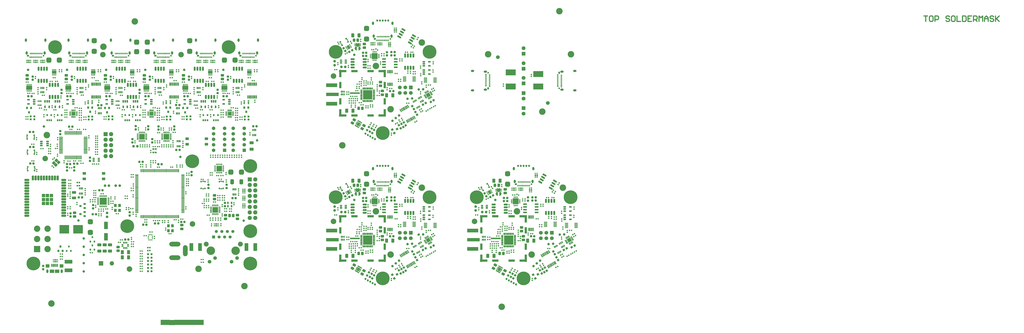
<source format=gts>
G04*
G04 #@! TF.GenerationSoftware,Altium Limited,Altium Designer,21.2.2 (38)*
G04*
G04 Layer_Color=8388736*
%FSLAX25Y25*%
%MOIN*%
G70*
G04*
G04 #@! TF.SameCoordinates,0448F7F8-B58B-4B03-AB27-B3033358FA6D*
G04*
G04*
G04 #@! TF.FilePolarity,Negative*
G04*
G01*
G75*
%ADD11C,0.02000*%
%ADD55P,0.09465X4X165.0*%
%ADD119R,0.06693X0.06693*%
%ADD125R,0.10039X0.10039*%
%ADD171C,0.01968*%
%ADD182C,0.05500*%
%ADD183R,0.05500X0.05500*%
%ADD378R,0.09350X0.09350*%
%ADD379R,0.09350X0.09350*%
%ADD380R,0.09350X0.09350*%
%ADD381R,0.16437X0.09350*%
%ADD382C,0.11811*%
%ADD383R,0.01496X0.03071*%
%ADD384R,0.22598X0.06457*%
%ADD385R,0.19843X0.06850*%
G04:AMPARAMS|DCode=386|XSize=23.94mil|YSize=23.94mil|CornerRadius=7.97mil|HoleSize=0mil|Usage=FLASHONLY|Rotation=60.000|XOffset=0mil|YOffset=0mil|HoleType=Round|Shape=RoundedRectangle|*
%AMROUNDEDRECTD386*
21,1,0.02394,0.00800,0,0,60.0*
21,1,0.00800,0.02394,0,0,60.0*
1,1,0.01594,0.00546,0.00146*
1,1,0.01594,0.00146,-0.00546*
1,1,0.01594,-0.00546,-0.00146*
1,1,0.01594,-0.00146,0.00546*
%
%ADD386ROUNDEDRECTD386*%
%ADD387R,0.10787X0.10787*%
G04:AMPARAMS|DCode=388|XSize=15.35mil|YSize=29.13mil|CornerRadius=3.74mil|HoleSize=0mil|Usage=FLASHONLY|Rotation=270.000|XOffset=0mil|YOffset=0mil|HoleType=Round|Shape=RoundedRectangle|*
%AMROUNDEDRECTD388*
21,1,0.01535,0.02165,0,0,270.0*
21,1,0.00787,0.02913,0,0,270.0*
1,1,0.00748,-0.01083,-0.00394*
1,1,0.00748,-0.01083,0.00394*
1,1,0.00748,0.01083,0.00394*
1,1,0.00748,0.01083,-0.00394*
%
%ADD388ROUNDEDRECTD388*%
G04:AMPARAMS|DCode=389|XSize=15.35mil|YSize=29.13mil|CornerRadius=3.74mil|HoleSize=0mil|Usage=FLASHONLY|Rotation=360.000|XOffset=0mil|YOffset=0mil|HoleType=Round|Shape=RoundedRectangle|*
%AMROUNDEDRECTD389*
21,1,0.01535,0.02165,0,0,360.0*
21,1,0.00787,0.02913,0,0,360.0*
1,1,0.00748,0.00394,-0.01083*
1,1,0.00748,-0.00394,-0.01083*
1,1,0.00748,-0.00394,0.01083*
1,1,0.00748,0.00394,0.01083*
%
%ADD389ROUNDEDRECTD389*%
G04:AMPARAMS|DCode=390|XSize=74.94mil|YSize=50.94mil|CornerRadius=9.96mil|HoleSize=0mil|Usage=FLASHONLY|Rotation=270.000|XOffset=0mil|YOffset=0mil|HoleType=Round|Shape=RoundedRectangle|*
%AMROUNDEDRECTD390*
21,1,0.07494,0.03102,0,0,270.0*
21,1,0.05502,0.05094,0,0,270.0*
1,1,0.01992,-0.01551,-0.02751*
1,1,0.01992,-0.01551,0.02751*
1,1,0.01992,0.01551,0.02751*
1,1,0.01992,0.01551,-0.02751*
%
%ADD390ROUNDEDRECTD390*%
G04:AMPARAMS|DCode=391|XSize=17.32mil|YSize=23.23mil|CornerRadius=3.94mil|HoleSize=0mil|Usage=FLASHONLY|Rotation=300.000|XOffset=0mil|YOffset=0mil|HoleType=Round|Shape=RoundedRectangle|*
%AMROUNDEDRECTD391*
21,1,0.01732,0.01535,0,0,300.0*
21,1,0.00945,0.02323,0,0,300.0*
1,1,0.00787,-0.00429,-0.00793*
1,1,0.00787,-0.00901,0.00025*
1,1,0.00787,0.00429,0.00793*
1,1,0.00787,0.00901,-0.00025*
%
%ADD391ROUNDEDRECTD391*%
G04:AMPARAMS|DCode=392|XSize=68.5mil|YSize=44.88mil|CornerRadius=4.72mil|HoleSize=0mil|Usage=FLASHONLY|Rotation=300.000|XOffset=0mil|YOffset=0mil|HoleType=Round|Shape=RoundedRectangle|*
%AMROUNDEDRECTD392*
21,1,0.06850,0.03543,0,0,300.0*
21,1,0.05906,0.04488,0,0,300.0*
1,1,0.00945,-0.00058,-0.03443*
1,1,0.00945,-0.03011,0.01671*
1,1,0.00945,0.00058,0.03443*
1,1,0.00945,0.03011,-0.01671*
%
%ADD392ROUNDEDRECTD392*%
G04:AMPARAMS|DCode=393|XSize=17.72mil|YSize=18.7mil|CornerRadius=0mil|HoleSize=0mil|Usage=FLASHONLY|Rotation=240.000|XOffset=0mil|YOffset=0mil|HoleType=Round|Shape=Rectangle|*
%AMROTATEDRECTD393*
4,1,4,-0.00367,0.01235,0.01253,0.00300,0.00367,-0.01235,-0.01253,-0.00300,-0.00367,0.01235,0.0*
%
%ADD393ROTATEDRECTD393*%

G04:AMPARAMS|DCode=394|XSize=19.68mil|YSize=86.61mil|CornerRadius=0mil|HoleSize=0mil|Usage=FLASHONLY|Rotation=240.000|XOffset=0mil|YOffset=0mil|HoleType=Round|Shape=Rectangle|*
%AMROTATEDRECTD394*
4,1,4,-0.03258,0.03018,0.04243,-0.01313,0.03258,-0.03018,-0.04243,0.01313,-0.03258,0.03018,0.0*
%
%ADD394ROTATEDRECTD394*%

G04:AMPARAMS|DCode=395|XSize=23.94mil|YSize=23.94mil|CornerRadius=7.97mil|HoleSize=0mil|Usage=FLASHONLY|Rotation=270.000|XOffset=0mil|YOffset=0mil|HoleType=Round|Shape=RoundedRectangle|*
%AMROUNDEDRECTD395*
21,1,0.02394,0.00800,0,0,270.0*
21,1,0.00800,0.02394,0,0,270.0*
1,1,0.01594,-0.00400,-0.00400*
1,1,0.01594,-0.00400,0.00400*
1,1,0.01594,0.00400,0.00400*
1,1,0.01594,0.00400,-0.00400*
%
%ADD395ROUNDEDRECTD395*%
G04:AMPARAMS|DCode=396|XSize=23.94mil|YSize=23.94mil|CornerRadius=7.97mil|HoleSize=0mil|Usage=FLASHONLY|Rotation=180.000|XOffset=0mil|YOffset=0mil|HoleType=Round|Shape=RoundedRectangle|*
%AMROUNDEDRECTD396*
21,1,0.02394,0.00800,0,0,180.0*
21,1,0.00800,0.02394,0,0,180.0*
1,1,0.01594,-0.00400,0.00400*
1,1,0.01594,0.00400,0.00400*
1,1,0.01594,0.00400,-0.00400*
1,1,0.01594,-0.00400,-0.00400*
%
%ADD396ROUNDEDRECTD396*%
%ADD397R,0.13386X0.04331*%
%ADD398R,0.04331X0.13386*%
%ADD399R,0.11811X0.04331*%
%ADD400R,0.04331X0.11811*%
G04:AMPARAMS|DCode=401|XSize=37.01mil|YSize=40.95mil|CornerRadius=0mil|HoleSize=0mil|Usage=FLASHONLY|Rotation=120.000|XOffset=0mil|YOffset=0mil|HoleType=Round|Shape=Rectangle|*
%AMROTATEDRECTD401*
4,1,4,0.02698,-0.00579,-0.00848,-0.02626,-0.02698,0.00579,0.00848,0.02626,0.02698,-0.00579,0.0*
%
%ADD401ROTATEDRECTD401*%

G04:AMPARAMS|DCode=402|XSize=58.94mil|YSize=46.94mil|CornerRadius=9.92mil|HoleSize=0mil|Usage=FLASHONLY|Rotation=360.000|XOffset=0mil|YOffset=0mil|HoleType=Round|Shape=RoundedRectangle|*
%AMROUNDEDRECTD402*
21,1,0.05894,0.02709,0,0,360.0*
21,1,0.03909,0.04694,0,0,360.0*
1,1,0.01985,0.01955,-0.01355*
1,1,0.01985,-0.01955,-0.01355*
1,1,0.01985,-0.01955,0.01355*
1,1,0.01985,0.01955,0.01355*
%
%ADD402ROUNDEDRECTD402*%
G04:AMPARAMS|DCode=403|XSize=31.1mil|YSize=74.41mil|CornerRadius=6.59mil|HoleSize=0mil|Usage=FLASHONLY|Rotation=240.000|XOffset=0mil|YOffset=0mil|HoleType=Round|Shape=RoundedRectangle|*
%AMROUNDEDRECTD403*
21,1,0.03110,0.06122,0,0,240.0*
21,1,0.01791,0.07441,0,0,240.0*
1,1,0.01319,-0.03099,0.00755*
1,1,0.01319,-0.02203,0.02306*
1,1,0.01319,0.03099,-0.00755*
1,1,0.01319,0.02203,-0.02306*
%
%ADD403ROUNDEDRECTD403*%
G04:AMPARAMS|DCode=404|XSize=38.94mil|YSize=37.94mil|CornerRadius=7.92mil|HoleSize=0mil|Usage=FLASHONLY|Rotation=300.000|XOffset=0mil|YOffset=0mil|HoleType=Round|Shape=RoundedRectangle|*
%AMROUNDEDRECTD404*
21,1,0.03894,0.02210,0,0,300.0*
21,1,0.02310,0.03794,0,0,300.0*
1,1,0.01584,-0.00380,-0.01553*
1,1,0.01584,-0.01535,0.00448*
1,1,0.01584,0.00380,0.01553*
1,1,0.01584,0.01535,-0.00448*
%
%ADD404ROUNDEDRECTD404*%
G04:AMPARAMS|DCode=405|XSize=15.75mil|YSize=61.02mil|CornerRadius=3.74mil|HoleSize=0mil|Usage=FLASHONLY|Rotation=270.000|XOffset=0mil|YOffset=0mil|HoleType=Round|Shape=RoundedRectangle|*
%AMROUNDEDRECTD405*
21,1,0.01575,0.05354,0,0,270.0*
21,1,0.00827,0.06102,0,0,270.0*
1,1,0.00748,-0.02677,-0.00413*
1,1,0.00748,-0.02677,0.00413*
1,1,0.00748,0.02677,0.00413*
1,1,0.00748,0.02677,-0.00413*
%
%ADD405ROUNDEDRECTD405*%
G04:AMPARAMS|DCode=406|XSize=19.29mil|YSize=58.66mil|CornerRadius=4.13mil|HoleSize=0mil|Usage=FLASHONLY|Rotation=30.000|XOffset=0mil|YOffset=0mil|HoleType=Round|Shape=RoundedRectangle|*
%AMROUNDEDRECTD406*
21,1,0.01929,0.05039,0,0,30.0*
21,1,0.01102,0.05866,0,0,30.0*
1,1,0.00827,0.01737,-0.01907*
1,1,0.00827,0.00783,-0.02458*
1,1,0.00827,-0.01737,0.01907*
1,1,0.00827,-0.00783,0.02458*
%
%ADD406ROUNDEDRECTD406*%
G04:AMPARAMS|DCode=407|XSize=23.94mil|YSize=23.94mil|CornerRadius=7.97mil|HoleSize=0mil|Usage=FLASHONLY|Rotation=300.000|XOffset=0mil|YOffset=0mil|HoleType=Round|Shape=RoundedRectangle|*
%AMROUNDEDRECTD407*
21,1,0.02394,0.00800,0,0,300.0*
21,1,0.00800,0.02394,0,0,300.0*
1,1,0.01594,-0.00146,-0.00546*
1,1,0.01594,-0.00546,0.00146*
1,1,0.01594,0.00146,0.00546*
1,1,0.01594,0.00546,-0.00146*
%
%ADD407ROUNDEDRECTD407*%
G04:AMPARAMS|DCode=408|XSize=15.35mil|YSize=33.07mil|CornerRadius=2.95mil|HoleSize=0mil|Usage=FLASHONLY|Rotation=30.000|XOffset=0mil|YOffset=0mil|HoleType=Round|Shape=RoundedRectangle|*
%AMROUNDEDRECTD408*
21,1,0.01535,0.02717,0,0,30.0*
21,1,0.00945,0.03307,0,0,30.0*
1,1,0.00591,0.01088,-0.00940*
1,1,0.00591,0.00270,-0.01413*
1,1,0.00591,-0.01088,0.00940*
1,1,0.00591,-0.00270,0.01413*
%
%ADD408ROUNDEDRECTD408*%
%ADD409C,0.04488*%
G04:AMPARAMS|DCode=410|XSize=19.68mil|YSize=35.43mil|CornerRadius=3.54mil|HoleSize=0mil|Usage=FLASHONLY|Rotation=30.000|XOffset=0mil|YOffset=0mil|HoleType=Round|Shape=RoundedRectangle|*
%AMROUNDEDRECTD410*
21,1,0.01968,0.02835,0,0,30.0*
21,1,0.01260,0.03543,0,0,30.0*
1,1,0.00709,0.01254,-0.00913*
1,1,0.00709,0.00163,-0.01542*
1,1,0.00709,-0.01254,0.00913*
1,1,0.00709,-0.00163,0.01542*
%
%ADD410ROUNDEDRECTD410*%
G04:AMPARAMS|DCode=411|XSize=38.94mil|YSize=37.94mil|CornerRadius=7.92mil|HoleSize=0mil|Usage=FLASHONLY|Rotation=30.000|XOffset=0mil|YOffset=0mil|HoleType=Round|Shape=RoundedRectangle|*
%AMROUNDEDRECTD411*
21,1,0.03894,0.02210,0,0,30.0*
21,1,0.02310,0.03794,0,0,30.0*
1,1,0.01584,0.01553,-0.00380*
1,1,0.01584,-0.00448,-0.01535*
1,1,0.01584,-0.01553,0.00380*
1,1,0.01584,0.00448,0.01535*
%
%ADD411ROUNDEDRECTD411*%
G04:AMPARAMS|DCode=412|XSize=15.35mil|YSize=31.89mil|CornerRadius=2.72mil|HoleSize=0mil|Usage=FLASHONLY|Rotation=30.000|XOffset=0mil|YOffset=0mil|HoleType=Round|Shape=RoundedRectangle|*
%AMROUNDEDRECTD412*
21,1,0.01535,0.02646,0,0,30.0*
21,1,0.00992,0.03189,0,0,30.0*
1,1,0.00543,0.01091,-0.00898*
1,1,0.00543,0.00232,-0.01394*
1,1,0.00543,-0.01091,0.00898*
1,1,0.00543,-0.00232,0.01394*
%
%ADD412ROUNDEDRECTD412*%
G04:AMPARAMS|DCode=413|XSize=15.35mil|YSize=31.89mil|CornerRadius=2.72mil|HoleSize=0mil|Usage=FLASHONLY|Rotation=300.000|XOffset=0mil|YOffset=0mil|HoleType=Round|Shape=RoundedRectangle|*
%AMROUNDEDRECTD413*
21,1,0.01535,0.02646,0,0,300.0*
21,1,0.00992,0.03189,0,0,300.0*
1,1,0.00543,-0.00898,-0.01091*
1,1,0.00543,-0.01394,-0.00232*
1,1,0.00543,0.00898,0.01091*
1,1,0.00543,0.01394,0.00232*
%
%ADD413ROUNDEDRECTD413*%
G04:AMPARAMS|DCode=414|XSize=23.94mil|YSize=23.94mil|CornerRadius=7.97mil|HoleSize=0mil|Usage=FLASHONLY|Rotation=150.000|XOffset=0mil|YOffset=0mil|HoleType=Round|Shape=RoundedRectangle|*
%AMROUNDEDRECTD414*
21,1,0.02394,0.00800,0,0,150.0*
21,1,0.00800,0.02394,0,0,150.0*
1,1,0.01594,-0.00146,0.00546*
1,1,0.01594,0.00546,0.00146*
1,1,0.01594,0.00146,-0.00546*
1,1,0.01594,-0.00546,-0.00146*
%
%ADD414ROUNDEDRECTD414*%
%ADD415P,0.05234X4X195.0*%
G04:AMPARAMS|DCode=416|XSize=23.94mil|YSize=23.94mil|CornerRadius=7.97mil|HoleSize=0mil|Usage=FLASHONLY|Rotation=210.000|XOffset=0mil|YOffset=0mil|HoleType=Round|Shape=RoundedRectangle|*
%AMROUNDEDRECTD416*
21,1,0.02394,0.00800,0,0,210.0*
21,1,0.00800,0.02394,0,0,210.0*
1,1,0.01594,-0.00546,0.00146*
1,1,0.01594,0.00146,0.00546*
1,1,0.01594,0.00546,-0.00146*
1,1,0.01594,-0.00146,-0.00546*
%
%ADD416ROUNDEDRECTD416*%
G04:AMPARAMS|DCode=417|XSize=58.94mil|YSize=46.94mil|CornerRadius=9.92mil|HoleSize=0mil|Usage=FLASHONLY|Rotation=270.000|XOffset=0mil|YOffset=0mil|HoleType=Round|Shape=RoundedRectangle|*
%AMROUNDEDRECTD417*
21,1,0.05894,0.02709,0,0,270.0*
21,1,0.03909,0.04694,0,0,270.0*
1,1,0.01985,-0.01355,-0.01955*
1,1,0.01985,-0.01355,0.01955*
1,1,0.01985,0.01355,0.01955*
1,1,0.01985,0.01355,-0.01955*
%
%ADD417ROUNDEDRECTD417*%
G04:AMPARAMS|DCode=418|XSize=31.5mil|YSize=17.72mil|CornerRadius=3.35mil|HoleSize=0mil|Usage=FLASHONLY|Rotation=300.000|XOffset=0mil|YOffset=0mil|HoleType=Round|Shape=RoundedRectangle|*
%AMROUNDEDRECTD418*
21,1,0.03150,0.01102,0,0,300.0*
21,1,0.02480,0.01772,0,0,300.0*
1,1,0.00669,0.00143,-0.01350*
1,1,0.00669,-0.01097,0.00798*
1,1,0.00669,-0.00143,0.01350*
1,1,0.00669,0.01097,-0.00798*
%
%ADD418ROUNDEDRECTD418*%
G04:AMPARAMS|DCode=419|XSize=27.56mil|YSize=29.53mil|CornerRadius=4.33mil|HoleSize=0mil|Usage=FLASHONLY|Rotation=300.000|XOffset=0mil|YOffset=0mil|HoleType=Round|Shape=RoundedRectangle|*
%AMROUNDEDRECTD419*
21,1,0.02756,0.02087,0,0,300.0*
21,1,0.01890,0.02953,0,0,300.0*
1,1,0.00866,-0.00431,-0.01340*
1,1,0.00866,-0.01376,0.00297*
1,1,0.00866,0.00431,0.01340*
1,1,0.00866,0.01376,-0.00297*
%
%ADD419ROUNDEDRECTD419*%
%ADD420R,0.01968X0.01673*%
%ADD421R,0.01968X0.01181*%
G04:AMPARAMS|DCode=422|XSize=38.94mil|YSize=37.94mil|CornerRadius=7.92mil|HoleSize=0mil|Usage=FLASHONLY|Rotation=90.000|XOffset=0mil|YOffset=0mil|HoleType=Round|Shape=RoundedRectangle|*
%AMROUNDEDRECTD422*
21,1,0.03894,0.02210,0,0,90.0*
21,1,0.02310,0.03794,0,0,90.0*
1,1,0.01584,0.01105,0.01155*
1,1,0.01584,0.01105,-0.01155*
1,1,0.01584,-0.01105,-0.01155*
1,1,0.01584,-0.01105,0.01155*
%
%ADD422ROUNDEDRECTD422*%
G04:AMPARAMS|DCode=423|XSize=27.17mil|YSize=44.88mil|CornerRadius=4.92mil|HoleSize=0mil|Usage=FLASHONLY|Rotation=90.000|XOffset=0mil|YOffset=0mil|HoleType=Round|Shape=RoundedRectangle|*
%AMROUNDEDRECTD423*
21,1,0.02717,0.03504,0,0,90.0*
21,1,0.01732,0.04488,0,0,90.0*
1,1,0.00984,0.01752,0.00866*
1,1,0.00984,0.01752,-0.00866*
1,1,0.00984,-0.01752,-0.00866*
1,1,0.00984,-0.01752,0.00866*
%
%ADD423ROUNDEDRECTD423*%
G04:AMPARAMS|DCode=424|XSize=38.94mil|YSize=37.94mil|CornerRadius=7.92mil|HoleSize=0mil|Usage=FLASHONLY|Rotation=180.000|XOffset=0mil|YOffset=0mil|HoleType=Round|Shape=RoundedRectangle|*
%AMROUNDEDRECTD424*
21,1,0.03894,0.02210,0,0,180.0*
21,1,0.02310,0.03794,0,0,180.0*
1,1,0.01584,-0.01155,0.01105*
1,1,0.01584,0.01155,0.01105*
1,1,0.01584,0.01155,-0.01105*
1,1,0.01584,-0.01155,-0.01105*
%
%ADD424ROUNDEDRECTD424*%
G04:AMPARAMS|DCode=425|XSize=29.13mil|YSize=68.5mil|CornerRadius=5.12mil|HoleSize=0mil|Usage=FLASHONLY|Rotation=90.000|XOffset=0mil|YOffset=0mil|HoleType=Round|Shape=RoundedRectangle|*
%AMROUNDEDRECTD425*
21,1,0.02913,0.05827,0,0,90.0*
21,1,0.01890,0.06850,0,0,90.0*
1,1,0.01024,0.02913,0.00945*
1,1,0.01024,0.02913,-0.00945*
1,1,0.01024,-0.02913,-0.00945*
1,1,0.01024,-0.02913,0.00945*
%
%ADD425ROUNDEDRECTD425*%
G04:AMPARAMS|DCode=426|XSize=19.68mil|YSize=39.37mil|CornerRadius=2.76mil|HoleSize=0mil|Usage=FLASHONLY|Rotation=270.000|XOffset=0mil|YOffset=0mil|HoleType=Round|Shape=RoundedRectangle|*
%AMROUNDEDRECTD426*
21,1,0.01968,0.03386,0,0,270.0*
21,1,0.01417,0.03937,0,0,270.0*
1,1,0.00551,-0.01693,-0.00709*
1,1,0.00551,-0.01693,0.00709*
1,1,0.00551,0.01693,0.00709*
1,1,0.00551,0.01693,-0.00709*
%
%ADD426ROUNDEDRECTD426*%
G04:AMPARAMS|DCode=427|XSize=31.1mil|YSize=74.41mil|CornerRadius=6.59mil|HoleSize=0mil|Usage=FLASHONLY|Rotation=270.000|XOffset=0mil|YOffset=0mil|HoleType=Round|Shape=RoundedRectangle|*
%AMROUNDEDRECTD427*
21,1,0.03110,0.06122,0,0,270.0*
21,1,0.01791,0.07441,0,0,270.0*
1,1,0.01319,-0.03061,-0.00896*
1,1,0.01319,-0.03061,0.00896*
1,1,0.01319,0.03061,0.00896*
1,1,0.01319,0.03061,-0.00896*
%
%ADD427ROUNDEDRECTD427*%
G04:AMPARAMS|DCode=428|XSize=11.81mil|YSize=26.18mil|CornerRadius=3.15mil|HoleSize=0mil|Usage=FLASHONLY|Rotation=360.000|XOffset=0mil|YOffset=0mil|HoleType=Round|Shape=RoundedRectangle|*
%AMROUNDEDRECTD428*
21,1,0.01181,0.01988,0,0,360.0*
21,1,0.00551,0.02618,0,0,360.0*
1,1,0.00630,0.00276,-0.00994*
1,1,0.00630,-0.00276,-0.00994*
1,1,0.00630,-0.00276,0.00994*
1,1,0.00630,0.00276,0.00994*
%
%ADD428ROUNDEDRECTD428*%
G04:AMPARAMS|DCode=429|XSize=19.68mil|YSize=26.18mil|CornerRadius=3.23mil|HoleSize=0mil|Usage=FLASHONLY|Rotation=360.000|XOffset=0mil|YOffset=0mil|HoleType=Round|Shape=RoundedRectangle|*
%AMROUNDEDRECTD429*
21,1,0.01968,0.01972,0,0,360.0*
21,1,0.01323,0.02618,0,0,360.0*
1,1,0.00646,0.00661,-0.00986*
1,1,0.00646,-0.00661,-0.00986*
1,1,0.00646,-0.00661,0.00986*
1,1,0.00646,0.00661,0.00986*
%
%ADD429ROUNDEDRECTD429*%
G04:AMPARAMS|DCode=430|XSize=11.81mil|YSize=26.18mil|CornerRadius=3.15mil|HoleSize=0mil|Usage=FLASHONLY|Rotation=90.000|XOffset=0mil|YOffset=0mil|HoleType=Round|Shape=RoundedRectangle|*
%AMROUNDEDRECTD430*
21,1,0.01181,0.01988,0,0,90.0*
21,1,0.00551,0.02618,0,0,90.0*
1,1,0.00630,0.00994,0.00276*
1,1,0.00630,0.00994,-0.00276*
1,1,0.00630,-0.00994,-0.00276*
1,1,0.00630,-0.00994,0.00276*
%
%ADD430ROUNDEDRECTD430*%
G04:AMPARAMS|DCode=431|XSize=19.68mil|YSize=26.18mil|CornerRadius=3.23mil|HoleSize=0mil|Usage=FLASHONLY|Rotation=90.000|XOffset=0mil|YOffset=0mil|HoleType=Round|Shape=RoundedRectangle|*
%AMROUNDEDRECTD431*
21,1,0.01968,0.01972,0,0,90.0*
21,1,0.01323,0.02618,0,0,90.0*
1,1,0.00646,0.00986,0.00661*
1,1,0.00646,0.00986,-0.00661*
1,1,0.00646,-0.00986,-0.00661*
1,1,0.00646,-0.00986,0.00661*
%
%ADD431ROUNDEDRECTD431*%
G04:AMPARAMS|DCode=432|XSize=94.49mil|YSize=90.55mil|CornerRadius=24.02mil|HoleSize=0mil|Usage=FLASHONLY|Rotation=180.000|XOffset=0mil|YOffset=0mil|HoleType=Round|Shape=RoundedRectangle|*
%AMROUNDEDRECTD432*
21,1,0.09449,0.04252,0,0,180.0*
21,1,0.04646,0.09055,0,0,180.0*
1,1,0.04803,-0.02323,0.02126*
1,1,0.04803,0.02323,0.02126*
1,1,0.04803,0.02323,-0.02126*
1,1,0.04803,-0.02323,-0.02126*
%
%ADD432ROUNDEDRECTD432*%
%ADD433P,0.05234X4X255.0*%
G04:AMPARAMS|DCode=434|XSize=58.94mil|YSize=46.94mil|CornerRadius=9.92mil|HoleSize=0mil|Usage=FLASHONLY|Rotation=150.000|XOffset=0mil|YOffset=0mil|HoleType=Round|Shape=RoundedRectangle|*
%AMROUNDEDRECTD434*
21,1,0.05894,0.02709,0,0,150.0*
21,1,0.03909,0.04694,0,0,150.0*
1,1,0.01985,-0.01015,0.02150*
1,1,0.01985,0.02370,0.00196*
1,1,0.01985,0.01015,-0.02150*
1,1,0.01985,-0.02370,-0.00196*
%
%ADD434ROUNDEDRECTD434*%
G04:AMPARAMS|DCode=435|XSize=21.65mil|YSize=62.99mil|CornerRadius=3.74mil|HoleSize=0mil|Usage=FLASHONLY|Rotation=360.000|XOffset=0mil|YOffset=0mil|HoleType=Round|Shape=RoundedRectangle|*
%AMROUNDEDRECTD435*
21,1,0.02165,0.05551,0,0,360.0*
21,1,0.01417,0.06299,0,0,360.0*
1,1,0.00748,0.00709,-0.02776*
1,1,0.00748,-0.00709,-0.02776*
1,1,0.00748,-0.00709,0.02776*
1,1,0.00748,0.00709,0.02776*
%
%ADD435ROUNDEDRECTD435*%
G04:AMPARAMS|DCode=436|XSize=31.1mil|YSize=74.41mil|CornerRadius=6.59mil|HoleSize=0mil|Usage=FLASHONLY|Rotation=360.000|XOffset=0mil|YOffset=0mil|HoleType=Round|Shape=RoundedRectangle|*
%AMROUNDEDRECTD436*
21,1,0.03110,0.06122,0,0,360.0*
21,1,0.01791,0.07441,0,0,360.0*
1,1,0.01319,0.00896,-0.03061*
1,1,0.01319,-0.00896,-0.03061*
1,1,0.01319,-0.00896,0.03061*
1,1,0.01319,0.00896,0.03061*
%
%ADD436ROUNDEDRECTD436*%
G04:AMPARAMS|DCode=437|XSize=37.01mil|YSize=17.32mil|CornerRadius=3.94mil|HoleSize=0mil|Usage=FLASHONLY|Rotation=90.000|XOffset=0mil|YOffset=0mil|HoleType=Round|Shape=RoundedRectangle|*
%AMROUNDEDRECTD437*
21,1,0.03701,0.00945,0,0,90.0*
21,1,0.02913,0.01732,0,0,90.0*
1,1,0.00787,0.00472,0.01457*
1,1,0.00787,0.00472,-0.01457*
1,1,0.00787,-0.00472,-0.01457*
1,1,0.00787,-0.00472,0.01457*
%
%ADD437ROUNDEDRECTD437*%
G04:AMPARAMS|DCode=438|XSize=40.55mil|YSize=11.81mil|CornerRadius=2.44mil|HoleSize=0mil|Usage=FLASHONLY|Rotation=270.000|XOffset=0mil|YOffset=0mil|HoleType=Round|Shape=RoundedRectangle|*
%AMROUNDEDRECTD438*
21,1,0.04055,0.00693,0,0,270.0*
21,1,0.03567,0.01181,0,0,270.0*
1,1,0.00488,-0.00347,-0.01784*
1,1,0.00488,-0.00347,0.01784*
1,1,0.00488,0.00347,0.01784*
1,1,0.00488,0.00347,-0.01784*
%
%ADD438ROUNDEDRECTD438*%
G04:AMPARAMS|DCode=439|XSize=40.55mil|YSize=11.81mil|CornerRadius=2.44mil|HoleSize=0mil|Usage=FLASHONLY|Rotation=360.000|XOffset=0mil|YOffset=0mil|HoleType=Round|Shape=RoundedRectangle|*
%AMROUNDEDRECTD439*
21,1,0.04055,0.00693,0,0,360.0*
21,1,0.03567,0.01181,0,0,360.0*
1,1,0.00488,0.01784,-0.00347*
1,1,0.00488,-0.01784,-0.00347*
1,1,0.00488,-0.01784,0.00347*
1,1,0.00488,0.01784,0.00347*
%
%ADD439ROUNDEDRECTD439*%
%ADD440R,0.17087X0.17087*%
%ADD441R,0.03071X0.01496*%
%ADD442R,0.18268X0.10512*%
G04:AMPARAMS|DCode=443|XSize=37.01mil|YSize=21.26mil|CornerRadius=4.33mil|HoleSize=0mil|Usage=FLASHONLY|Rotation=270.000|XOffset=0mil|YOffset=0mil|HoleType=Round|Shape=RoundedRectangle|*
%AMROUNDEDRECTD443*
21,1,0.03701,0.01260,0,0,270.0*
21,1,0.02835,0.02126,0,0,270.0*
1,1,0.00866,-0.00630,-0.01417*
1,1,0.00866,-0.00630,0.01417*
1,1,0.00866,0.00630,0.01417*
1,1,0.00866,0.00630,-0.01417*
%
%ADD443ROUNDEDRECTD443*%
%ADD444R,0.06457X0.04882*%
%ADD445R,0.03701X0.04095*%
G04:AMPARAMS|DCode=446|XSize=57.87mil|YSize=57.87mil|CornerRadius=0mil|HoleSize=0mil|Usage=FLASHONLY|Rotation=360.000|XOffset=0mil|YOffset=0mil|HoleType=Round|Shape=RoundedRectangle|*
%AMROUNDEDRECTD446*
21,1,0.05787,0.05787,0,0,360.0*
21,1,0.05787,0.05787,0,0,360.0*
1,1,0.00000,0.02894,-0.02894*
1,1,0.00000,-0.02894,-0.02894*
1,1,0.00000,-0.02894,0.02894*
1,1,0.00000,0.02894,0.02894*
%
%ADD446ROUNDEDRECTD446*%
G04:AMPARAMS|DCode=447|XSize=40.95mil|YSize=84.25mil|CornerRadius=6.3mil|HoleSize=0mil|Usage=FLASHONLY|Rotation=270.000|XOffset=0mil|YOffset=0mil|HoleType=Round|Shape=RoundedRectangle|*
%AMROUNDEDRECTD447*
21,1,0.04095,0.07165,0,0,270.0*
21,1,0.02835,0.08425,0,0,270.0*
1,1,0.01260,-0.03583,-0.01417*
1,1,0.01260,-0.03583,0.01417*
1,1,0.01260,0.03583,0.01417*
1,1,0.01260,0.03583,-0.01417*
%
%ADD447ROUNDEDRECTD447*%
G04:AMPARAMS|DCode=448|XSize=84.25mil|YSize=40.95mil|CornerRadius=6.3mil|HoleSize=0mil|Usage=FLASHONLY|Rotation=180.000|XOffset=0mil|YOffset=0mil|HoleType=Round|Shape=RoundedRectangle|*
%AMROUNDEDRECTD448*
21,1,0.08425,0.02835,0,0,180.0*
21,1,0.07165,0.04095,0,0,180.0*
1,1,0.01260,-0.03583,0.01417*
1,1,0.01260,0.03583,0.01417*
1,1,0.01260,0.03583,-0.01417*
1,1,0.01260,-0.03583,-0.01417*
%
%ADD448ROUNDEDRECTD448*%
G04:AMPARAMS|DCode=449|XSize=84.25mil|YSize=40.95mil|CornerRadius=6.3mil|HoleSize=0mil|Usage=FLASHONLY|Rotation=270.000|XOffset=0mil|YOffset=0mil|HoleType=Round|Shape=RoundedRectangle|*
%AMROUNDEDRECTD449*
21,1,0.08425,0.02835,0,0,270.0*
21,1,0.07165,0.04095,0,0,270.0*
1,1,0.01260,-0.01417,-0.03583*
1,1,0.01260,-0.01417,0.03583*
1,1,0.01260,0.01417,0.03583*
1,1,0.01260,0.01417,-0.03583*
%
%ADD449ROUNDEDRECTD449*%
%ADD450R,0.02717X0.03701*%
G04:AMPARAMS|DCode=451|XSize=48.82mil|YSize=52.76mil|CornerRadius=7.09mil|HoleSize=0mil|Usage=FLASHONLY|Rotation=315.000|XOffset=0mil|YOffset=0mil|HoleType=Round|Shape=RoundedRectangle|*
%AMROUNDEDRECTD451*
21,1,0.04882,0.03858,0,0,315.0*
21,1,0.03465,0.05276,0,0,315.0*
1,1,0.01417,-0.00139,-0.02589*
1,1,0.01417,-0.02589,-0.00139*
1,1,0.01417,0.00139,0.02589*
1,1,0.01417,0.02589,0.00139*
%
%ADD451ROUNDEDRECTD451*%
G04:AMPARAMS|DCode=452|XSize=28.74mil|YSize=36.61mil|CornerRadius=2.85mil|HoleSize=0mil|Usage=FLASHONLY|Rotation=270.000|XOffset=0mil|YOffset=0mil|HoleType=Round|Shape=RoundedRectangle|*
%AMROUNDEDRECTD452*
21,1,0.02874,0.03091,0,0,270.0*
21,1,0.02303,0.03661,0,0,270.0*
1,1,0.00571,-0.01545,-0.01152*
1,1,0.00571,-0.01545,0.01152*
1,1,0.00571,0.01545,0.01152*
1,1,0.00571,0.01545,-0.01152*
%
%ADD452ROUNDEDRECTD452*%
G04:AMPARAMS|DCode=453|XSize=47.24mil|YSize=55.12mil|CornerRadius=4.13mil|HoleSize=0mil|Usage=FLASHONLY|Rotation=180.000|XOffset=0mil|YOffset=0mil|HoleType=Round|Shape=RoundedRectangle|*
%AMROUNDEDRECTD453*
21,1,0.04724,0.04685,0,0,180.0*
21,1,0.03898,0.05512,0,0,180.0*
1,1,0.00827,-0.01949,0.02343*
1,1,0.00827,0.01949,0.02343*
1,1,0.00827,0.01949,-0.02343*
1,1,0.00827,-0.01949,-0.02343*
%
%ADD453ROUNDEDRECTD453*%
G04:AMPARAMS|DCode=454|XSize=76.38mil|YSize=44.88mil|CornerRadius=6.69mil|HoleSize=0mil|Usage=FLASHONLY|Rotation=180.000|XOffset=0mil|YOffset=0mil|HoleType=Round|Shape=RoundedRectangle|*
%AMROUNDEDRECTD454*
21,1,0.07638,0.03150,0,0,180.0*
21,1,0.06299,0.04488,0,0,180.0*
1,1,0.01339,-0.03150,0.01575*
1,1,0.01339,0.03150,0.01575*
1,1,0.01339,0.03150,-0.01575*
1,1,0.01339,-0.03150,-0.01575*
%
%ADD454ROUNDEDRECTD454*%
%ADD455R,0.03110X0.03898*%
G04:AMPARAMS|DCode=456|XSize=101.97mil|YSize=101.97mil|CornerRadius=7.58mil|HoleSize=0mil|Usage=FLASHONLY|Rotation=180.000|XOffset=0mil|YOffset=0mil|HoleType=Round|Shape=RoundedRectangle|*
%AMROUNDEDRECTD456*
21,1,0.10197,0.08681,0,0,180.0*
21,1,0.08681,0.10197,0,0,180.0*
1,1,0.01516,-0.04341,0.04341*
1,1,0.01516,0.04341,0.04341*
1,1,0.01516,0.04341,-0.04341*
1,1,0.01516,-0.04341,-0.04341*
%
%ADD456ROUNDEDRECTD456*%
G04:AMPARAMS|DCode=457|XSize=29.13mil|YSize=14.96mil|CornerRadius=3.23mil|HoleSize=0mil|Usage=FLASHONLY|Rotation=270.000|XOffset=0mil|YOffset=0mil|HoleType=Round|Shape=RoundedRectangle|*
%AMROUNDEDRECTD457*
21,1,0.02913,0.00850,0,0,270.0*
21,1,0.02268,0.01496,0,0,270.0*
1,1,0.00646,-0.00425,-0.01134*
1,1,0.00646,-0.00425,0.01134*
1,1,0.00646,0.00425,0.01134*
1,1,0.00646,0.00425,-0.01134*
%
%ADD457ROUNDEDRECTD457*%
G04:AMPARAMS|DCode=458|XSize=29.13mil|YSize=14.96mil|CornerRadius=3.23mil|HoleSize=0mil|Usage=FLASHONLY|Rotation=180.000|XOffset=0mil|YOffset=0mil|HoleType=Round|Shape=RoundedRectangle|*
%AMROUNDEDRECTD458*
21,1,0.02913,0.00850,0,0,180.0*
21,1,0.02268,0.01496,0,0,180.0*
1,1,0.00646,-0.01134,0.00425*
1,1,0.00646,0.01134,0.00425*
1,1,0.00646,0.01134,-0.00425*
1,1,0.00646,-0.01134,-0.00425*
%
%ADD458ROUNDEDRECTD458*%
G04:AMPARAMS|DCode=459|XSize=37.01mil|YSize=21.26mil|CornerRadius=4.33mil|HoleSize=0mil|Usage=FLASHONLY|Rotation=360.000|XOffset=0mil|YOffset=0mil|HoleType=Round|Shape=RoundedRectangle|*
%AMROUNDEDRECTD459*
21,1,0.03701,0.01260,0,0,360.0*
21,1,0.02835,0.02126,0,0,360.0*
1,1,0.00866,0.01417,-0.00630*
1,1,0.00866,-0.01417,-0.00630*
1,1,0.00866,-0.01417,0.00630*
1,1,0.00866,0.01417,0.00630*
%
%ADD459ROUNDEDRECTD459*%
G04:AMPARAMS|DCode=460|XSize=74.8mil|YSize=106.3mil|CornerRadius=5.51mil|HoleSize=0mil|Usage=FLASHONLY|Rotation=90.000|XOffset=0mil|YOffset=0mil|HoleType=Round|Shape=RoundedRectangle|*
%AMROUNDEDRECTD460*
21,1,0.07480,0.09528,0,0,90.0*
21,1,0.06378,0.10630,0,0,90.0*
1,1,0.01102,0.04764,0.03189*
1,1,0.01102,0.04764,-0.03189*
1,1,0.01102,-0.04764,-0.03189*
1,1,0.01102,-0.04764,0.03189*
%
%ADD460ROUNDEDRECTD460*%
G04:AMPARAMS|DCode=461|XSize=15.59mil|YSize=25.04mil|CornerRadius=3.07mil|HoleSize=0mil|Usage=FLASHONLY|Rotation=180.000|XOffset=0mil|YOffset=0mil|HoleType=Round|Shape=RoundedRectangle|*
%AMROUNDEDRECTD461*
21,1,0.01559,0.01890,0,0,180.0*
21,1,0.00945,0.02504,0,0,180.0*
1,1,0.00614,-0.00472,0.00945*
1,1,0.00614,0.00472,0.00945*
1,1,0.00614,0.00472,-0.00945*
1,1,0.00614,-0.00472,-0.00945*
%
%ADD461ROUNDEDRECTD461*%
G04:AMPARAMS|DCode=462|XSize=20.47mil|YSize=27.56mil|CornerRadius=3.62mil|HoleSize=0mil|Usage=FLASHONLY|Rotation=270.000|XOffset=0mil|YOffset=0mil|HoleType=Round|Shape=RoundedRectangle|*
%AMROUNDEDRECTD462*
21,1,0.02047,0.02032,0,0,270.0*
21,1,0.01323,0.02756,0,0,270.0*
1,1,0.00724,-0.01016,-0.00661*
1,1,0.00724,-0.01016,0.00661*
1,1,0.00724,0.01016,0.00661*
1,1,0.00724,0.01016,-0.00661*
%
%ADD462ROUNDEDRECTD462*%
G04:AMPARAMS|DCode=463|XSize=20.47mil|YSize=27.56mil|CornerRadius=3.62mil|HoleSize=0mil|Usage=FLASHONLY|Rotation=360.000|XOffset=0mil|YOffset=0mil|HoleType=Round|Shape=RoundedRectangle|*
%AMROUNDEDRECTD463*
21,1,0.02047,0.02032,0,0,360.0*
21,1,0.01323,0.02756,0,0,360.0*
1,1,0.00724,0.00661,-0.01016*
1,1,0.00724,-0.00661,-0.01016*
1,1,0.00724,-0.00661,0.01016*
1,1,0.00724,0.00661,0.01016*
%
%ADD463ROUNDEDRECTD463*%
%ADD464R,0.08425X0.05276*%
%ADD465R,0.01535X0.02520*%
G04:AMPARAMS|DCode=466|XSize=21.26mil|YSize=37.01mil|CornerRadius=4.33mil|HoleSize=0mil|Usage=FLASHONLY|Rotation=360.000|XOffset=0mil|YOffset=0mil|HoleType=Round|Shape=RoundedRectangle|*
%AMROUNDEDRECTD466*
21,1,0.02126,0.02835,0,0,360.0*
21,1,0.01260,0.03701,0,0,360.0*
1,1,0.00866,0.00630,-0.01417*
1,1,0.00866,-0.00630,-0.01417*
1,1,0.00866,-0.00630,0.01417*
1,1,0.00866,0.00630,0.01417*
%
%ADD466ROUNDEDRECTD466*%
G04:AMPARAMS|DCode=467|XSize=19.29mil|YSize=58.66mil|CornerRadius=4.13mil|HoleSize=0mil|Usage=FLASHONLY|Rotation=180.000|XOffset=0mil|YOffset=0mil|HoleType=Round|Shape=RoundedRectangle|*
%AMROUNDEDRECTD467*
21,1,0.01929,0.05039,0,0,180.0*
21,1,0.01102,0.05866,0,0,180.0*
1,1,0.00827,-0.00551,0.02520*
1,1,0.00827,0.00551,0.02520*
1,1,0.00827,0.00551,-0.02520*
1,1,0.00827,-0.00551,-0.02520*
%
%ADD467ROUNDEDRECTD467*%
G04:AMPARAMS|DCode=468|XSize=15.35mil|YSize=31.89mil|CornerRadius=2.72mil|HoleSize=0mil|Usage=FLASHONLY|Rotation=180.000|XOffset=0mil|YOffset=0mil|HoleType=Round|Shape=RoundedRectangle|*
%AMROUNDEDRECTD468*
21,1,0.01535,0.02646,0,0,180.0*
21,1,0.00992,0.03189,0,0,180.0*
1,1,0.00543,-0.00496,0.01323*
1,1,0.00543,0.00496,0.01323*
1,1,0.00543,0.00496,-0.01323*
1,1,0.00543,-0.00496,-0.01323*
%
%ADD468ROUNDEDRECTD468*%
G04:AMPARAMS|DCode=469|XSize=15.35mil|YSize=31.89mil|CornerRadius=2.72mil|HoleSize=0mil|Usage=FLASHONLY|Rotation=90.000|XOffset=0mil|YOffset=0mil|HoleType=Round|Shape=RoundedRectangle|*
%AMROUNDEDRECTD469*
21,1,0.01535,0.02646,0,0,90.0*
21,1,0.00992,0.03189,0,0,90.0*
1,1,0.00543,0.01323,0.00496*
1,1,0.00543,0.01323,-0.00496*
1,1,0.00543,-0.01323,-0.00496*
1,1,0.00543,-0.01323,0.00496*
%
%ADD469ROUNDEDRECTD469*%
%ADD470R,0.04528X0.02756*%
%ADD471R,0.13151X0.13151*%
G04:AMPARAMS|DCode=472|XSize=13.78mil|YSize=35.43mil|CornerRadius=4.43mil|HoleSize=0mil|Usage=FLASHONLY|Rotation=90.000|XOffset=0mil|YOffset=0mil|HoleType=Round|Shape=RoundedRectangle|*
%AMROUNDEDRECTD472*
21,1,0.01378,0.02657,0,0,90.0*
21,1,0.00492,0.03543,0,0,90.0*
1,1,0.00886,0.01329,0.00246*
1,1,0.00886,0.01329,-0.00246*
1,1,0.00886,-0.01329,-0.00246*
1,1,0.00886,-0.01329,0.00246*
%
%ADD472ROUNDEDRECTD472*%
G04:AMPARAMS|DCode=473|XSize=13.78mil|YSize=35.43mil|CornerRadius=4.43mil|HoleSize=0mil|Usage=FLASHONLY|Rotation=180.000|XOffset=0mil|YOffset=0mil|HoleType=Round|Shape=RoundedRectangle|*
%AMROUNDEDRECTD473*
21,1,0.01378,0.02657,0,0,180.0*
21,1,0.00492,0.03543,0,0,180.0*
1,1,0.00886,-0.00246,0.01329*
1,1,0.00886,0.00246,0.01329*
1,1,0.00886,0.00246,-0.01329*
1,1,0.00886,-0.00246,-0.01329*
%
%ADD473ROUNDEDRECTD473*%
%ADD474R,0.10433X0.10433*%
%ADD475O,0.03701X0.01535*%
%ADD476O,0.01535X0.03701*%
G04:AMPARAMS|DCode=477|XSize=65.75mil|YSize=15.35mil|CornerRadius=3.54mil|HoleSize=0mil|Usage=FLASHONLY|Rotation=180.000|XOffset=0mil|YOffset=0mil|HoleType=Round|Shape=RoundedRectangle|*
%AMROUNDEDRECTD477*
21,1,0.06575,0.00827,0,0,180.0*
21,1,0.05866,0.01535,0,0,180.0*
1,1,0.00709,-0.02933,0.00413*
1,1,0.00709,0.02933,0.00413*
1,1,0.00709,0.02933,-0.00413*
1,1,0.00709,-0.02933,-0.00413*
%
%ADD477ROUNDEDRECTD477*%
G04:AMPARAMS|DCode=478|XSize=65.75mil|YSize=15.35mil|CornerRadius=3.54mil|HoleSize=0mil|Usage=FLASHONLY|Rotation=270.000|XOffset=0mil|YOffset=0mil|HoleType=Round|Shape=RoundedRectangle|*
%AMROUNDEDRECTD478*
21,1,0.06575,0.00827,0,0,270.0*
21,1,0.05866,0.01535,0,0,270.0*
1,1,0.00709,-0.00413,-0.02933*
1,1,0.00709,-0.00413,0.02933*
1,1,0.00709,0.00413,0.02933*
1,1,0.00709,0.00413,-0.02933*
%
%ADD478ROUNDEDRECTD478*%
G04:AMPARAMS|DCode=479|XSize=13.78mil|YSize=37.4mil|CornerRadius=4.43mil|HoleSize=0mil|Usage=FLASHONLY|Rotation=360.000|XOffset=0mil|YOffset=0mil|HoleType=Round|Shape=RoundedRectangle|*
%AMROUNDEDRECTD479*
21,1,0.01378,0.02854,0,0,360.0*
21,1,0.00492,0.03740,0,0,360.0*
1,1,0.00886,0.00246,-0.01427*
1,1,0.00886,-0.00246,-0.01427*
1,1,0.00886,-0.00246,0.01427*
1,1,0.00886,0.00246,0.01427*
%
%ADD479ROUNDEDRECTD479*%
G04:AMPARAMS|DCode=480|XSize=13.78mil|YSize=37.4mil|CornerRadius=4.43mil|HoleSize=0mil|Usage=FLASHONLY|Rotation=90.000|XOffset=0mil|YOffset=0mil|HoleType=Round|Shape=RoundedRectangle|*
%AMROUNDEDRECTD480*
21,1,0.01378,0.02854,0,0,90.0*
21,1,0.00492,0.03740,0,0,90.0*
1,1,0.00886,0.01427,0.00246*
1,1,0.00886,0.01427,-0.00246*
1,1,0.00886,-0.01427,-0.00246*
1,1,0.00886,-0.01427,0.00246*
%
%ADD480ROUNDEDRECTD480*%
%ADD481R,0.02441X0.01555*%
%ADD482R,0.01555X0.02441*%
%ADD483R,0.03504X0.01929*%
%ADD484R,0.01929X0.03504*%
G04:AMPARAMS|DCode=485|XSize=15.59mil|YSize=56.93mil|CornerRadius=4.84mil|HoleSize=0mil|Usage=FLASHONLY|Rotation=180.000|XOffset=0mil|YOffset=0mil|HoleType=Round|Shape=RoundedRectangle|*
%AMROUNDEDRECTD485*
21,1,0.01559,0.04724,0,0,180.0*
21,1,0.00591,0.05693,0,0,180.0*
1,1,0.00969,-0.00295,0.02362*
1,1,0.00969,0.00295,0.02362*
1,1,0.00969,0.00295,-0.02362*
1,1,0.00969,-0.00295,-0.02362*
%
%ADD485ROUNDEDRECTD485*%
G04:AMPARAMS|DCode=486|XSize=15.59mil|YSize=56.93mil|CornerRadius=4.84mil|HoleSize=0mil|Usage=FLASHONLY|Rotation=90.000|XOffset=0mil|YOffset=0mil|HoleType=Round|Shape=RoundedRectangle|*
%AMROUNDEDRECTD486*
21,1,0.01559,0.04724,0,0,90.0*
21,1,0.00591,0.05693,0,0,90.0*
1,1,0.00969,0.02362,0.00295*
1,1,0.00969,0.02362,-0.00295*
1,1,0.00969,-0.02362,-0.00295*
1,1,0.00969,-0.02362,0.00295*
%
%ADD486ROUNDEDRECTD486*%
G04:AMPARAMS|DCode=487|XSize=27.56mil|YSize=29.53mil|CornerRadius=4.33mil|HoleSize=0mil|Usage=FLASHONLY|Rotation=270.000|XOffset=0mil|YOffset=0mil|HoleType=Round|Shape=RoundedRectangle|*
%AMROUNDEDRECTD487*
21,1,0.02756,0.02087,0,0,270.0*
21,1,0.01890,0.02953,0,0,270.0*
1,1,0.00866,-0.01043,-0.00945*
1,1,0.00866,-0.01043,0.00945*
1,1,0.00866,0.01043,0.00945*
1,1,0.00866,0.01043,-0.00945*
%
%ADD487ROUNDEDRECTD487*%
G04:AMPARAMS|DCode=488|XSize=31.5mil|YSize=17.72mil|CornerRadius=3.35mil|HoleSize=0mil|Usage=FLASHONLY|Rotation=90.000|XOffset=0mil|YOffset=0mil|HoleType=Round|Shape=RoundedRectangle|*
%AMROUNDEDRECTD488*
21,1,0.03150,0.01102,0,0,90.0*
21,1,0.02480,0.01772,0,0,90.0*
1,1,0.00669,0.00551,0.01240*
1,1,0.00669,0.00551,-0.01240*
1,1,0.00669,-0.00551,-0.01240*
1,1,0.00669,-0.00551,0.01240*
%
%ADD488ROUNDEDRECTD488*%
%ADD489R,0.04095X0.03701*%
%ADD490R,0.02752X0.03402*%
%ADD491R,0.17500X0.15800*%
G04:AMPARAMS|DCode=492|XSize=91.34mil|YSize=69.29mil|CornerRadius=18.7mil|HoleSize=0mil|Usage=FLASHONLY|Rotation=270.000|XOffset=0mil|YOffset=0mil|HoleType=Round|Shape=RoundedRectangle|*
%AMROUNDEDRECTD492*
21,1,0.09134,0.03189,0,0,270.0*
21,1,0.05394,0.06929,0,0,270.0*
1,1,0.03740,-0.01595,-0.02697*
1,1,0.03740,-0.01595,0.02697*
1,1,0.03740,0.01595,0.02697*
1,1,0.03740,0.01595,-0.02697*
%
%ADD492ROUNDEDRECTD492*%
%ADD493R,0.03701X0.03701*%
G04:AMPARAMS|DCode=494|XSize=94.49mil|YSize=90.55mil|CornerRadius=24.02mil|HoleSize=0mil|Usage=FLASHONLY|Rotation=270.000|XOffset=0mil|YOffset=0mil|HoleType=Round|Shape=RoundedRectangle|*
%AMROUNDEDRECTD494*
21,1,0.09449,0.04252,0,0,270.0*
21,1,0.04646,0.09055,0,0,270.0*
1,1,0.04803,-0.02126,-0.02323*
1,1,0.04803,-0.02126,0.02323*
1,1,0.04803,0.02126,0.02323*
1,1,0.04803,0.02126,-0.02323*
%
%ADD494ROUNDEDRECTD494*%
%ADD495R,0.02953X0.02756*%
%ADD496R,0.02913X0.03307*%
%ADD497R,0.06929X0.13189*%
G04:AMPARAMS|DCode=498|XSize=74.94mil|YSize=50.94mil|CornerRadius=9.96mil|HoleSize=0mil|Usage=FLASHONLY|Rotation=180.000|XOffset=0mil|YOffset=0mil|HoleType=Round|Shape=RoundedRectangle|*
%AMROUNDEDRECTD498*
21,1,0.07494,0.03102,0,0,180.0*
21,1,0.05502,0.05094,0,0,180.0*
1,1,0.01992,-0.02751,0.01551*
1,1,0.01992,0.02751,0.01551*
1,1,0.01992,0.02751,-0.01551*
1,1,0.01992,-0.02751,-0.01551*
%
%ADD498ROUNDEDRECTD498*%
G04:AMPARAMS|DCode=499|XSize=23.94mil|YSize=23.94mil|CornerRadius=7.97mil|HoleSize=0mil|Usage=FLASHONLY|Rotation=45.000|XOffset=0mil|YOffset=0mil|HoleType=Round|Shape=RoundedRectangle|*
%AMROUNDEDRECTD499*
21,1,0.02394,0.00800,0,0,45.0*
21,1,0.00800,0.02394,0,0,45.0*
1,1,0.01594,0.00566,0.00000*
1,1,0.01594,0.00000,-0.00566*
1,1,0.01594,-0.00566,0.00000*
1,1,0.01594,0.00000,0.00566*
%
%ADD499ROUNDEDRECTD499*%
G04:AMPARAMS|DCode=500|XSize=23.94mil|YSize=23.94mil|CornerRadius=7.97mil|HoleSize=0mil|Usage=FLASHONLY|Rotation=135.000|XOffset=0mil|YOffset=0mil|HoleType=Round|Shape=RoundedRectangle|*
%AMROUNDEDRECTD500*
21,1,0.02394,0.00800,0,0,135.0*
21,1,0.00800,0.02394,0,0,135.0*
1,1,0.01594,0.00000,0.00566*
1,1,0.01594,0.00566,0.00000*
1,1,0.01594,0.00000,-0.00566*
1,1,0.01594,-0.00566,0.00000*
%
%ADD500ROUNDEDRECTD500*%
G04:AMPARAMS|DCode=501|XSize=66.93mil|YSize=141.73mil|CornerRadius=9.84mil|HoleSize=0mil|Usage=FLASHONLY|Rotation=360.000|XOffset=0mil|YOffset=0mil|HoleType=Round|Shape=RoundedRectangle|*
%AMROUNDEDRECTD501*
21,1,0.06693,0.12205,0,0,360.0*
21,1,0.04724,0.14173,0,0,360.0*
1,1,0.01968,0.02362,-0.06102*
1,1,0.01968,-0.02362,-0.06102*
1,1,0.01968,-0.02362,0.06102*
1,1,0.01968,0.02362,0.06102*
%
%ADD501ROUNDEDRECTD501*%
G04:AMPARAMS|DCode=502|XSize=31.5mil|YSize=17.72mil|CornerRadius=3.35mil|HoleSize=0mil|Usage=FLASHONLY|Rotation=360.000|XOffset=0mil|YOffset=0mil|HoleType=Round|Shape=RoundedRectangle|*
%AMROUNDEDRECTD502*
21,1,0.03150,0.01102,0,0,360.0*
21,1,0.02480,0.01772,0,0,360.0*
1,1,0.00669,0.01240,-0.00551*
1,1,0.00669,-0.01240,-0.00551*
1,1,0.00669,-0.01240,0.00551*
1,1,0.00669,0.01240,0.00551*
%
%ADD502ROUNDEDRECTD502*%
G04:AMPARAMS|DCode=503|XSize=27.56mil|YSize=29.53mil|CornerRadius=4.33mil|HoleSize=0mil|Usage=FLASHONLY|Rotation=360.000|XOffset=0mil|YOffset=0mil|HoleType=Round|Shape=RoundedRectangle|*
%AMROUNDEDRECTD503*
21,1,0.02756,0.02087,0,0,360.0*
21,1,0.01890,0.02953,0,0,360.0*
1,1,0.00866,0.00945,-0.01043*
1,1,0.00866,-0.00945,-0.01043*
1,1,0.00866,-0.00945,0.01043*
1,1,0.00866,0.00945,0.01043*
%
%ADD503ROUNDEDRECTD503*%
G04:AMPARAMS|DCode=504|XSize=27.17mil|YSize=44.88mil|CornerRadius=4.92mil|HoleSize=0mil|Usage=FLASHONLY|Rotation=360.000|XOffset=0mil|YOffset=0mil|HoleType=Round|Shape=RoundedRectangle|*
%AMROUNDEDRECTD504*
21,1,0.02717,0.03504,0,0,360.0*
21,1,0.01732,0.04488,0,0,360.0*
1,1,0.00984,0.00866,-0.01752*
1,1,0.00984,-0.00866,-0.01752*
1,1,0.00984,-0.00866,0.01752*
1,1,0.00984,0.00866,0.01752*
%
%ADD504ROUNDEDRECTD504*%
G04:AMPARAMS|DCode=505|XSize=66.93mil|YSize=141.73mil|CornerRadius=9.84mil|HoleSize=0mil|Usage=FLASHONLY|Rotation=270.000|XOffset=0mil|YOffset=0mil|HoleType=Round|Shape=RoundedRectangle|*
%AMROUNDEDRECTD505*
21,1,0.06693,0.12205,0,0,270.0*
21,1,0.04724,0.14173,0,0,270.0*
1,1,0.01968,-0.06102,-0.02362*
1,1,0.01968,-0.06102,0.02362*
1,1,0.01968,0.06102,0.02362*
1,1,0.01968,0.06102,-0.02362*
%
%ADD505ROUNDEDRECTD505*%
G04:AMPARAMS|DCode=506|XSize=19.68mil|YSize=57.09mil|CornerRadius=5.91mil|HoleSize=0mil|Usage=FLASHONLY|Rotation=360.000|XOffset=0mil|YOffset=0mil|HoleType=Round|Shape=RoundedRectangle|*
%AMROUNDEDRECTD506*
21,1,0.01968,0.04528,0,0,360.0*
21,1,0.00787,0.05709,0,0,360.0*
1,1,0.01181,0.00394,-0.02264*
1,1,0.01181,-0.00394,-0.02264*
1,1,0.01181,-0.00394,0.02264*
1,1,0.01181,0.00394,0.02264*
%
%ADD506ROUNDEDRECTD506*%
%ADD507R,0.07874X0.06496*%
%ADD508R,0.06693X0.05906*%
%ADD509C,0.03800*%
%ADD510O,0.04291X0.03110*%
%ADD511O,0.03701X0.06063*%
%ADD512C,0.03110*%
%ADD513C,0.10000*%
%ADD514C,0.06850*%
%ADD515R,0.06850X0.06850*%
%ADD516C,0.04882*%
%ADD517C,0.24961*%
%ADD518O,0.06063X0.03701*%
%ADD519O,0.03110X0.04291*%
%ADD520C,0.06800*%
%ADD521R,0.07051X0.07051*%
%ADD522C,0.07051*%
%ADD523C,0.11575*%
%ADD524R,0.11575X0.11575*%
%ADD525C,0.08851*%
%ADD526C,0.15351*%
%ADD527C,0.06651*%
%ADD528O,0.08425X0.20236*%
%ADD529O,0.20236X0.08425*%
%ADD530C,0.07638*%
%ADD531R,0.07638X0.07638*%
G04:AMPARAMS|DCode=532|XSize=39.37mil|YSize=66.93mil|CornerRadius=19.68mil|HoleSize=0mil|Usage=FLASHONLY|Rotation=360.000|XOffset=0mil|YOffset=0mil|HoleType=Round|Shape=RoundedRectangle|*
%AMROUNDEDRECTD532*
21,1,0.03937,0.02756,0,0,360.0*
21,1,0.00000,0.06693,0,0,360.0*
1,1,0.03937,0.00000,-0.01378*
1,1,0.03937,0.00000,-0.01378*
1,1,0.03937,0.00000,0.01378*
1,1,0.03937,0.00000,0.01378*
%
%ADD532ROUNDEDRECTD532*%
%ADD533C,0.06496*%
%ADD534R,0.06496X0.06496*%
%ADD535C,0.07835*%
%ADD536R,0.07835X0.07835*%
%ADD537C,0.00787*%
%ADD538C,0.02368*%
%ADD539C,0.02362*%
G36*
X649930Y519501D02*
X649967Y519490D01*
X650001Y519471D01*
X650031Y519447D01*
X650056Y519417D01*
X650074Y519383D01*
X650085Y519346D01*
X650089Y519307D01*
X650089Y518530D01*
X650092Y518523D01*
X650098Y518520D01*
X650580Y518520D01*
X650619Y518517D01*
X650656Y518505D01*
X650690Y518487D01*
X650720Y518463D01*
X650745Y518433D01*
X650763Y518398D01*
X650774Y518361D01*
X650778Y518323D01*
Y513323D01*
X650774Y513284D01*
X650763Y513247D01*
X650753Y513229D01*
X650745Y513213D01*
X650720Y513183D01*
X650720D01*
Y513183D01*
X650690Y513158D01*
X650674Y513150D01*
X650656Y513140D01*
X650619Y513129D01*
X650580Y513125D01*
X648622Y513125D01*
X648615Y513122D01*
X648613Y513116D01*
X648613Y512693D01*
Y512654D01*
X648609Y512615D01*
X648598Y512578D01*
X648568Y512505D01*
X648549Y512471D01*
X648525Y512441D01*
X648469Y512386D01*
X648439Y512361D01*
X648405Y512343D01*
X648333Y512313D01*
X648296Y512302D01*
X648257Y512298D01*
X648218D01*
X646643Y512298D01*
X646642Y512298D01*
X646639Y512298D01*
X646639Y512298D01*
X646639Y512298D01*
X646604Y512298D01*
X646604D01*
X646589Y512300D01*
X646566Y512302D01*
X646566Y512302D01*
X646566D01*
X646558Y512304D01*
X646529Y512313D01*
X646529Y512313D01*
X646529D01*
X646456Y512343D01*
X646456Y512343D01*
X646456Y512343D01*
X646441Y512351D01*
X646422Y512361D01*
X646422Y512361D01*
X646422Y512361D01*
X646392Y512386D01*
X646337Y512441D01*
X646312Y512471D01*
X646294Y512505D01*
X646294Y512505D01*
X646264Y512578D01*
X646264Y512578D01*
X646264Y512578D01*
X646257Y512599D01*
X646252Y512615D01*
Y512615D01*
X646252Y512615D01*
X646250Y512638D01*
X646248Y512653D01*
Y512653D01*
Y512653D01*
X646248Y512693D01*
Y512693D01*
Y512693D01*
X646249Y513116D01*
X646246Y513122D01*
X646240Y513125D01*
X644281Y513125D01*
X644242Y513129D01*
X644205Y513140D01*
X644187Y513150D01*
X644171Y513158D01*
X644141Y513183D01*
Y513183D01*
X644141D01*
X644117Y513213D01*
X644108Y513229D01*
X644098Y513247D01*
X644087Y513284D01*
X644083Y513323D01*
Y518323D01*
X644087Y518361D01*
X644098Y518398D01*
X644117Y518433D01*
X644141Y518463D01*
X644171Y518487D01*
X644205Y518505D01*
X644242Y518517D01*
X644281Y518520D01*
X644763D01*
X644770Y518523D01*
X644772Y518530D01*
Y519307D01*
X644776Y519346D01*
X644787Y519383D01*
X644806Y519417D01*
X644830Y519447D01*
X644860Y519471D01*
X644894Y519490D01*
X644931Y519501D01*
X644970Y519505D01*
X645954D01*
X645993Y519501D01*
X646015Y519494D01*
X646030Y519490D01*
X646030Y519490D01*
X646064Y519471D01*
X646088Y519452D01*
X646094Y519447D01*
Y519447D01*
X646094D01*
X646100Y519440D01*
X646119Y519417D01*
X646137Y519383D01*
X646137Y519383D01*
X646141Y519368D01*
X646148Y519346D01*
X646152Y519307D01*
Y519307D01*
Y519307D01*
X646152Y518530D01*
X646155Y518523D01*
X646161Y518520D01*
X648700Y518520D01*
X648706Y518523D01*
X648709Y518530D01*
X648709Y519307D01*
X648713Y519346D01*
X648720Y519368D01*
X648724Y519383D01*
X648724Y519383D01*
X648743Y519417D01*
X648758Y519436D01*
X648767Y519447D01*
X648767Y519447D01*
X648767Y519447D01*
X648778Y519456D01*
X648797Y519471D01*
X648831Y519490D01*
X648831Y519490D01*
X648846Y519494D01*
X648868Y519501D01*
X648907Y519505D01*
X649891D01*
X649930Y519501D01*
D02*
G37*
G36*
X651996Y512415D02*
X652030Y512405D01*
X652033Y512404D01*
X652033Y512404D01*
X652067Y512386D01*
X652090Y512366D01*
X652097Y512361D01*
Y512361D01*
X652097D01*
X652102Y512355D01*
X652122Y512331D01*
X652140Y512297D01*
X652140Y512297D01*
X652141Y512294D01*
X652151Y512260D01*
X652155Y512221D01*
Y512221D01*
Y512221D01*
X652155Y510066D01*
X652157Y510060D01*
X652164Y510057D01*
X652941D01*
X652980Y510053D01*
X653017Y510042D01*
X653051Y510023D01*
X653081Y509999D01*
X653106Y509969D01*
X653124Y509935D01*
X653135Y509898D01*
X653139Y509859D01*
Y508875D01*
X653135Y508836D01*
X653124Y508799D01*
X653106Y508765D01*
X653081Y508735D01*
X653051Y508710D01*
X653017Y508692D01*
X652980Y508681D01*
X652941Y508677D01*
X652164D01*
X652157Y508674D01*
X652155Y508668D01*
X652155Y506513D01*
X652151Y506474D01*
X652140Y506437D01*
X652122Y506403D01*
X652097Y506373D01*
X652097D01*
Y506373D01*
X652067Y506348D01*
X652033Y506330D01*
X651996Y506319D01*
X651957Y506315D01*
X650097Y506315D01*
X650091Y506312D01*
X650088Y506306D01*
X650088Y505528D01*
X650084Y505490D01*
X650073Y505453D01*
X650055Y505418D01*
X650030Y505388D01*
X650000Y505364D01*
X649966Y505346D01*
X649929Y505334D01*
X649890Y505331D01*
X649004D01*
X648966Y505334D01*
X648929Y505346D01*
X648895Y505364D01*
X648865Y505388D01*
X648840Y505418D01*
X648822Y505453D01*
X648810Y505490D01*
X648806Y505528D01*
Y512064D01*
X648810Y512098D01*
X648810Y512102D01*
X648822Y512139D01*
X648852Y512212D01*
X648861Y512230D01*
X648870Y512246D01*
X648894Y512276D01*
X648950Y512331D01*
X648980Y512356D01*
X649014Y512374D01*
X649086Y512404D01*
X649123Y512415D01*
X649162Y512419D01*
X649201D01*
X651957Y512419D01*
X651957D01*
X651996Y512415D01*
D02*
G37*
G36*
X645660Y512419D02*
X645699D01*
X645738Y512415D01*
X645775Y512404D01*
X645847Y512374D01*
X645882Y512356D01*
X645911Y512331D01*
X645967Y512276D01*
X645991Y512246D01*
X646001Y512227D01*
X646010Y512212D01*
X646040Y512139D01*
X646046Y512119D01*
X646051Y512102D01*
X646055Y512064D01*
Y505528D01*
X646051Y505490D01*
X646040Y505453D01*
X646021Y505418D01*
X645997Y505388D01*
X645967Y505364D01*
X645933Y505346D01*
X645895Y505334D01*
X645857Y505331D01*
X644971D01*
X644932Y505334D01*
X644895Y505346D01*
X644861Y505364D01*
X644831Y505388D01*
X644807Y505418D01*
X644788Y505453D01*
X644777Y505490D01*
X644773Y505528D01*
X644773Y506306D01*
X644771Y506312D01*
X644764Y506315D01*
X642904Y506315D01*
X642866Y506319D01*
X642828Y506330D01*
X642794Y506348D01*
X642764Y506373D01*
X642740Y506403D01*
X642721Y506437D01*
X642710Y506474D01*
X642706Y506513D01*
X642706Y508668D01*
X642704Y508674D01*
X642697Y508677D01*
X641920D01*
X641881Y508681D01*
X641844Y508692D01*
X641810Y508710D01*
X641780Y508735D01*
X641755Y508765D01*
X641737Y508799D01*
X641726Y508836D01*
X641722Y508875D01*
Y509859D01*
X641726Y509898D01*
X641737Y509935D01*
X641755Y509969D01*
X641780Y509999D01*
X641810Y510023D01*
X641844Y510042D01*
X641881Y510053D01*
X641920Y510057D01*
X642697D01*
X642704Y510060D01*
X642706Y510066D01*
X642706Y512221D01*
Y512221D01*
Y512221D01*
X642710Y512260D01*
X642720Y512294D01*
X642721Y512297D01*
X642721Y512297D01*
X642740Y512331D01*
X642759Y512355D01*
X642764Y512361D01*
X642764D01*
Y512361D01*
X642771Y512366D01*
X642794Y512386D01*
X642828Y512404D01*
X642828Y512404D01*
X642832Y512405D01*
X642866Y512415D01*
X642904Y512419D01*
X642904D01*
X645660Y512419D01*
D02*
G37*
G36*
X775666Y432169D02*
X775700Y432163D01*
X775732Y432152D01*
X775762Y432135D01*
X775789Y432115D01*
X775812Y432090D01*
X775832Y432062D01*
X776521Y430868D01*
X776521Y430868D01*
X776548Y430821D01*
X776550Y430817D01*
X776552Y430814D01*
X776557Y430802D01*
X776563Y430791D01*
X776564Y430786D01*
X776566Y430782D01*
X776601Y430680D01*
X776602Y430676D01*
X776603Y430672D01*
X776606Y430659D01*
X776609Y430647D01*
X776609Y430642D01*
X776610Y430638D01*
X776624Y430531D01*
X776625Y430526D01*
X776625Y430522D01*
X776625Y430509D01*
X776626Y430497D01*
X776626Y430492D01*
X776626Y430488D01*
X776619Y430380D01*
X776618Y430375D01*
X776618Y430371D01*
X776616Y430359D01*
X776614Y430346D01*
X776613Y430342D01*
X776612Y430338D01*
X776584Y430233D01*
X776582Y430229D01*
X776581Y430225D01*
X776577Y430213D01*
X776572Y430201D01*
X776570Y430197D01*
X776569Y430193D01*
X776521Y430095D01*
X776518Y430092D01*
X776517Y430088D01*
X776510Y430077D01*
X776503Y430066D01*
X776501Y430063D01*
X776498Y430059D01*
X776432Y429973D01*
X776429Y429970D01*
X776427Y429966D01*
X776418Y429957D01*
X776409Y429948D01*
X776406Y429945D01*
X776403Y429942D01*
X776321Y429871D01*
X776318Y429868D01*
X776315Y429865D01*
X776304Y429858D01*
X776294Y429850D01*
X776290Y429848D01*
X776287Y429846D01*
X776193Y429791D01*
X776189Y429790D01*
X776185Y429787D01*
X776173Y429782D01*
X776162Y429777D01*
X776158Y429775D01*
X776154Y429774D01*
X776051Y429739D01*
X776047Y429738D01*
X776043Y429736D01*
X776030Y429734D01*
X776018Y429731D01*
X776014Y429730D01*
X776010Y429729D01*
X775902Y429715D01*
X775898Y429715D01*
X775893Y429714D01*
X775881Y429714D01*
X775868Y429713D01*
X775864Y429714D01*
X775859Y429714D01*
X775751Y429721D01*
X775747Y429721D01*
X775743Y429722D01*
X775730Y429724D01*
X775717Y429726D01*
X775713Y429727D01*
X775709Y429728D01*
X775604Y429756D01*
X775600Y429757D01*
X775596Y429758D01*
X775584Y429763D01*
X775572Y429767D01*
X775568Y429769D01*
X775564Y429771D01*
X775467Y429819D01*
X775463Y429821D01*
X775459Y429823D01*
X775449Y429830D01*
X775438Y429836D01*
X775434Y429839D01*
X775431Y429841D01*
X775345Y429908D01*
X775342Y429910D01*
X775338Y429913D01*
X775329Y429922D01*
X775319Y429930D01*
X775317Y429934D01*
X775314Y429937D01*
X775242Y430018D01*
X775240Y430022D01*
X775237Y430025D01*
X775229Y430035D01*
X775222Y430046D01*
X775220Y430049D01*
X775217Y430053D01*
X775190Y430100D01*
X775190Y430100D01*
X774501Y431293D01*
X774486Y431324D01*
X774477Y431357D01*
X774472Y431391D01*
Y431391D01*
X774473Y431425D01*
X774479Y431458D01*
X774491Y431490D01*
X774507Y431520D01*
X774528Y431547D01*
X774552Y431571D01*
X774580Y431590D01*
X775535Y432141D01*
X775566Y432156D01*
X775599Y432166D01*
X775632Y432170D01*
X775666Y432169D01*
D02*
G37*
G36*
X779216Y431218D02*
X779249Y431212D01*
X779282Y431201D01*
X779312Y431184D01*
X779339Y431164D01*
X779362Y431139D01*
X779381Y431111D01*
X779932Y430156D01*
X779932Y430156D01*
X779947Y430125D01*
X779957Y430093D01*
X779961Y430059D01*
X779960Y430025D01*
X779954Y429991D01*
X779943Y429959D01*
X779927Y429929D01*
X779906Y429902D01*
X779881Y429879D01*
X779853Y429859D01*
X778659Y429170D01*
X778659Y429170D01*
X778613Y429143D01*
X778609Y429141D01*
X778605Y429139D01*
X778593Y429134D01*
X778582Y429128D01*
X778578Y429127D01*
X778574Y429125D01*
X778471Y429091D01*
X778467Y429089D01*
X778463Y429088D01*
X778450Y429085D01*
X778438Y429082D01*
X778434Y429082D01*
X778429Y429081D01*
X778322Y429067D01*
X778317Y429067D01*
X778313Y429066D01*
X778301Y429066D01*
X778288Y429065D01*
X778284Y429065D01*
X778279Y429065D01*
X778171Y429072D01*
X778167Y429073D01*
X778162Y429073D01*
X778150Y429075D01*
X778137Y429077D01*
X778133Y429079D01*
X778129Y429079D01*
X778024Y429108D01*
X778020Y429109D01*
X778016Y429110D01*
X778004Y429115D01*
X777992Y429119D01*
X777988Y429121D01*
X777984Y429122D01*
X777887Y429171D01*
X777883Y429173D01*
X777879Y429174D01*
X777868Y429181D01*
X777857Y429188D01*
X777854Y429191D01*
X777851Y429193D01*
X777765Y429259D01*
X777761Y429262D01*
X777758Y429264D01*
X777749Y429273D01*
X777739Y429282D01*
X777736Y429285D01*
X777733Y429288D01*
X777662Y429370D01*
X777659Y429373D01*
X777656Y429376D01*
X777649Y429387D01*
X777641Y429397D01*
X777639Y429401D01*
X777637Y429404D01*
X777583Y429498D01*
X777581Y429502D01*
X777579Y429506D01*
X777573Y429518D01*
X777568Y429529D01*
X777567Y429533D01*
X777565Y429537D01*
X777530Y429640D01*
X777529Y429644D01*
X777528Y429648D01*
X777525Y429661D01*
X777522Y429673D01*
X777521Y429677D01*
X777521Y429681D01*
X777506Y429789D01*
X777506Y429793D01*
X777505Y429798D01*
X777505Y429810D01*
X777505Y429823D01*
X777505Y429827D01*
X777505Y429832D01*
X777512Y429940D01*
X777513Y429944D01*
X777513Y429949D01*
X777515Y429961D01*
X777517Y429974D01*
X777518Y429978D01*
X777519Y429982D01*
X777547Y430087D01*
X777549Y430091D01*
X777550Y430095D01*
X777554Y430107D01*
X777559Y430119D01*
X777561Y430123D01*
X777562Y430127D01*
X777610Y430224D01*
X777612Y430228D01*
X777614Y430232D01*
X777621Y430242D01*
X777628Y430253D01*
X777630Y430257D01*
X777633Y430260D01*
X777699Y430346D01*
X777702Y430350D01*
X777704Y430353D01*
X777713Y430362D01*
X777722Y430372D01*
X777725Y430374D01*
X777728Y430377D01*
X777809Y430449D01*
X777813Y430452D01*
X777816Y430455D01*
X777826Y430462D01*
X777837Y430470D01*
X777841Y430472D01*
X777844Y430474D01*
X777891Y430501D01*
X777891Y430501D01*
X779085Y431190D01*
X779115Y431205D01*
X779125Y431208D01*
X779148Y431215D01*
X779177Y431218D01*
X779182Y431219D01*
X779182D01*
X779216Y431218D01*
D02*
G37*
G36*
X773962Y431185D02*
X773995Y431179D01*
X774027Y431167D01*
X774057Y431151D01*
X774084Y431130D01*
X774108Y431106D01*
X774127Y431077D01*
X774816Y429884D01*
X774816Y429884D01*
X774843Y429837D01*
X774845Y429833D01*
X774847Y429830D01*
X774852Y429818D01*
X774858Y429806D01*
X774859Y429802D01*
X774861Y429798D01*
X774896Y429695D01*
X774897Y429691D01*
X774898Y429687D01*
X774901Y429675D01*
X774904Y429662D01*
X774905Y429658D01*
X774905Y429654D01*
X774920Y429546D01*
X774920Y429542D01*
X774921Y429538D01*
X774921Y429525D01*
X774921Y429512D01*
X774921Y429508D01*
X774921Y429504D01*
X774914Y429395D01*
X774913Y429391D01*
X774913Y429387D01*
X774911Y429374D01*
X774909Y429362D01*
X774908Y429357D01*
X774907Y429353D01*
X774879Y429248D01*
X774878Y429245D01*
X774876Y429240D01*
X774872Y429228D01*
X774867Y429216D01*
X774865Y429213D01*
X774864Y429209D01*
X774816Y429111D01*
X774814Y429108D01*
X774812Y429104D01*
X774805Y429093D01*
X774798Y429082D01*
X774796Y429079D01*
X774793Y429075D01*
X774727Y428989D01*
X774724Y428986D01*
X774722Y428982D01*
X774713Y428973D01*
X774705Y428964D01*
X774701Y428961D01*
X774698Y428958D01*
X774617Y428886D01*
X774613Y428884D01*
X774610Y428881D01*
X774599Y428873D01*
X774589Y428866D01*
X774585Y428864D01*
X774582Y428861D01*
X774488Y428807D01*
X774484Y428805D01*
X774480Y428803D01*
X774469Y428798D01*
X774457Y428792D01*
X774453Y428791D01*
X774449Y428790D01*
X774346Y428755D01*
X774342Y428754D01*
X774338Y428752D01*
X774326Y428749D01*
X774313Y428746D01*
X774309Y428746D01*
X774305Y428745D01*
X774197Y428731D01*
X774193Y428731D01*
X774189Y428730D01*
X774176Y428730D01*
X774163Y428729D01*
X774159Y428729D01*
X774155Y428729D01*
X774046Y428737D01*
X774042Y428737D01*
X774038Y428737D01*
X774025Y428740D01*
X774013Y428742D01*
X774009Y428743D01*
X774004Y428744D01*
X773899Y428772D01*
X773895Y428773D01*
X773891Y428774D01*
X773879Y428779D01*
X773867Y428783D01*
X773864Y428785D01*
X773860Y428787D01*
X773762Y428835D01*
X773759Y428837D01*
X773755Y428839D01*
X773744Y428845D01*
X773733Y428852D01*
X773730Y428855D01*
X773726Y428857D01*
X773640Y428923D01*
X773637Y428926D01*
X773633Y428929D01*
X773624Y428937D01*
X773615Y428946D01*
X773612Y428949D01*
X773609Y428952D01*
X773537Y429034D01*
X773535Y429037D01*
X773532Y429040D01*
X773525Y429051D01*
X773517Y429061D01*
X773515Y429065D01*
X773512Y429069D01*
X773485Y429115D01*
X773485Y429116D01*
X772796Y430309D01*
X772782Y430340D01*
X772779Y430350D01*
X772772Y430373D01*
X772768Y430402D01*
X772767Y430406D01*
Y430406D01*
X772768Y430440D01*
X772774Y430474D01*
X772786Y430506D01*
X772802Y430536D01*
X772823Y430563D01*
X772848Y430586D01*
X772876Y430606D01*
X773830Y431157D01*
X773830Y431157D01*
X773861Y431172D01*
X773894Y431181D01*
X773928Y431186D01*
X773962Y431185D01*
D02*
G37*
G36*
X772257Y430201D02*
X772290Y430195D01*
X772323Y430183D01*
X772353Y430167D01*
X772379Y430146D01*
X772403Y430121D01*
X772422Y430093D01*
X773111Y428900D01*
X773111Y428899D01*
X773139Y428853D01*
X773140Y428849D01*
X773143Y428845D01*
X773148Y428833D01*
X773153Y428822D01*
X773154Y428818D01*
X773156Y428814D01*
X773191Y428711D01*
X773192Y428707D01*
X773194Y428703D01*
X773196Y428690D01*
X773199Y428678D01*
X773200Y428674D01*
X773201Y428670D01*
X773215Y428562D01*
X773215Y428558D01*
X773216Y428553D01*
X773216Y428541D01*
X773217Y428528D01*
X773216Y428524D01*
X773216Y428519D01*
X773209Y428411D01*
X773209Y428407D01*
X773208Y428403D01*
X773206Y428390D01*
X773204Y428377D01*
X773203Y428373D01*
X773202Y428369D01*
X773174Y428264D01*
X773173Y428260D01*
X773172Y428256D01*
X773167Y428244D01*
X773163Y428232D01*
X773161Y428228D01*
X773159Y428224D01*
X773111Y428127D01*
X773109Y428123D01*
X773107Y428119D01*
X773100Y428109D01*
X773094Y428098D01*
X773091Y428094D01*
X773089Y428091D01*
X773023Y428005D01*
X773020Y428001D01*
X773017Y427998D01*
X773008Y427989D01*
X773000Y427979D01*
X772996Y427977D01*
X772993Y427974D01*
X772912Y427902D01*
X772908Y427900D01*
X772905Y427896D01*
X772895Y427889D01*
X772885Y427882D01*
X772881Y427880D01*
X772877Y427877D01*
X772783Y427823D01*
X772779Y427821D01*
X772776Y427819D01*
X772764Y427814D01*
X772752Y427808D01*
X772748Y427807D01*
X772744Y427805D01*
X772642Y427770D01*
X772638Y427769D01*
X772633Y427768D01*
X772621Y427765D01*
X772609Y427762D01*
X772604Y427762D01*
X772600Y427761D01*
X772492Y427747D01*
X772488Y427746D01*
X772484Y427746D01*
X772471Y427745D01*
X772458Y427745D01*
X772454Y427745D01*
X772450Y427745D01*
X772341Y427752D01*
X772337Y427753D01*
X772333Y427753D01*
X772320Y427755D01*
X772308Y427757D01*
X772304Y427759D01*
X772299Y427759D01*
X772195Y427787D01*
X772191Y427789D01*
X772186Y427790D01*
X772175Y427795D01*
X772162Y427799D01*
X772159Y427801D01*
X772155Y427802D01*
X772057Y427850D01*
X772054Y427853D01*
X772050Y427854D01*
X772039Y427861D01*
X772028Y427868D01*
X772025Y427871D01*
X772021Y427873D01*
X771935Y427939D01*
X771932Y427942D01*
X771929Y427944D01*
X771919Y427953D01*
X771910Y427962D01*
X771907Y427965D01*
X771904Y427968D01*
X771833Y428050D01*
X771830Y428053D01*
X771827Y428056D01*
X771820Y428067D01*
X771812Y428077D01*
X771810Y428081D01*
X771808Y428084D01*
X771781Y428131D01*
X771780Y428131D01*
X771091Y429325D01*
X771077Y429356D01*
X771074Y429365D01*
X771067Y429388D01*
X771063Y429418D01*
X771063Y429422D01*
Y429422D01*
X771064Y429456D01*
X771070Y429490D01*
X771081Y429522D01*
X771097Y429552D01*
X771118Y429579D01*
X771143Y429602D01*
X771171Y429622D01*
X772125Y430173D01*
X772126Y430173D01*
X772156Y430187D01*
X772189Y430197D01*
X772223Y430202D01*
X772257Y430201D01*
D02*
G37*
G36*
X780200Y429513D02*
X780234Y429507D01*
X780266Y429496D01*
X780296Y429480D01*
X780323Y429459D01*
X780346Y429434D01*
X780366Y429406D01*
X780917Y428451D01*
X780917Y428451D01*
X780932Y428420D01*
X780941Y428388D01*
X780946Y428354D01*
X780945Y428320D01*
X780939Y428292D01*
X780938Y428286D01*
X780927Y428254D01*
X780911Y428224D01*
X780890Y428197D01*
X780865Y428174D01*
X780849Y428162D01*
X780837Y428155D01*
X779644Y427465D01*
X779644Y427465D01*
X779597Y427438D01*
X779593Y427436D01*
X779589Y427434D01*
X779577Y427429D01*
X779566Y427424D01*
X779562Y427422D01*
X779558Y427421D01*
X779455Y427386D01*
X779451Y427385D01*
X779447Y427383D01*
X779434Y427381D01*
X779422Y427377D01*
X779418Y427377D01*
X779414Y427376D01*
X779306Y427362D01*
X779302Y427362D01*
X779297Y427361D01*
X779285Y427361D01*
X779272Y427360D01*
X779268Y427361D01*
X779263Y427360D01*
X779155Y427368D01*
X779151Y427368D01*
X779147Y427368D01*
X779134Y427371D01*
X779121Y427373D01*
X779117Y427374D01*
X779113Y427375D01*
X779008Y427403D01*
X779004Y427404D01*
X779000Y427405D01*
X778988Y427410D01*
X778976Y427414D01*
X778972Y427416D01*
X778968Y427418D01*
X778871Y427466D01*
X778867Y427468D01*
X778863Y427470D01*
X778853Y427477D01*
X778842Y427483D01*
X778838Y427486D01*
X778835Y427488D01*
X778749Y427554D01*
X778746Y427557D01*
X778742Y427560D01*
X778733Y427568D01*
X778723Y427577D01*
X778721Y427580D01*
X778718Y427583D01*
X778646Y427665D01*
X778644Y427668D01*
X778641Y427672D01*
X778633Y427682D01*
X778626Y427692D01*
X778624Y427696D01*
X778621Y427700D01*
X778567Y427794D01*
X778565Y427798D01*
X778563Y427801D01*
X778558Y427813D01*
X778552Y427824D01*
X778551Y427829D01*
X778549Y427832D01*
X778514Y427935D01*
X778513Y427939D01*
X778512Y427943D01*
X778509Y427956D01*
X778506Y427968D01*
X778506Y427973D01*
X778505Y427977D01*
X778491Y428084D01*
X778490Y428089D01*
X778490Y428093D01*
X778489Y428105D01*
X778489Y428118D01*
X778489Y428123D01*
X778489Y428127D01*
X778496Y428235D01*
X778497Y428239D01*
X778497Y428244D01*
X778499Y428256D01*
X778501Y428269D01*
X778503Y428273D01*
X778503Y428277D01*
X778531Y428382D01*
X778533Y428386D01*
X778534Y428390D01*
X778539Y428402D01*
X778543Y428414D01*
X778545Y428418D01*
X778546Y428422D01*
X778594Y428519D01*
X778597Y428523D01*
X778598Y428527D01*
X778605Y428538D01*
X778612Y428549D01*
X778615Y428552D01*
X778617Y428556D01*
X778683Y428642D01*
X778686Y428645D01*
X778688Y428648D01*
X778697Y428657D01*
X778706Y428667D01*
X778709Y428670D01*
X778712Y428673D01*
X778794Y428744D01*
X778797Y428747D01*
X778800Y428750D01*
X778811Y428757D01*
X778821Y428765D01*
X778825Y428767D01*
X778828Y428769D01*
X778875Y428796D01*
X778875Y428796D01*
X780069Y429485D01*
X780100Y429500D01*
X780109Y429503D01*
X780132Y429510D01*
X780162Y429514D01*
X780166Y429514D01*
X780166D01*
X780200Y429513D01*
D02*
G37*
G36*
X770552Y429216D02*
X770586Y429210D01*
X770618Y429199D01*
X770648Y429183D01*
X770675Y429162D01*
X770698Y429137D01*
X770717Y429109D01*
X771407Y427915D01*
X771407Y427915D01*
X771434Y427869D01*
X771436Y427865D01*
X771438Y427861D01*
X771443Y427849D01*
X771448Y427838D01*
X771450Y427834D01*
X771451Y427830D01*
X771486Y427727D01*
X771487Y427723D01*
X771489Y427719D01*
X771491Y427706D01*
X771495Y427694D01*
X771495Y427690D01*
X771496Y427685D01*
X771510Y427578D01*
X771510Y427573D01*
X771511Y427569D01*
X771511Y427557D01*
X771512Y427544D01*
X771511Y427539D01*
X771512Y427535D01*
X771504Y427427D01*
X771504Y427423D01*
X771504Y427418D01*
X771501Y427406D01*
X771499Y427393D01*
X771498Y427389D01*
X771497Y427385D01*
X771469Y427280D01*
X771468Y427276D01*
X771467Y427272D01*
X771462Y427260D01*
X771458Y427248D01*
X771456Y427244D01*
X771454Y427240D01*
X771406Y427143D01*
X771404Y427139D01*
X771402Y427135D01*
X771395Y427124D01*
X771389Y427113D01*
X771386Y427110D01*
X771384Y427107D01*
X771318Y427020D01*
X771315Y427017D01*
X771312Y427014D01*
X771304Y427005D01*
X771295Y426995D01*
X771292Y426992D01*
X771289Y426989D01*
X771207Y426918D01*
X771204Y426915D01*
X771201Y426912D01*
X771190Y426905D01*
X771180Y426897D01*
X771176Y426895D01*
X771172Y426893D01*
X771078Y426839D01*
X771074Y426837D01*
X771071Y426835D01*
X771059Y426829D01*
X771048Y426824D01*
X771043Y426823D01*
X771040Y426821D01*
X770937Y426786D01*
X770933Y426785D01*
X770929Y426784D01*
X770916Y426781D01*
X770904Y426778D01*
X770899Y426777D01*
X770895Y426777D01*
X770788Y426762D01*
X770783Y426762D01*
X770779Y426761D01*
X770766Y426761D01*
X770754Y426761D01*
X770749Y426761D01*
X770745Y426761D01*
X770637Y426768D01*
X770633Y426769D01*
X770628Y426769D01*
X770616Y426771D01*
X770603Y426773D01*
X770599Y426774D01*
X770595Y426775D01*
X770490Y426803D01*
X770486Y426804D01*
X770482Y426805D01*
X770470Y426810D01*
X770458Y426815D01*
X770454Y426817D01*
X770450Y426818D01*
X770353Y426866D01*
X770349Y426868D01*
X770345Y426870D01*
X770334Y426877D01*
X770323Y426884D01*
X770320Y426886D01*
X770317Y426889D01*
X770230Y426955D01*
X770227Y426958D01*
X770224Y426960D01*
X770215Y426969D01*
X770205Y426977D01*
X770202Y426981D01*
X770199Y426984D01*
X770128Y427065D01*
X770125Y427069D01*
X770122Y427072D01*
X770115Y427082D01*
X770107Y427093D01*
X770105Y427097D01*
X770103Y427100D01*
X770076Y427147D01*
X770076Y427147D01*
X769387Y428341D01*
X769372Y428371D01*
X769362Y428404D01*
X769358Y428438D01*
Y428438D01*
X769359Y428472D01*
X769365Y428505D01*
X769376Y428538D01*
X769393Y428568D01*
X769413Y428595D01*
X769438Y428618D01*
X769466Y428637D01*
X770421Y429188D01*
X770452Y429203D01*
X770484Y429213D01*
X770518Y429217D01*
X770552Y429216D01*
D02*
G37*
G36*
X651206Y429133D02*
X651166Y426753D01*
X633501Y426753D01*
X633501Y429490D01*
X650856Y429490D01*
X651206Y429133D01*
D02*
G37*
G36*
X781184Y427809D02*
X781218Y427802D01*
X781250Y427791D01*
X781280Y427775D01*
X781307Y427754D01*
X781330Y427729D01*
X781350Y427701D01*
X781901Y426747D01*
X781916Y426716D01*
X781925Y426683D01*
X781930Y426649D01*
X781929Y426615D01*
X781923Y426582D01*
X781911Y426549D01*
X781895Y426519D01*
X781874Y426493D01*
X781850Y426469D01*
X781821Y426450D01*
X780628Y425761D01*
X780628Y425761D01*
X780581Y425734D01*
X780577Y425732D01*
X780574Y425729D01*
X780562Y425724D01*
X780550Y425719D01*
X780546Y425718D01*
X780542Y425716D01*
X780439Y425681D01*
X780435Y425680D01*
X780431Y425678D01*
X780419Y425676D01*
X780406Y425673D01*
X780402Y425672D01*
X780398Y425671D01*
X780290Y425657D01*
X780286Y425657D01*
X780282Y425656D01*
X780269Y425656D01*
X780256Y425655D01*
X780252Y425656D01*
X780248Y425656D01*
X780139Y425663D01*
X780135Y425664D01*
X780131Y425664D01*
X780118Y425666D01*
X780106Y425668D01*
X780101Y425669D01*
X780097Y425670D01*
X779992Y425698D01*
X779988Y425699D01*
X779984Y425700D01*
X779972Y425705D01*
X779960Y425709D01*
X779957Y425711D01*
X779953Y425713D01*
X779855Y425761D01*
X779852Y425763D01*
X779848Y425765D01*
X779837Y425772D01*
X779826Y425778D01*
X779823Y425781D01*
X779819Y425783D01*
X779733Y425849D01*
X779730Y425852D01*
X779726Y425855D01*
X779717Y425864D01*
X779708Y425872D01*
X779705Y425876D01*
X779702Y425879D01*
X779630Y425960D01*
X779628Y425964D01*
X779625Y425967D01*
X779618Y425977D01*
X779610Y425988D01*
X779608Y425991D01*
X779605Y425995D01*
X779551Y426089D01*
X779549Y426093D01*
X779547Y426096D01*
X779542Y426108D01*
X779536Y426120D01*
X779535Y426124D01*
X779534Y426128D01*
X779499Y426230D01*
X779498Y426234D01*
X779496Y426239D01*
X779494Y426251D01*
X779490Y426264D01*
X779490Y426268D01*
X779489Y426272D01*
X779475Y426380D01*
X779475Y426384D01*
X779474Y426388D01*
X779474Y426401D01*
X779473Y426414D01*
X779473Y426418D01*
X779473Y426422D01*
X779481Y426531D01*
X779481Y426535D01*
X779481Y426539D01*
X779484Y426552D01*
X779486Y426564D01*
X779487Y426568D01*
X779488Y426573D01*
X779516Y426677D01*
X779517Y426681D01*
X779518Y426686D01*
X779523Y426697D01*
X779527Y426710D01*
X779529Y426713D01*
X779531Y426717D01*
X779579Y426815D01*
X779581Y426818D01*
X779583Y426822D01*
X779590Y426833D01*
X779596Y426844D01*
X779599Y426847D01*
X779601Y426851D01*
X779667Y426937D01*
X779670Y426940D01*
X779672Y426944D01*
X779681Y426953D01*
X779690Y426962D01*
X779693Y426965D01*
X779696Y426968D01*
X779778Y427040D01*
X779781Y427042D01*
X779784Y427045D01*
X779795Y427052D01*
X779805Y427060D01*
X779809Y427062D01*
X779813Y427064D01*
X779859Y427092D01*
X779860Y427092D01*
X781053Y427781D01*
X781084Y427795D01*
X781117Y427805D01*
X781150Y427809D01*
X781150D01*
X781184Y427809D01*
D02*
G37*
G36*
X782169Y426104D02*
X782202Y426098D01*
X782234Y426086D01*
X782264Y426070D01*
X782291Y426049D01*
X782315Y426024D01*
X782334Y425996D01*
X782885Y425042D01*
X782885Y425042D01*
X782890Y425032D01*
X782900Y425011D01*
X782910Y424978D01*
X782914Y424944D01*
X782913Y424910D01*
X782907Y424877D01*
X782896Y424845D01*
X782879Y424815D01*
X782859Y424788D01*
X782834Y424764D01*
X782806Y424745D01*
X781612Y424056D01*
X781612Y424056D01*
X781565Y424029D01*
X781561Y424027D01*
X781558Y424025D01*
X781546Y424020D01*
X781534Y424014D01*
X781530Y424013D01*
X781526Y424011D01*
X781424Y423976D01*
X781420Y423975D01*
X781416Y423974D01*
X781403Y423971D01*
X781391Y423968D01*
X781386Y423967D01*
X781382Y423967D01*
X781275Y423952D01*
X781270Y423952D01*
X781266Y423951D01*
X781253Y423951D01*
X781241Y423951D01*
X781236Y423951D01*
X781232Y423951D01*
X781124Y423958D01*
X781119Y423959D01*
X781115Y423959D01*
X781103Y423961D01*
X781090Y423963D01*
X781086Y423964D01*
X781082Y423965D01*
X780977Y423993D01*
X780973Y423994D01*
X780969Y423995D01*
X780957Y424000D01*
X780945Y424005D01*
X780941Y424007D01*
X780937Y424008D01*
X780839Y424056D01*
X780836Y424058D01*
X780832Y424060D01*
X780821Y424067D01*
X780810Y424074D01*
X780807Y424076D01*
X780803Y424079D01*
X780717Y424145D01*
X780714Y424148D01*
X780711Y424150D01*
X780701Y424159D01*
X780692Y424167D01*
X780689Y424171D01*
X780686Y424174D01*
X780615Y424256D01*
X780612Y424259D01*
X780609Y424262D01*
X780602Y424273D01*
X780594Y424283D01*
X780592Y424287D01*
X780590Y424290D01*
X780535Y424384D01*
X780534Y424388D01*
X780531Y424392D01*
X780526Y424403D01*
X780521Y424415D01*
X780519Y424419D01*
X780518Y424423D01*
X780483Y424526D01*
X780482Y424530D01*
X780480Y424534D01*
X780478Y424546D01*
X780475Y424559D01*
X780474Y424563D01*
X780473Y424567D01*
X780459Y424675D01*
X780459Y424679D01*
X780458Y424683D01*
X780458Y424696D01*
X780457Y424709D01*
X780458Y424713D01*
X780458Y424717D01*
X780465Y424826D01*
X780466Y424830D01*
X780466Y424834D01*
X780468Y424847D01*
X780470Y424860D01*
X780471Y424863D01*
X780472Y424868D01*
X780500Y424973D01*
X780501Y424977D01*
X780502Y424981D01*
X780507Y424993D01*
X780511Y425005D01*
X780513Y425008D01*
X780515Y425012D01*
X780563Y425110D01*
X780565Y425113D01*
X780567Y425117D01*
X780574Y425128D01*
X780580Y425139D01*
X780583Y425142D01*
X780585Y425146D01*
X780652Y425232D01*
X780654Y425235D01*
X780657Y425239D01*
X780666Y425248D01*
X780674Y425257D01*
X780678Y425260D01*
X780681Y425263D01*
X780762Y425335D01*
X780766Y425337D01*
X780769Y425340D01*
X780779Y425348D01*
X780790Y425355D01*
X780793Y425357D01*
X780797Y425360D01*
X780844Y425387D01*
X780844Y425387D01*
X782037Y426076D01*
X782068Y426090D01*
X782101Y426100D01*
X782130Y426104D01*
X782135Y426105D01*
X782135D01*
X782169Y426104D01*
D02*
G37*
G36*
X770085Y425882D02*
X770089Y425882D01*
X770197Y425875D01*
X770201Y425874D01*
X770206Y425874D01*
X770218Y425872D01*
X770231Y425870D01*
X770235Y425869D01*
X770239Y425868D01*
X770344Y425840D01*
X770348Y425838D01*
X770352Y425837D01*
X770364Y425833D01*
X770376Y425828D01*
X770380Y425826D01*
X770384Y425825D01*
X770481Y425777D01*
X770485Y425774D01*
X770489Y425773D01*
X770500Y425766D01*
X770511Y425759D01*
X770514Y425757D01*
X770517Y425754D01*
X770604Y425688D01*
X770607Y425685D01*
X770610Y425683D01*
X770619Y425674D01*
X770629Y425665D01*
X770632Y425662D01*
X770635Y425659D01*
X770706Y425577D01*
X770709Y425574D01*
X770712Y425571D01*
X770719Y425560D01*
X770727Y425550D01*
X770729Y425546D01*
X770731Y425543D01*
X770785Y425449D01*
X770787Y425445D01*
X770789Y425441D01*
X770794Y425429D01*
X770800Y425418D01*
X770801Y425414D01*
X770803Y425410D01*
X770838Y425307D01*
X770839Y425303D01*
X770840Y425299D01*
X770843Y425286D01*
X770846Y425274D01*
X770847Y425270D01*
X770848Y425266D01*
X770862Y425158D01*
X770862Y425154D01*
X770863Y425149D01*
X770863Y425137D01*
X770863Y425124D01*
X770863Y425120D01*
X770863Y425115D01*
X770856Y425007D01*
X770855Y425003D01*
X770855Y424999D01*
X770853Y424986D01*
X770851Y424973D01*
X770850Y424969D01*
X770849Y424965D01*
X770821Y424860D01*
X770820Y424856D01*
X770819Y424852D01*
X770814Y424840D01*
X770810Y424828D01*
X770808Y424824D01*
X770806Y424820D01*
X770758Y424723D01*
X770756Y424719D01*
X770754Y424715D01*
X770747Y424705D01*
X770741Y424694D01*
X770738Y424690D01*
X770735Y424687D01*
X770669Y424601D01*
X770667Y424598D01*
X770664Y424594D01*
X770655Y424585D01*
X770646Y424575D01*
X770643Y424573D01*
X770640Y424570D01*
X770559Y424498D01*
X770555Y424496D01*
X770552Y424493D01*
X770541Y424485D01*
X770531Y424478D01*
X770528Y424476D01*
X770524Y424473D01*
X770477Y424446D01*
X770477Y424446D01*
X769283Y423757D01*
X769253Y423742D01*
X769243Y423739D01*
X769220Y423733D01*
X769191Y423729D01*
X769186Y423728D01*
X769186D01*
X769152Y423729D01*
X769119Y423735D01*
X769087Y423747D01*
X769057Y423763D01*
X769030Y423784D01*
X769006Y423808D01*
X768987Y423836D01*
X768436Y424791D01*
X768435Y424791D01*
X768431Y424801D01*
X768421Y424822D01*
X768411Y424855D01*
X768407Y424888D01*
X768408Y424922D01*
X768414Y424956D01*
X768425Y424988D01*
X768441Y425018D01*
X768462Y425045D01*
X768487Y425069D01*
X768515Y425088D01*
X769709Y425777D01*
X769709Y425777D01*
X769756Y425804D01*
X769759Y425806D01*
X769763Y425808D01*
X769775Y425813D01*
X769786Y425819D01*
X769791Y425820D01*
X769794Y425822D01*
X769897Y425856D01*
X769901Y425858D01*
X769905Y425859D01*
X769918Y425862D01*
X769930Y425865D01*
X769935Y425865D01*
X769939Y425866D01*
X770046Y425880D01*
X770050Y425881D01*
X770055Y425881D01*
X770068Y425881D01*
X770080Y425882D01*
X770085Y425882D01*
D02*
G37*
G36*
X771069Y424177D02*
X771073Y424177D01*
X771181Y424170D01*
X771186Y424169D01*
X771190Y424169D01*
X771203Y424167D01*
X771215Y424165D01*
X771219Y424164D01*
X771223Y424163D01*
X771328Y424135D01*
X771332Y424133D01*
X771337Y424132D01*
X771348Y424128D01*
X771360Y424123D01*
X771364Y424121D01*
X771368Y424120D01*
X771466Y424072D01*
X771469Y424070D01*
X771473Y424068D01*
X771484Y424061D01*
X771495Y424054D01*
X771498Y424052D01*
X771502Y424049D01*
X771588Y423983D01*
X771591Y423981D01*
X771594Y423978D01*
X771604Y423969D01*
X771613Y423960D01*
X771616Y423957D01*
X771619Y423954D01*
X771691Y423873D01*
X771693Y423869D01*
X771696Y423866D01*
X771703Y423855D01*
X771711Y423845D01*
X771713Y423841D01*
X771715Y423838D01*
X771770Y423744D01*
X771771Y423740D01*
X771774Y423736D01*
X771779Y423725D01*
X771784Y423713D01*
X771785Y423709D01*
X771787Y423705D01*
X771822Y423602D01*
X771823Y423598D01*
X771825Y423594D01*
X771827Y423582D01*
X771831Y423569D01*
X771831Y423565D01*
X771832Y423561D01*
X771846Y423453D01*
X771846Y423449D01*
X771847Y423445D01*
X771847Y423432D01*
X771848Y423419D01*
X771847Y423415D01*
X771847Y423411D01*
X771840Y423302D01*
X771840Y423298D01*
X771840Y423294D01*
X771837Y423281D01*
X771835Y423269D01*
X771834Y423265D01*
X771833Y423260D01*
X771805Y423155D01*
X771804Y423151D01*
X771803Y423147D01*
X771798Y423135D01*
X771794Y423123D01*
X771792Y423119D01*
X771790Y423116D01*
X771742Y423018D01*
X771740Y423014D01*
X771738Y423011D01*
X771731Y423000D01*
X771725Y422989D01*
X771722Y422986D01*
X771720Y422982D01*
X771654Y422896D01*
X771651Y422893D01*
X771648Y422889D01*
X771639Y422880D01*
X771631Y422870D01*
X771627Y422868D01*
X771625Y422865D01*
X771543Y422793D01*
X771539Y422791D01*
X771536Y422788D01*
X771526Y422781D01*
X771516Y422773D01*
X771512Y422771D01*
X771508Y422768D01*
X771461Y422741D01*
X771461Y422741D01*
X770268Y422052D01*
X770237Y422038D01*
X770227Y422035D01*
X770204Y422028D01*
X770175Y422024D01*
X770170Y422023D01*
X770170D01*
X770136Y422024D01*
X770103Y422030D01*
X770071Y422042D01*
X770041Y422058D01*
X770014Y422079D01*
X769990Y422104D01*
X769971Y422132D01*
X769420Y423086D01*
X769420Y423086D01*
X769405Y423117D01*
X769395Y423150D01*
X769391Y423184D01*
X769392Y423218D01*
X769398Y423251D01*
X769410Y423283D01*
X769426Y423313D01*
X769447Y423340D01*
X769471Y423364D01*
X769499Y423383D01*
X770693Y424072D01*
X770693Y424072D01*
X770740Y424099D01*
X770744Y424101D01*
X770747Y424103D01*
X770759Y424108D01*
X770771Y424114D01*
X770775Y424115D01*
X770779Y424117D01*
X770881Y424152D01*
X770886Y424153D01*
X770890Y424154D01*
X770902Y424157D01*
X770915Y424160D01*
X770919Y424161D01*
X770923Y424161D01*
X771031Y424176D01*
X771035Y424176D01*
X771039Y424177D01*
X771052Y424177D01*
X771065Y424177D01*
X771069Y424177D01*
D02*
G37*
G36*
X780572Y423072D02*
X780576Y423072D01*
X780684Y423065D01*
X780688Y423064D01*
X780693Y423064D01*
X780705Y423062D01*
X780718Y423060D01*
X780722Y423059D01*
X780726Y423058D01*
X780831Y423030D01*
X780835Y423028D01*
X780839Y423027D01*
X780851Y423023D01*
X780863Y423018D01*
X780867Y423016D01*
X780871Y423015D01*
X780968Y422967D01*
X780972Y422964D01*
X780976Y422963D01*
X780986Y422956D01*
X780998Y422949D01*
X781001Y422947D01*
X781004Y422944D01*
X781090Y422878D01*
X781094Y422875D01*
X781097Y422873D01*
X781106Y422864D01*
X781116Y422855D01*
X781118Y422852D01*
X781121Y422849D01*
X781193Y422767D01*
X781196Y422764D01*
X781199Y422761D01*
X781206Y422750D01*
X781214Y422740D01*
X781215Y422736D01*
X781218Y422733D01*
X781245Y422686D01*
X781245Y422686D01*
X781934Y421492D01*
X781949Y421461D01*
X781958Y421429D01*
X781963Y421395D01*
Y421395D01*
X781962Y421361D01*
X781956Y421327D01*
X781945Y421295D01*
X781928Y421265D01*
X781908Y421238D01*
X781883Y421215D01*
X781855Y421196D01*
X780900Y420644D01*
X780869Y420630D01*
X780837Y420620D01*
X780803Y420615D01*
X780803D01*
X780769Y420616D01*
X780735Y420623D01*
X780703Y420634D01*
X780673Y420650D01*
X780646Y420671D01*
X780623Y420696D01*
X780603Y420724D01*
X779914Y421917D01*
X779914Y421918D01*
X779887Y421964D01*
X779885Y421968D01*
X779883Y421972D01*
X779878Y421983D01*
X779872Y421995D01*
X779871Y421999D01*
X779870Y422003D01*
X779835Y422106D01*
X779834Y422110D01*
X779832Y422114D01*
X779829Y422126D01*
X779826Y422139D01*
X779826Y422143D01*
X779825Y422147D01*
X779811Y422255D01*
X779810Y422259D01*
X779810Y422263D01*
X779810Y422276D01*
X779809Y422289D01*
X779809Y422293D01*
X779809Y422298D01*
X779816Y422406D01*
X779817Y422410D01*
X779817Y422414D01*
X779819Y422427D01*
X779821Y422440D01*
X779823Y422444D01*
X779823Y422448D01*
X779851Y422553D01*
X779853Y422557D01*
X779854Y422561D01*
X779859Y422573D01*
X779863Y422585D01*
X779865Y422589D01*
X779867Y422593D01*
X779915Y422690D01*
X779917Y422694D01*
X779918Y422698D01*
X779925Y422708D01*
X779932Y422719D01*
X779935Y422723D01*
X779937Y422726D01*
X780003Y422812D01*
X780006Y422816D01*
X780008Y422819D01*
X780017Y422828D01*
X780026Y422838D01*
X780029Y422840D01*
X780032Y422843D01*
X780114Y422915D01*
X780117Y422918D01*
X780120Y422921D01*
X780131Y422928D01*
X780141Y422935D01*
X780145Y422937D01*
X780148Y422940D01*
X780242Y422994D01*
X780246Y422996D01*
X780250Y422998D01*
X780262Y423003D01*
X780273Y423009D01*
X780277Y423010D01*
X780281Y423012D01*
X780384Y423047D01*
X780388Y423048D01*
X780392Y423049D01*
X780405Y423052D01*
X780417Y423055D01*
X780421Y423055D01*
X780426Y423056D01*
X780533Y423070D01*
X780537Y423071D01*
X780542Y423071D01*
X780554Y423071D01*
X780567Y423072D01*
X780572Y423072D01*
D02*
G37*
G36*
X772053Y422472D02*
X772057Y422472D01*
X772166Y422465D01*
X772170Y422465D01*
X772174Y422464D01*
X772187Y422462D01*
X772199Y422460D01*
X772203Y422459D01*
X772208Y422458D01*
X772313Y422430D01*
X772317Y422429D01*
X772321Y422428D01*
X772333Y422423D01*
X772345Y422419D01*
X772348Y422417D01*
X772352Y422415D01*
X772450Y422367D01*
X772453Y422365D01*
X772457Y422363D01*
X772468Y422356D01*
X772479Y422350D01*
X772482Y422347D01*
X772486Y422345D01*
X772572Y422278D01*
X772575Y422276D01*
X772579Y422273D01*
X772588Y422264D01*
X772597Y422256D01*
X772600Y422252D01*
X772603Y422249D01*
X772675Y422168D01*
X772677Y422164D01*
X772680Y422161D01*
X772688Y422151D01*
X772695Y422141D01*
X772697Y422137D01*
X772700Y422133D01*
X772754Y422039D01*
X772756Y422035D01*
X772758Y422032D01*
X772763Y422020D01*
X772768Y422008D01*
X772770Y422004D01*
X772771Y422000D01*
X772806Y421898D01*
X772807Y421894D01*
X772809Y421889D01*
X772812Y421877D01*
X772815Y421865D01*
X772815Y421860D01*
X772816Y421856D01*
X772830Y421748D01*
X772830Y421744D01*
X772831Y421740D01*
X772831Y421727D01*
X772832Y421714D01*
X772831Y421710D01*
X772832Y421706D01*
X772824Y421597D01*
X772824Y421593D01*
X772824Y421589D01*
X772821Y421576D01*
X772820Y421564D01*
X772818Y421560D01*
X772818Y421556D01*
X772789Y421451D01*
X772788Y421447D01*
X772787Y421442D01*
X772782Y421430D01*
X772778Y421419D01*
X772776Y421415D01*
X772774Y421411D01*
X772726Y421313D01*
X772724Y421310D01*
X772722Y421306D01*
X772716Y421295D01*
X772709Y421284D01*
X772706Y421281D01*
X772704Y421277D01*
X772638Y421191D01*
X772635Y421188D01*
X772633Y421184D01*
X772623Y421175D01*
X772615Y421166D01*
X772612Y421163D01*
X772609Y421160D01*
X772527Y421089D01*
X772524Y421086D01*
X772521Y421083D01*
X772510Y421076D01*
X772500Y421068D01*
X772496Y421066D01*
X772493Y421064D01*
X772445Y421036D01*
X772445Y421036D01*
X771252Y420347D01*
X771221Y420333D01*
X771188Y420323D01*
X771155Y420319D01*
X771121Y420320D01*
X771087Y420326D01*
X771055Y420337D01*
X771025Y420353D01*
X770998Y420374D01*
X770974Y420399D01*
X770963Y420415D01*
X770955Y420427D01*
X770955Y420427D01*
X770404Y421382D01*
X770389Y421412D01*
X770380Y421445D01*
X770375Y421479D01*
Y421479D01*
X770375Y421480D01*
X770376Y421513D01*
X770381Y421540D01*
X770382Y421546D01*
X770385Y421555D01*
X770394Y421579D01*
X770410Y421608D01*
X770431Y421635D01*
X770455Y421659D01*
X770483Y421678D01*
X771677Y422367D01*
X771677Y422368D01*
X771724Y422395D01*
X771728Y422396D01*
X771732Y422399D01*
X771743Y422404D01*
X771755Y422409D01*
X771759Y422410D01*
X771763Y422412D01*
X771866Y422447D01*
X771870Y422448D01*
X771874Y422450D01*
X771886Y422452D01*
X771899Y422455D01*
X771903Y422456D01*
X771907Y422457D01*
X772015Y422471D01*
X772019Y422471D01*
X772023Y422472D01*
X772036Y422472D01*
X772049Y422473D01*
X772053Y422472D01*
D02*
G37*
G36*
X778867Y422087D02*
X778871Y422088D01*
X778979Y422081D01*
X778983Y422080D01*
X778988Y422080D01*
X779000Y422077D01*
X779013Y422076D01*
X779017Y422074D01*
X779021Y422074D01*
X779126Y422045D01*
X779130Y422044D01*
X779134Y422043D01*
X779146Y422038D01*
X779158Y422034D01*
X779162Y422032D01*
X779166Y422030D01*
X779263Y421982D01*
X779267Y421980D01*
X779271Y421979D01*
X779282Y421972D01*
X779293Y421965D01*
X779296Y421962D01*
X779300Y421960D01*
X779386Y421894D01*
X779389Y421891D01*
X779392Y421888D01*
X779402Y421879D01*
X779411Y421871D01*
X779414Y421868D01*
X779417Y421865D01*
X779488Y421783D01*
X779491Y421780D01*
X779494Y421777D01*
X779501Y421766D01*
X779509Y421756D01*
X779511Y421752D01*
X779513Y421748D01*
X779540Y421701D01*
X779540Y421701D01*
X780229Y420508D01*
X780244Y420477D01*
X780254Y420444D01*
X780258Y420411D01*
Y420411D01*
X780257Y420377D01*
X780251Y420343D01*
X780240Y420311D01*
X780224Y420281D01*
X780203Y420254D01*
X780178Y420230D01*
X780150Y420211D01*
X779195Y419660D01*
X779165Y419645D01*
X779132Y419636D01*
X779098Y419631D01*
X779098D01*
X779097Y419631D01*
X779064Y419632D01*
X779037Y419637D01*
X779030Y419638D01*
X779022Y419641D01*
X778998Y419650D01*
X778979Y419660D01*
X778968Y419666D01*
X778941Y419687D01*
X778918Y419711D01*
X778898Y419739D01*
X778209Y420933D01*
X778209Y420933D01*
X778182Y420980D01*
X778181Y420984D01*
X778178Y420988D01*
X778173Y420999D01*
X778168Y421011D01*
X778166Y421015D01*
X778165Y421019D01*
X778130Y421122D01*
X778129Y421126D01*
X778127Y421130D01*
X778125Y421142D01*
X778121Y421155D01*
X778121Y421159D01*
X778120Y421163D01*
X778106Y421271D01*
X778106Y421275D01*
X778105Y421279D01*
X778105Y421292D01*
X778104Y421305D01*
X778105Y421309D01*
X778105Y421313D01*
X778112Y421422D01*
X778112Y421426D01*
X778112Y421430D01*
X778115Y421443D01*
X778117Y421455D01*
X778118Y421459D01*
X778119Y421464D01*
X778147Y421569D01*
X778148Y421572D01*
X778149Y421577D01*
X778154Y421589D01*
X778158Y421601D01*
X778160Y421604D01*
X778162Y421608D01*
X778210Y421706D01*
X778212Y421709D01*
X778214Y421713D01*
X778221Y421724D01*
X778227Y421735D01*
X778230Y421738D01*
X778232Y421742D01*
X778298Y421828D01*
X778301Y421831D01*
X778304Y421835D01*
X778313Y421844D01*
X778321Y421853D01*
X778324Y421856D01*
X778327Y421859D01*
X778409Y421931D01*
X778412Y421933D01*
X778416Y421936D01*
X778426Y421944D01*
X778436Y421951D01*
X778440Y421953D01*
X778444Y421956D01*
X778538Y422010D01*
X778542Y422012D01*
X778545Y422014D01*
X778557Y422019D01*
X778568Y422024D01*
X778573Y422026D01*
X778577Y422027D01*
X778679Y422062D01*
X778683Y422063D01*
X778687Y422065D01*
X778700Y422068D01*
X778712Y422071D01*
X778717Y422071D01*
X778721Y422072D01*
X778828Y422086D01*
X778833Y422086D01*
X778837Y422087D01*
X778850Y422087D01*
X778862Y422088D01*
X778867Y422087D01*
D02*
G37*
G36*
X777162Y421103D02*
X777166Y421103D01*
X777275Y421096D01*
X777279Y421096D01*
X777283Y421096D01*
X777296Y421093D01*
X777308Y421091D01*
X777312Y421090D01*
X777317Y421089D01*
X777421Y421061D01*
X777425Y421060D01*
X777430Y421059D01*
X777442Y421054D01*
X777454Y421050D01*
X777457Y421048D01*
X777461Y421046D01*
X777559Y420998D01*
X777562Y420996D01*
X777566Y420994D01*
X777577Y420987D01*
X777588Y420981D01*
X777591Y420978D01*
X777595Y420976D01*
X777681Y420910D01*
X777684Y420907D01*
X777688Y420904D01*
X777697Y420895D01*
X777706Y420887D01*
X777709Y420883D01*
X777712Y420881D01*
X777784Y420799D01*
X777786Y420795D01*
X777789Y420792D01*
X777796Y420782D01*
X777804Y420772D01*
X777806Y420768D01*
X777808Y420764D01*
X777836Y420717D01*
X777836Y420717D01*
X778525Y419524D01*
X778539Y419493D01*
X778542Y419483D01*
X778549Y419460D01*
X778553Y419431D01*
X778553Y419426D01*
Y419426D01*
X778553Y419392D01*
X778546Y419359D01*
X778535Y419327D01*
X778519Y419297D01*
X778498Y419270D01*
X778473Y419246D01*
X778445Y419227D01*
X777491Y418676D01*
X777490Y418676D01*
X777460Y418661D01*
X777427Y418651D01*
X777393Y418647D01*
X777359Y418648D01*
X777331Y418653D01*
X777326Y418654D01*
X777293Y418665D01*
X777263Y418682D01*
X777237Y418703D01*
X777213Y418727D01*
X777202Y418744D01*
X777194Y418755D01*
X776505Y419949D01*
X776505Y419949D01*
X776477Y419996D01*
X776476Y420000D01*
X776473Y420003D01*
X776468Y420015D01*
X776463Y420027D01*
X776462Y420031D01*
X776460Y420035D01*
X776425Y420137D01*
X776424Y420142D01*
X776422Y420146D01*
X776420Y420158D01*
X776417Y420170D01*
X776416Y420175D01*
X776415Y420179D01*
X776401Y420287D01*
X776401Y420291D01*
X776400Y420295D01*
X776400Y420308D01*
X776399Y420321D01*
X776400Y420325D01*
X776400Y420329D01*
X776407Y420437D01*
X776407Y420442D01*
X776408Y420446D01*
X776410Y420458D01*
X776412Y420471D01*
X776413Y420475D01*
X776414Y420479D01*
X776442Y420584D01*
X776443Y420588D01*
X776444Y420592D01*
X776449Y420605D01*
X776453Y420616D01*
X776455Y420620D01*
X776457Y420624D01*
X776505Y420722D01*
X776507Y420725D01*
X776509Y420729D01*
X776516Y420740D01*
X776522Y420751D01*
X776525Y420754D01*
X776527Y420758D01*
X776593Y420844D01*
X776596Y420847D01*
X776599Y420851D01*
X776608Y420860D01*
X776616Y420869D01*
X776620Y420872D01*
X776623Y420875D01*
X776704Y420947D01*
X776708Y420949D01*
X776711Y420952D01*
X776721Y420959D01*
X776732Y420967D01*
X776735Y420969D01*
X776739Y420971D01*
X776833Y421026D01*
X776837Y421027D01*
X776840Y421030D01*
X776852Y421035D01*
X776864Y421040D01*
X776868Y421041D01*
X776872Y421043D01*
X776974Y421078D01*
X776978Y421079D01*
X776983Y421081D01*
X776995Y421083D01*
X777007Y421087D01*
X777012Y421087D01*
X777016Y421088D01*
X777124Y421102D01*
X777128Y421102D01*
X777132Y421103D01*
X777145Y421103D01*
X777158Y421104D01*
X777162Y421103D01*
D02*
G37*
G36*
X773037Y420767D02*
X773042Y420767D01*
X773150Y420760D01*
X773154Y420760D01*
X773158Y420760D01*
X773171Y420757D01*
X773184Y420755D01*
X773188Y420754D01*
X773192Y420753D01*
X773297Y420725D01*
X773301Y420724D01*
X773305Y420723D01*
X773317Y420718D01*
X773329Y420714D01*
X773333Y420712D01*
X773337Y420710D01*
X773434Y420662D01*
X773438Y420660D01*
X773442Y420658D01*
X773452Y420651D01*
X773463Y420645D01*
X773467Y420642D01*
X773470Y420640D01*
X773556Y420574D01*
X773560Y420571D01*
X773563Y420568D01*
X773572Y420560D01*
X773582Y420551D01*
X773584Y420548D01*
X773587Y420545D01*
X773659Y420463D01*
X773662Y420460D01*
X773665Y420457D01*
X773672Y420446D01*
X773679Y420436D01*
X773681Y420432D01*
X773684Y420428D01*
X773738Y420334D01*
X773740Y420330D01*
X773742Y420327D01*
X773747Y420315D01*
X773753Y420304D01*
X773754Y420299D01*
X773756Y420296D01*
X773791Y420193D01*
X773792Y420189D01*
X773793Y420185D01*
X773796Y420172D01*
X773799Y420160D01*
X773799Y420155D01*
X773800Y420151D01*
X773814Y420044D01*
X773815Y420039D01*
X773815Y420035D01*
X773815Y420022D01*
X773816Y420010D01*
X773816Y420005D01*
X773816Y420001D01*
X773809Y419893D01*
X773808Y419888D01*
X773808Y419884D01*
X773806Y419872D01*
X773804Y419859D01*
X773803Y419855D01*
X773802Y419851D01*
X773774Y419746D01*
X773772Y419742D01*
X773771Y419738D01*
X773767Y419726D01*
X773762Y419714D01*
X773760Y419710D01*
X773759Y419706D01*
X773711Y419609D01*
X773708Y419605D01*
X773707Y419601D01*
X773700Y419590D01*
X773693Y419579D01*
X773691Y419576D01*
X773688Y419572D01*
X773622Y419486D01*
X773619Y419483D01*
X773617Y419480D01*
X773608Y419471D01*
X773599Y419461D01*
X773596Y419458D01*
X773593Y419455D01*
X773511Y419384D01*
X773508Y419381D01*
X773505Y419378D01*
X773494Y419371D01*
X773484Y419363D01*
X773480Y419361D01*
X773477Y419359D01*
X773430Y419332D01*
X773430Y419332D01*
X772236Y418643D01*
X772205Y418628D01*
X772196Y418625D01*
X772173Y418618D01*
X772143Y418614D01*
X772139Y418614D01*
X772139D01*
X772105Y418615D01*
X772071Y418621D01*
X772039Y418632D01*
X772009Y418648D01*
X771982Y418669D01*
X771959Y418694D01*
X771940Y418722D01*
X771388Y419677D01*
X771388Y419677D01*
X771383Y419687D01*
X771374Y419707D01*
X771364Y419740D01*
X771359Y419774D01*
X771360Y419808D01*
X771367Y419842D01*
X771378Y419874D01*
X771394Y419904D01*
X771415Y419931D01*
X771440Y419954D01*
X771468Y419974D01*
X772661Y420663D01*
X772661Y420663D01*
X772708Y420690D01*
X772712Y420692D01*
X772716Y420694D01*
X772727Y420699D01*
X772739Y420704D01*
X772743Y420706D01*
X772747Y420707D01*
X772850Y420742D01*
X772854Y420743D01*
X772858Y420745D01*
X772870Y420748D01*
X772883Y420751D01*
X772887Y420751D01*
X772891Y420752D01*
X772999Y420766D01*
X773003Y420766D01*
X773007Y420767D01*
X773020Y420767D01*
X773033Y420768D01*
X773037Y420767D01*
D02*
G37*
G36*
X775457Y420119D02*
X775461Y420119D01*
X775570Y420112D01*
X775574Y420111D01*
X775578Y420111D01*
X775591Y420109D01*
X775603Y420107D01*
X775607Y420106D01*
X775612Y420105D01*
X775717Y420077D01*
X775721Y420076D01*
X775725Y420075D01*
X775737Y420070D01*
X775749Y420065D01*
X775752Y420063D01*
X775757Y420062D01*
X775854Y420014D01*
X775857Y420012D01*
X775861Y420010D01*
X775872Y420003D01*
X775883Y419997D01*
X775886Y419994D01*
X775890Y419991D01*
X775976Y419925D01*
X775979Y419922D01*
X775983Y419920D01*
X775992Y419911D01*
X776002Y419903D01*
X776004Y419899D01*
X776007Y419896D01*
X776079Y419815D01*
X776081Y419811D01*
X776084Y419808D01*
X776092Y419798D01*
X776099Y419787D01*
X776101Y419783D01*
X776104Y419780D01*
X776131Y419733D01*
X776131Y419733D01*
X776820Y418539D01*
X776834Y418509D01*
X776844Y418476D01*
X776849Y418442D01*
Y418442D01*
X776848Y418408D01*
X776842Y418375D01*
X776830Y418342D01*
X776814Y418313D01*
X776793Y418286D01*
X776768Y418262D01*
X776740Y418243D01*
X775786Y417692D01*
X775755Y417677D01*
X775722Y417667D01*
X775689Y417663D01*
X775689D01*
X775654Y417664D01*
X775621Y417670D01*
X775589Y417681D01*
X775559Y417697D01*
X775532Y417718D01*
X775508Y417743D01*
X775489Y417771D01*
X774800Y418964D01*
X774800Y418965D01*
X774773Y419011D01*
X774771Y419015D01*
X774769Y419019D01*
X774764Y419031D01*
X774758Y419042D01*
X774757Y419046D01*
X774755Y419050D01*
X774720Y419153D01*
X774719Y419157D01*
X774718Y419161D01*
X774715Y419174D01*
X774712Y419186D01*
X774711Y419191D01*
X774711Y419195D01*
X774696Y419302D01*
X774696Y419307D01*
X774695Y419311D01*
X774695Y419324D01*
X774695Y419336D01*
X774695Y419341D01*
X774695Y419345D01*
X774702Y419453D01*
X774703Y419457D01*
X774703Y419462D01*
X774705Y419474D01*
X774707Y419487D01*
X774708Y419491D01*
X774709Y419495D01*
X774737Y419600D01*
X774739Y419604D01*
X774740Y419608D01*
X774744Y419620D01*
X774749Y419632D01*
X774751Y419636D01*
X774752Y419640D01*
X774800Y419737D01*
X774802Y419741D01*
X774804Y419745D01*
X774811Y419756D01*
X774818Y419767D01*
X774820Y419770D01*
X774823Y419773D01*
X774889Y419860D01*
X774892Y419863D01*
X774894Y419866D01*
X774903Y419875D01*
X774911Y419885D01*
X774915Y419888D01*
X774918Y419891D01*
X775000Y419962D01*
X775003Y419965D01*
X775006Y419968D01*
X775017Y419975D01*
X775027Y419983D01*
X775031Y419985D01*
X775034Y419987D01*
X775128Y420041D01*
X775132Y420043D01*
X775136Y420046D01*
X775147Y420050D01*
X775159Y420056D01*
X775163Y420057D01*
X775167Y420059D01*
X775270Y420094D01*
X775274Y420095D01*
X775278Y420096D01*
X775290Y420099D01*
X775303Y420102D01*
X775307Y420103D01*
X775311Y420104D01*
X775419Y420118D01*
X775423Y420118D01*
X775427Y420119D01*
X775440Y420119D01*
X775453Y420119D01*
X775457Y420119D01*
D02*
G37*
G36*
X418670Y397089D02*
X418704Y397081D01*
X418735Y397068D01*
X418764Y397050D01*
X418790Y397028D01*
X418812Y397003D01*
X418830Y396973D01*
X418843Y396942D01*
X418851Y396909D01*
X418854Y396875D01*
X418854Y395497D01*
X418854Y395496D01*
X418854Y395442D01*
X418853Y395438D01*
X418853Y395434D01*
X418852Y395421D01*
X418851Y395408D01*
X418850Y395404D01*
X418849Y395400D01*
X418828Y395293D01*
X418827Y395289D01*
X418826Y395285D01*
X418822Y395273D01*
X418819Y395261D01*
X418817Y395257D01*
X418816Y395253D01*
X418774Y395152D01*
X418772Y395149D01*
X418771Y395145D01*
X418765Y395133D01*
X418759Y395122D01*
X418756Y395119D01*
X418754Y395115D01*
X418694Y395025D01*
X418691Y395021D01*
X418689Y395018D01*
X418681Y395008D01*
X418673Y394998D01*
X418670Y394995D01*
X418667Y394992D01*
X418590Y394915D01*
X418587Y394912D01*
X418584Y394909D01*
X418574Y394901D01*
X418564Y394893D01*
X418561Y394890D01*
X418557Y394888D01*
X418467Y394828D01*
X418463Y394826D01*
X418460Y394823D01*
X418448Y394817D01*
X418437Y394811D01*
X418433Y394809D01*
X418429Y394808D01*
X418329Y394766D01*
X418325Y394765D01*
X418321Y394763D01*
X418309Y394759D01*
X418297Y394755D01*
X418293Y394755D01*
X418288Y394754D01*
X418182Y394732D01*
X418178Y394732D01*
X418174Y394731D01*
X418161Y394730D01*
X418148Y394728D01*
X418144Y394728D01*
X418140Y394728D01*
X418031Y394728D01*
X418027Y394728D01*
X418022Y394728D01*
X418010Y394730D01*
X417997Y394731D01*
X417993Y394732D01*
X417988Y394732D01*
X417882Y394754D01*
X417878Y394755D01*
X417874Y394755D01*
X417862Y394759D01*
X417849Y394763D01*
X417845Y394765D01*
X417841Y394766D01*
X417741Y394808D01*
X417737Y394809D01*
X417733Y394811D01*
X417722Y394817D01*
X417711Y394823D01*
X417707Y394826D01*
X417703Y394828D01*
X417613Y394888D01*
X417610Y394890D01*
X417606Y394893D01*
X417596Y394901D01*
X417586Y394909D01*
X417583Y394912D01*
X417580Y394915D01*
X417503Y394992D01*
X417501Y394995D01*
X417497Y394998D01*
X417490Y395008D01*
X417481Y395018D01*
X417479Y395021D01*
X417477Y395025D01*
X417416Y395115D01*
X417414Y395119D01*
X417412Y395122D01*
X417406Y395133D01*
X417400Y395145D01*
X417398Y395149D01*
X417396Y395152D01*
X417354Y395253D01*
X417353Y395257D01*
X417351Y395261D01*
X417348Y395273D01*
X417344Y395285D01*
X417343Y395289D01*
X417342Y395293D01*
X417321Y395400D01*
X417320Y395404D01*
X417319Y395408D01*
X417318Y395421D01*
X417317Y395434D01*
X417317Y395438D01*
X417317Y395442D01*
X417317Y395497D01*
X417317Y396875D01*
X417319Y396909D01*
X417327Y396942D01*
X417340Y396973D01*
X417358Y397003D01*
X417380Y397028D01*
X417406Y397050D01*
X417435Y397068D01*
X417467Y397081D01*
X417500Y397089D01*
X417534Y397092D01*
X418636D01*
X418670Y397089D01*
D02*
G37*
G36*
X416702D02*
X416735Y397081D01*
X416766Y397068D01*
X416795Y397050D01*
X416821Y397028D01*
X416844Y397003D01*
X416861Y396973D01*
X416874Y396942D01*
X416882Y396909D01*
X416885Y396875D01*
X416885Y395497D01*
X416885Y395496D01*
X416885Y395442D01*
X416885Y395438D01*
X416885Y395434D01*
X416883Y395421D01*
X416882Y395408D01*
X416881Y395404D01*
X416881Y395400D01*
X416860Y395293D01*
X416858Y395289D01*
X416858Y395285D01*
X416854Y395273D01*
X416851Y395261D01*
X416849Y395257D01*
X416847Y395253D01*
X416806Y395152D01*
X416804Y395149D01*
X416802Y395145D01*
X416796Y395133D01*
X416790Y395122D01*
X416788Y395119D01*
X416786Y395115D01*
X416725Y395025D01*
X416723Y395021D01*
X416720Y395018D01*
X416712Y395008D01*
X416704Y394998D01*
X416701Y394995D01*
X416698Y394992D01*
X416622Y394915D01*
X416618Y394912D01*
X416615Y394909D01*
X416606Y394901D01*
X416596Y394893D01*
X416592Y394890D01*
X416589Y394888D01*
X416498Y394828D01*
X416495Y394826D01*
X416491Y394823D01*
X416480Y394817D01*
X416469Y394811D01*
X416465Y394809D01*
X416461Y394808D01*
X416361Y394766D01*
X416357Y394765D01*
X416353Y394763D01*
X416340Y394759D01*
X416328Y394755D01*
X416324Y394755D01*
X416320Y394754D01*
X416213Y394732D01*
X416209Y394732D01*
X416205Y394731D01*
X416192Y394730D01*
X416180Y394728D01*
X416175Y394728D01*
X416171Y394728D01*
X416062Y394728D01*
X416058Y394728D01*
X416054Y394728D01*
X416041Y394730D01*
X416028Y394731D01*
X416024Y394732D01*
X416020Y394732D01*
X415913Y394754D01*
X415909Y394755D01*
X415905Y394755D01*
X415893Y394759D01*
X415881Y394763D01*
X415877Y394765D01*
X415873Y394766D01*
X415772Y394808D01*
X415769Y394809D01*
X415765Y394811D01*
X415754Y394817D01*
X415742Y394823D01*
X415739Y394826D01*
X415735Y394828D01*
X415645Y394888D01*
X415641Y394890D01*
X415638Y394893D01*
X415628Y394901D01*
X415618Y394909D01*
X415615Y394912D01*
X415612Y394915D01*
X415535Y394992D01*
X415532Y394995D01*
X415529Y394998D01*
X415521Y395008D01*
X415513Y395018D01*
X415511Y395021D01*
X415508Y395025D01*
X415448Y395115D01*
X415446Y395119D01*
X415443Y395122D01*
X415437Y395133D01*
X415431Y395145D01*
X415429Y395149D01*
X415427Y395152D01*
X415386Y395253D01*
X415385Y395257D01*
X415383Y395261D01*
X415379Y395273D01*
X415376Y395285D01*
X415375Y395289D01*
X415374Y395293D01*
X415352Y395400D01*
X415352Y395404D01*
X415351Y395408D01*
X415350Y395421D01*
X415348Y395434D01*
X415349Y395438D01*
X415348Y395442D01*
X415348Y395497D01*
X415348Y396875D01*
X415351Y396909D01*
X415359Y396942D01*
X415372Y396973D01*
X415390Y397003D01*
X415412Y397028D01*
X415438Y397050D01*
X415467Y397068D01*
X415498Y397081D01*
X415531Y397089D01*
X415565Y397092D01*
X416668D01*
X416702Y397089D01*
D02*
G37*
G36*
X414733D02*
X414766Y397081D01*
X414798Y397068D01*
X414827Y397050D01*
X414853Y397028D01*
X414875Y397003D01*
X414893Y396973D01*
X414906Y396942D01*
X414914Y396909D01*
X414917Y396875D01*
X414917Y395497D01*
X414917Y395496D01*
X414917Y395442D01*
X414916Y395438D01*
X414916Y395434D01*
X414915Y395421D01*
X414914Y395408D01*
X414913Y395404D01*
X414912Y395400D01*
X414891Y395293D01*
X414890Y395289D01*
X414889Y395285D01*
X414886Y395273D01*
X414882Y395261D01*
X414880Y395257D01*
X414879Y395253D01*
X414837Y395152D01*
X414835Y395149D01*
X414834Y395145D01*
X414828Y395133D01*
X414822Y395122D01*
X414819Y395119D01*
X414817Y395115D01*
X414757Y395025D01*
X414754Y395021D01*
X414752Y395018D01*
X414744Y395008D01*
X414736Y394998D01*
X414733Y394995D01*
X414730Y394992D01*
X414653Y394915D01*
X414650Y394912D01*
X414647Y394909D01*
X414637Y394901D01*
X414627Y394893D01*
X414623Y394890D01*
X414620Y394888D01*
X414530Y394828D01*
X414526Y394826D01*
X414523Y394823D01*
X414511Y394817D01*
X414500Y394811D01*
X414496Y394809D01*
X414492Y394808D01*
X414392Y394766D01*
X414388Y394765D01*
X414384Y394763D01*
X414372Y394759D01*
X414360Y394755D01*
X414356Y394755D01*
X414351Y394754D01*
X414245Y394732D01*
X414241Y394732D01*
X414236Y394731D01*
X414224Y394730D01*
X414211Y394728D01*
X414207Y394728D01*
X414202Y394728D01*
X414094Y394728D01*
X414090Y394728D01*
X414085Y394728D01*
X414073Y394730D01*
X414060Y394731D01*
X414056Y394732D01*
X414051Y394732D01*
X413945Y394754D01*
X413941Y394755D01*
X413937Y394755D01*
X413925Y394759D01*
X413912Y394763D01*
X413908Y394765D01*
X413904Y394766D01*
X413804Y394808D01*
X413800Y394809D01*
X413796Y394811D01*
X413785Y394817D01*
X413774Y394823D01*
X413770Y394826D01*
X413766Y394828D01*
X413676Y394888D01*
X413673Y394890D01*
X413669Y394893D01*
X413659Y394901D01*
X413649Y394909D01*
X413646Y394912D01*
X413643Y394915D01*
X413566Y394992D01*
X413564Y394995D01*
X413560Y394998D01*
X413553Y395008D01*
X413544Y395018D01*
X413542Y395021D01*
X413539Y395025D01*
X413479Y395115D01*
X413477Y395119D01*
X413475Y395122D01*
X413469Y395133D01*
X413462Y395145D01*
X413461Y395149D01*
X413459Y395152D01*
X413417Y395253D01*
X413416Y395257D01*
X413414Y395261D01*
X413411Y395273D01*
X413407Y395285D01*
X413406Y395289D01*
X413405Y395293D01*
X413384Y395400D01*
X413383Y395404D01*
X413382Y395408D01*
X413381Y395421D01*
X413380Y395434D01*
X413380Y395438D01*
X413380Y395442D01*
X413380Y395497D01*
X413380Y396875D01*
X413382Y396909D01*
X413390Y396942D01*
X413403Y396973D01*
X413421Y397003D01*
X413443Y397028D01*
X413469Y397050D01*
X413498Y397068D01*
X413530Y397081D01*
X413563Y397089D01*
X413597Y397092D01*
X414699D01*
X414733Y397089D01*
D02*
G37*
G36*
X412765D02*
X412798Y397081D01*
X412829Y397068D01*
X412858Y397050D01*
X412884Y397028D01*
X412907Y397003D01*
X412924Y396973D01*
X412937Y396942D01*
X412945Y396909D01*
X412948Y396875D01*
X412948Y395497D01*
X412948Y395496D01*
X412948Y395442D01*
X412948Y395438D01*
X412948Y395434D01*
X412946Y395421D01*
X412945Y395408D01*
X412944Y395404D01*
X412944Y395400D01*
X412923Y395293D01*
X412921Y395289D01*
X412921Y395285D01*
X412917Y395273D01*
X412913Y395261D01*
X412912Y395257D01*
X412910Y395253D01*
X412869Y395152D01*
X412867Y395149D01*
X412865Y395145D01*
X412859Y395133D01*
X412853Y395122D01*
X412851Y395119D01*
X412849Y395115D01*
X412788Y395025D01*
X412786Y395021D01*
X412783Y395018D01*
X412775Y395008D01*
X412767Y394998D01*
X412764Y394995D01*
X412761Y394992D01*
X412685Y394915D01*
X412681Y394912D01*
X412678Y394909D01*
X412669Y394901D01*
X412659Y394893D01*
X412655Y394890D01*
X412652Y394888D01*
X412561Y394828D01*
X412558Y394826D01*
X412554Y394823D01*
X412543Y394817D01*
X412532Y394811D01*
X412528Y394809D01*
X412524Y394808D01*
X412424Y394766D01*
X412420Y394765D01*
X412416Y394763D01*
X412403Y394759D01*
X412391Y394755D01*
X412387Y394755D01*
X412383Y394754D01*
X412276Y394732D01*
X412272Y394732D01*
X412268Y394731D01*
X412255Y394730D01*
X412243Y394728D01*
X412238Y394728D01*
X412234Y394728D01*
X412125Y394728D01*
X412121Y394728D01*
X412117Y394728D01*
X412104Y394730D01*
X412091Y394731D01*
X412087Y394732D01*
X412083Y394732D01*
X411976Y394754D01*
X411972Y394755D01*
X411968Y394755D01*
X411956Y394759D01*
X411944Y394763D01*
X411940Y394765D01*
X411936Y394766D01*
X411835Y394808D01*
X411832Y394809D01*
X411828Y394811D01*
X411817Y394817D01*
X411805Y394823D01*
X411802Y394826D01*
X411798Y394828D01*
X411708Y394888D01*
X411704Y394890D01*
X411701Y394893D01*
X411691Y394901D01*
X411681Y394909D01*
X411678Y394912D01*
X411675Y394915D01*
X411598Y394992D01*
X411595Y394995D01*
X411592Y394998D01*
X411584Y395008D01*
X411576Y395018D01*
X411574Y395021D01*
X411571Y395025D01*
X411511Y395115D01*
X411509Y395119D01*
X411506Y395122D01*
X411500Y395133D01*
X411494Y395145D01*
X411492Y395149D01*
X411490Y395152D01*
X411449Y395253D01*
X411448Y395257D01*
X411446Y395261D01*
X411442Y395273D01*
X411439Y395285D01*
X411438Y395289D01*
X411437Y395293D01*
X411415Y395400D01*
X411415Y395404D01*
X411414Y395408D01*
X411413Y395421D01*
X411411Y395434D01*
X411412Y395438D01*
X411411Y395442D01*
X411411Y395497D01*
X411411Y396875D01*
X411414Y396909D01*
X411422Y396942D01*
X411435Y396973D01*
X411453Y397003D01*
X411475Y397028D01*
X411501Y397050D01*
X411530Y397068D01*
X411561Y397081D01*
X411594Y397089D01*
X411628Y397092D01*
X412731D01*
X412765Y397089D01*
D02*
G37*
G36*
X276938D02*
X276971Y397081D01*
X277003Y397068D01*
X277032Y397050D01*
X277058Y397028D01*
X277080Y397003D01*
X277098Y396973D01*
X277111Y396942D01*
X277119Y396909D01*
X277121Y396875D01*
X277121Y395497D01*
X277121Y395496D01*
X277121Y395442D01*
X277121Y395438D01*
X277121Y395434D01*
X277120Y395421D01*
X277119Y395408D01*
X277118Y395404D01*
X277117Y395400D01*
X277096Y395293D01*
X277095Y395289D01*
X277094Y395285D01*
X277090Y395273D01*
X277087Y395261D01*
X277085Y395257D01*
X277084Y395253D01*
X277042Y395152D01*
X277040Y395149D01*
X277039Y395145D01*
X277032Y395133D01*
X277027Y395122D01*
X277024Y395119D01*
X277022Y395115D01*
X276962Y395025D01*
X276959Y395021D01*
X276957Y395018D01*
X276948Y395008D01*
X276940Y394998D01*
X276937Y394995D01*
X276935Y394992D01*
X276858Y394915D01*
X276855Y394912D01*
X276852Y394909D01*
X276842Y394901D01*
X276832Y394893D01*
X276828Y394890D01*
X276825Y394888D01*
X276735Y394828D01*
X276731Y394826D01*
X276728Y394823D01*
X276716Y394817D01*
X276705Y394811D01*
X276701Y394809D01*
X276697Y394808D01*
X276597Y394766D01*
X276593Y394765D01*
X276589Y394763D01*
X276576Y394759D01*
X276564Y394755D01*
X276560Y394755D01*
X276556Y394754D01*
X276450Y394732D01*
X276445Y394732D01*
X276441Y394731D01*
X276429Y394730D01*
X276416Y394728D01*
X276411Y394728D01*
X276407Y394728D01*
X276299Y394728D01*
X276294Y394728D01*
X276290Y394728D01*
X276277Y394730D01*
X276265Y394731D01*
X276260Y394732D01*
X276256Y394732D01*
X276150Y394754D01*
X276146Y394755D01*
X276141Y394755D01*
X276129Y394759D01*
X276117Y394763D01*
X276113Y394765D01*
X276109Y394766D01*
X276009Y394808D01*
X276005Y394809D01*
X276001Y394811D01*
X275990Y394817D01*
X275978Y394823D01*
X275975Y394826D01*
X275971Y394828D01*
X275881Y394888D01*
X275877Y394890D01*
X275874Y394893D01*
X275864Y394901D01*
X275854Y394909D01*
X275851Y394912D01*
X275848Y394915D01*
X275771Y394992D01*
X275768Y394995D01*
X275765Y394998D01*
X275757Y395008D01*
X275749Y395018D01*
X275747Y395021D01*
X275744Y395025D01*
X275684Y395115D01*
X275682Y395119D01*
X275679Y395122D01*
X275673Y395133D01*
X275667Y395145D01*
X275666Y395149D01*
X275664Y395152D01*
X275622Y395253D01*
X275621Y395257D01*
X275619Y395261D01*
X275616Y395273D01*
X275612Y395285D01*
X275611Y395289D01*
X275610Y395293D01*
X275589Y395400D01*
X275588Y395404D01*
X275587Y395408D01*
X275586Y395421D01*
X275585Y395434D01*
X275585Y395438D01*
X275585Y395442D01*
X275585Y395497D01*
X275585Y396875D01*
X275587Y396909D01*
X275595Y396942D01*
X275608Y396973D01*
X275626Y397003D01*
X275648Y397028D01*
X275674Y397050D01*
X275703Y397068D01*
X275735Y397081D01*
X275768Y397089D01*
X275802Y397092D01*
X276904D01*
X276938Y397089D01*
D02*
G37*
G36*
X274970D02*
X275003Y397081D01*
X275034Y397068D01*
X275063Y397050D01*
X275089Y397028D01*
X275111Y397003D01*
X275129Y396973D01*
X275142Y396942D01*
X275150Y396909D01*
X275153Y396875D01*
X275153Y395497D01*
X275153Y395496D01*
X275153Y395442D01*
X275152Y395438D01*
X275153Y395434D01*
X275151Y395421D01*
X275150Y395408D01*
X275149Y395404D01*
X275149Y395400D01*
X275127Y395293D01*
X275126Y395289D01*
X275126Y395285D01*
X275122Y395273D01*
X275118Y395261D01*
X275116Y395257D01*
X275115Y395253D01*
X275074Y395152D01*
X275072Y395149D01*
X275070Y395145D01*
X275064Y395133D01*
X275058Y395122D01*
X275056Y395119D01*
X275053Y395115D01*
X274993Y395025D01*
X274991Y395021D01*
X274988Y395018D01*
X274980Y395008D01*
X274972Y394998D01*
X274969Y394995D01*
X274966Y394992D01*
X274889Y394915D01*
X274886Y394912D01*
X274883Y394909D01*
X274873Y394901D01*
X274863Y394893D01*
X274860Y394890D01*
X274856Y394888D01*
X274766Y394828D01*
X274762Y394826D01*
X274759Y394823D01*
X274747Y394817D01*
X274736Y394811D01*
X274732Y394809D01*
X274729Y394808D01*
X274628Y394766D01*
X274624Y394765D01*
X274620Y394763D01*
X274608Y394759D01*
X274596Y394755D01*
X274592Y394755D01*
X274587Y394754D01*
X274481Y394732D01*
X274477Y394732D01*
X274473Y394731D01*
X274460Y394730D01*
X274447Y394728D01*
X274443Y394728D01*
X274439Y394728D01*
X274330Y394728D01*
X274326Y394728D01*
X274322Y394728D01*
X274309Y394730D01*
X274296Y394731D01*
X274292Y394732D01*
X274288Y394732D01*
X274181Y394754D01*
X274177Y394755D01*
X274173Y394755D01*
X274161Y394759D01*
X274148Y394763D01*
X274145Y394765D01*
X274141Y394766D01*
X274040Y394808D01*
X274036Y394809D01*
X274032Y394811D01*
X274021Y394817D01*
X274010Y394823D01*
X274006Y394826D01*
X274003Y394828D01*
X273912Y394888D01*
X273909Y394890D01*
X273905Y394893D01*
X273896Y394901D01*
X273886Y394909D01*
X273883Y394912D01*
X273879Y394915D01*
X273803Y394992D01*
X273800Y394995D01*
X273797Y394998D01*
X273789Y395008D01*
X273780Y395018D01*
X273778Y395021D01*
X273776Y395025D01*
X273715Y395115D01*
X273713Y395119D01*
X273711Y395122D01*
X273705Y395133D01*
X273699Y395145D01*
X273697Y395149D01*
X273695Y395152D01*
X273654Y395253D01*
X273652Y395257D01*
X273651Y395261D01*
X273647Y395273D01*
X273643Y395285D01*
X273642Y395289D01*
X273641Y395293D01*
X273620Y395400D01*
X273620Y395404D01*
X273619Y395408D01*
X273618Y395421D01*
X273616Y395434D01*
X273616Y395438D01*
X273616Y395442D01*
X273616Y395497D01*
X273616Y396875D01*
X273619Y396909D01*
X273627Y396942D01*
X273640Y396973D01*
X273657Y397003D01*
X273680Y397028D01*
X273706Y397050D01*
X273735Y397068D01*
X273766Y397081D01*
X273799Y397089D01*
X273833Y397092D01*
X274936D01*
X274970Y397089D01*
D02*
G37*
G36*
X273001D02*
X273034Y397081D01*
X273066Y397068D01*
X273095Y397050D01*
X273121Y397028D01*
X273143Y397003D01*
X273161Y396973D01*
X273174Y396942D01*
X273182Y396909D01*
X273184Y396875D01*
X273184Y395497D01*
X273184Y395496D01*
X273184Y395442D01*
X273184Y395438D01*
X273184Y395434D01*
X273183Y395421D01*
X273182Y395408D01*
X273181Y395404D01*
X273180Y395400D01*
X273159Y395293D01*
X273158Y395289D01*
X273157Y395285D01*
X273153Y395273D01*
X273150Y395261D01*
X273148Y395257D01*
X273147Y395253D01*
X273105Y395152D01*
X273103Y395149D01*
X273102Y395145D01*
X273095Y395133D01*
X273090Y395122D01*
X273087Y395119D01*
X273085Y395115D01*
X273025Y395025D01*
X273022Y395021D01*
X273020Y395018D01*
X273011Y395008D01*
X273004Y394998D01*
X273000Y394995D01*
X272998Y394992D01*
X272921Y394915D01*
X272918Y394912D01*
X272915Y394909D01*
X272905Y394901D01*
X272895Y394893D01*
X272891Y394890D01*
X272888Y394888D01*
X272798Y394828D01*
X272794Y394826D01*
X272791Y394823D01*
X272779Y394817D01*
X272768Y394811D01*
X272764Y394809D01*
X272760Y394808D01*
X272660Y394766D01*
X272656Y394765D01*
X272652Y394763D01*
X272639Y394759D01*
X272627Y394755D01*
X272623Y394755D01*
X272619Y394754D01*
X272513Y394732D01*
X272508Y394732D01*
X272504Y394731D01*
X272492Y394730D01*
X272479Y394728D01*
X272474Y394728D01*
X272470Y394728D01*
X272362Y394728D01*
X272357Y394728D01*
X272353Y394728D01*
X272340Y394730D01*
X272328Y394731D01*
X272323Y394732D01*
X272319Y394732D01*
X272213Y394754D01*
X272209Y394755D01*
X272204Y394755D01*
X272192Y394759D01*
X272180Y394763D01*
X272176Y394765D01*
X272172Y394766D01*
X272072Y394808D01*
X272068Y394809D01*
X272064Y394811D01*
X272053Y394817D01*
X272041Y394823D01*
X272038Y394826D01*
X272034Y394828D01*
X271944Y394888D01*
X271940Y394890D01*
X271937Y394893D01*
X271927Y394901D01*
X271917Y394909D01*
X271914Y394912D01*
X271911Y394915D01*
X271834Y394992D01*
X271831Y394995D01*
X271828Y394998D01*
X271820Y395008D01*
X271812Y395018D01*
X271810Y395021D01*
X271807Y395025D01*
X271747Y395115D01*
X271745Y395119D01*
X271742Y395122D01*
X271736Y395133D01*
X271730Y395145D01*
X271729Y395149D01*
X271727Y395152D01*
X271685Y395253D01*
X271684Y395257D01*
X271682Y395261D01*
X271679Y395273D01*
X271675Y395285D01*
X271674Y395289D01*
X271673Y395293D01*
X271652Y395400D01*
X271651Y395404D01*
X271650Y395408D01*
X271649Y395421D01*
X271648Y395434D01*
X271648Y395438D01*
X271648Y395442D01*
X271648Y395497D01*
X271648Y396875D01*
X271650Y396909D01*
X271658Y396942D01*
X271671Y396973D01*
X271689Y397003D01*
X271711Y397028D01*
X271737Y397050D01*
X271766Y397068D01*
X271798Y397081D01*
X271831Y397089D01*
X271865Y397092D01*
X272967D01*
X273001Y397089D01*
D02*
G37*
G36*
X271033D02*
X271066Y397081D01*
X271097Y397068D01*
X271126Y397050D01*
X271152Y397028D01*
X271174Y397003D01*
X271192Y396973D01*
X271205Y396942D01*
X271213Y396909D01*
X271216Y396875D01*
X271216Y395497D01*
X271216Y395496D01*
X271216Y395442D01*
X271215Y395438D01*
X271216Y395434D01*
X271214Y395421D01*
X271213Y395408D01*
X271212Y395404D01*
X271212Y395400D01*
X271190Y395293D01*
X271189Y395289D01*
X271189Y395285D01*
X271185Y395273D01*
X271181Y395261D01*
X271179Y395257D01*
X271178Y395253D01*
X271136Y395152D01*
X271134Y395149D01*
X271133Y395145D01*
X271127Y395133D01*
X271121Y395122D01*
X271118Y395119D01*
X271116Y395115D01*
X271056Y395025D01*
X271054Y395021D01*
X271051Y395018D01*
X271043Y395008D01*
X271035Y394998D01*
X271032Y394995D01*
X271029Y394992D01*
X270952Y394915D01*
X270949Y394912D01*
X270946Y394909D01*
X270936Y394901D01*
X270926Y394893D01*
X270923Y394890D01*
X270919Y394888D01*
X270829Y394828D01*
X270825Y394826D01*
X270822Y394823D01*
X270810Y394817D01*
X270799Y394811D01*
X270795Y394809D01*
X270792Y394808D01*
X270691Y394766D01*
X270687Y394765D01*
X270683Y394763D01*
X270671Y394759D01*
X270659Y394755D01*
X270655Y394755D01*
X270651Y394754D01*
X270544Y394732D01*
X270540Y394732D01*
X270536Y394731D01*
X270523Y394730D01*
X270510Y394728D01*
X270506Y394728D01*
X270502Y394728D01*
X270393Y394728D01*
X270389Y394728D01*
X270385Y394728D01*
X270372Y394730D01*
X270359Y394731D01*
X270355Y394732D01*
X270351Y394732D01*
X270244Y394754D01*
X270240Y394755D01*
X270236Y394755D01*
X270224Y394759D01*
X270211Y394763D01*
X270208Y394765D01*
X270203Y394766D01*
X270103Y394808D01*
X270099Y394809D01*
X270095Y394811D01*
X270084Y394817D01*
X270073Y394823D01*
X270069Y394826D01*
X270066Y394828D01*
X269975Y394888D01*
X269972Y394890D01*
X269968Y394893D01*
X269959Y394901D01*
X269949Y394909D01*
X269946Y394912D01*
X269942Y394915D01*
X269866Y394992D01*
X269863Y394995D01*
X269860Y394998D01*
X269852Y395008D01*
X269844Y395018D01*
X269841Y395021D01*
X269839Y395025D01*
X269778Y395115D01*
X269776Y395119D01*
X269774Y395122D01*
X269768Y395133D01*
X269762Y395145D01*
X269760Y395149D01*
X269758Y395152D01*
X269717Y395253D01*
X269715Y395257D01*
X269714Y395261D01*
X269710Y395273D01*
X269706Y395285D01*
X269706Y395289D01*
X269704Y395293D01*
X269683Y395400D01*
X269683Y395404D01*
X269682Y395408D01*
X269681Y395421D01*
X269679Y395434D01*
X269679Y395438D01*
X269679Y395442D01*
X269679Y395497D01*
X269679Y396875D01*
X269682Y396909D01*
X269690Y396942D01*
X269703Y396973D01*
X269720Y397003D01*
X269743Y397028D01*
X269769Y397050D01*
X269798Y397068D01*
X269829Y397081D01*
X269862Y397089D01*
X269896Y397092D01*
X270999D01*
X271033Y397089D01*
D02*
G37*
G36*
X135206D02*
X135239Y397081D01*
X135270Y397068D01*
X135300Y397050D01*
X135325Y397028D01*
X135347Y397003D01*
X135365Y396973D01*
X135378Y396942D01*
X135386Y396909D01*
X135389Y396875D01*
X135389Y395497D01*
X135389Y395496D01*
X135389Y395442D01*
X135389Y395438D01*
X135389Y395434D01*
X135387Y395421D01*
X135386Y395408D01*
X135385Y395404D01*
X135385Y395400D01*
X135364Y395293D01*
X135363Y395289D01*
X135362Y395285D01*
X135358Y395273D01*
X135354Y395261D01*
X135353Y395257D01*
X135351Y395253D01*
X135310Y395152D01*
X135308Y395149D01*
X135306Y395145D01*
X135300Y395133D01*
X135294Y395122D01*
X135292Y395119D01*
X135290Y395115D01*
X135229Y395025D01*
X135227Y395021D01*
X135224Y395018D01*
X135216Y395008D01*
X135208Y394998D01*
X135205Y394995D01*
X135202Y394992D01*
X135126Y394915D01*
X135122Y394912D01*
X135119Y394909D01*
X135109Y394901D01*
X135100Y394893D01*
X135096Y394890D01*
X135093Y394888D01*
X135002Y394828D01*
X134999Y394826D01*
X134995Y394823D01*
X134984Y394817D01*
X134973Y394811D01*
X134969Y394809D01*
X134965Y394808D01*
X134864Y394766D01*
X134861Y394765D01*
X134857Y394763D01*
X134844Y394759D01*
X134832Y394755D01*
X134828Y394755D01*
X134824Y394754D01*
X134717Y394732D01*
X134713Y394732D01*
X134709Y394731D01*
X134696Y394730D01*
X134683Y394728D01*
X134679Y394728D01*
X134675Y394728D01*
X134566Y394728D01*
X134562Y394728D01*
X134558Y394728D01*
X134545Y394730D01*
X134532Y394731D01*
X134528Y394732D01*
X134524Y394732D01*
X134417Y394754D01*
X134413Y394755D01*
X134409Y394755D01*
X134397Y394759D01*
X134385Y394763D01*
X134381Y394765D01*
X134377Y394766D01*
X134276Y394808D01*
X134273Y394809D01*
X134269Y394811D01*
X134257Y394817D01*
X134246Y394823D01*
X134243Y394826D01*
X134239Y394828D01*
X134149Y394888D01*
X134145Y394890D01*
X134142Y394893D01*
X134132Y394901D01*
X134122Y394909D01*
X134119Y394912D01*
X134116Y394915D01*
X134039Y394992D01*
X134036Y394995D01*
X134033Y394998D01*
X134025Y395008D01*
X134017Y395018D01*
X134014Y395021D01*
X134012Y395025D01*
X133952Y395115D01*
X133949Y395119D01*
X133947Y395122D01*
X133941Y395133D01*
X133935Y395145D01*
X133933Y395149D01*
X133932Y395152D01*
X133890Y395253D01*
X133889Y395257D01*
X133887Y395261D01*
X133883Y395273D01*
X133879Y395285D01*
X133879Y395289D01*
X133878Y395293D01*
X133856Y395400D01*
X133856Y395404D01*
X133855Y395408D01*
X133854Y395421D01*
X133852Y395434D01*
X133853Y395438D01*
X133852Y395442D01*
X133852Y395497D01*
X133852Y396875D01*
X133855Y396909D01*
X133863Y396942D01*
X133876Y396973D01*
X133894Y397003D01*
X133916Y397028D01*
X133942Y397050D01*
X133971Y397068D01*
X134002Y397081D01*
X134035Y397089D01*
X134069Y397092D01*
X135172D01*
X135206Y397089D01*
D02*
G37*
G36*
X133237D02*
X133270Y397081D01*
X133302Y397068D01*
X133331Y397050D01*
X133357Y397028D01*
X133379Y397003D01*
X133397Y396973D01*
X133410Y396942D01*
X133418Y396909D01*
X133421Y396875D01*
X133421Y395497D01*
X133421Y395496D01*
X133421Y395442D01*
X133420Y395438D01*
X133420Y395434D01*
X133419Y395421D01*
X133418Y395408D01*
X133417Y395404D01*
X133416Y395400D01*
X133395Y395293D01*
X133394Y395289D01*
X133393Y395285D01*
X133389Y395273D01*
X133386Y395261D01*
X133384Y395257D01*
X133383Y395253D01*
X133341Y395152D01*
X133339Y395149D01*
X133338Y395145D01*
X133332Y395133D01*
X133326Y395122D01*
X133323Y395119D01*
X133321Y395115D01*
X133261Y395025D01*
X133258Y395021D01*
X133256Y395018D01*
X133248Y395008D01*
X133240Y394998D01*
X133237Y394995D01*
X133234Y394992D01*
X133157Y394915D01*
X133154Y394912D01*
X133151Y394909D01*
X133141Y394901D01*
X133131Y394893D01*
X133127Y394890D01*
X133124Y394888D01*
X133034Y394828D01*
X133030Y394826D01*
X133027Y394823D01*
X133015Y394817D01*
X133004Y394811D01*
X133000Y394809D01*
X132996Y394808D01*
X132896Y394766D01*
X132892Y394765D01*
X132888Y394763D01*
X132876Y394759D01*
X132864Y394755D01*
X132859Y394755D01*
X132855Y394754D01*
X132749Y394732D01*
X132745Y394732D01*
X132740Y394731D01*
X132728Y394730D01*
X132715Y394728D01*
X132711Y394728D01*
X132706Y394728D01*
X132598Y394728D01*
X132594Y394728D01*
X132589Y394728D01*
X132577Y394730D01*
X132564Y394731D01*
X132560Y394732D01*
X132555Y394732D01*
X132449Y394754D01*
X132445Y394755D01*
X132441Y394755D01*
X132429Y394759D01*
X132416Y394763D01*
X132412Y394765D01*
X132408Y394766D01*
X132308Y394808D01*
X132304Y394809D01*
X132300Y394811D01*
X132289Y394817D01*
X132278Y394823D01*
X132274Y394826D01*
X132270Y394828D01*
X132180Y394888D01*
X132177Y394890D01*
X132173Y394893D01*
X132163Y394901D01*
X132153Y394909D01*
X132150Y394912D01*
X132147Y394915D01*
X132070Y394992D01*
X132068Y394995D01*
X132064Y394998D01*
X132057Y395008D01*
X132048Y395018D01*
X132046Y395021D01*
X132043Y395025D01*
X131983Y395115D01*
X131981Y395119D01*
X131978Y395122D01*
X131973Y395133D01*
X131966Y395145D01*
X131965Y395149D01*
X131963Y395152D01*
X131921Y395253D01*
X131920Y395257D01*
X131918Y395261D01*
X131915Y395273D01*
X131911Y395285D01*
X131910Y395289D01*
X131909Y395293D01*
X131888Y395400D01*
X131887Y395404D01*
X131886Y395408D01*
X131885Y395421D01*
X131884Y395434D01*
X131884Y395438D01*
X131884Y395442D01*
X131884Y395497D01*
X131884Y396875D01*
X131886Y396909D01*
X131894Y396942D01*
X131907Y396973D01*
X131925Y397003D01*
X131947Y397028D01*
X131973Y397050D01*
X132002Y397068D01*
X132034Y397081D01*
X132067Y397089D01*
X132101Y397092D01*
X133203D01*
X133237Y397089D01*
D02*
G37*
G36*
X131269D02*
X131302Y397081D01*
X131333Y397068D01*
X131362Y397050D01*
X131388Y397028D01*
X131411Y397003D01*
X131428Y396973D01*
X131441Y396942D01*
X131449Y396909D01*
X131452Y396875D01*
X131452Y395497D01*
X131452Y395496D01*
X131452Y395442D01*
X131452Y395438D01*
X131452Y395434D01*
X131450Y395421D01*
X131449Y395408D01*
X131448Y395404D01*
X131448Y395400D01*
X131427Y395293D01*
X131425Y395289D01*
X131425Y395285D01*
X131421Y395273D01*
X131417Y395261D01*
X131416Y395257D01*
X131414Y395253D01*
X131373Y395152D01*
X131371Y395149D01*
X131369Y395145D01*
X131363Y395133D01*
X131357Y395122D01*
X131355Y395119D01*
X131353Y395115D01*
X131292Y395025D01*
X131290Y395021D01*
X131288Y395018D01*
X131279Y395008D01*
X131271Y394998D01*
X131268Y394995D01*
X131265Y394992D01*
X131189Y394915D01*
X131185Y394912D01*
X131182Y394909D01*
X131172Y394901D01*
X131163Y394893D01*
X131159Y394890D01*
X131156Y394888D01*
X131065Y394828D01*
X131062Y394826D01*
X131058Y394823D01*
X131047Y394817D01*
X131036Y394811D01*
X131032Y394809D01*
X131028Y394808D01*
X130928Y394766D01*
X130923Y394765D01*
X130920Y394763D01*
X130907Y394759D01*
X130895Y394755D01*
X130891Y394755D01*
X130887Y394754D01*
X130780Y394732D01*
X130776Y394732D01*
X130772Y394731D01*
X130759Y394730D01*
X130746Y394728D01*
X130742Y394728D01*
X130738Y394728D01*
X130629Y394728D01*
X130625Y394728D01*
X130621Y394728D01*
X130608Y394730D01*
X130595Y394731D01*
X130591Y394732D01*
X130587Y394732D01*
X130480Y394754D01*
X130476Y394755D01*
X130472Y394755D01*
X130460Y394759D01*
X130448Y394763D01*
X130444Y394765D01*
X130440Y394766D01*
X130339Y394808D01*
X130336Y394809D01*
X130332Y394811D01*
X130320Y394817D01*
X130309Y394823D01*
X130306Y394826D01*
X130302Y394828D01*
X130212Y394888D01*
X130208Y394890D01*
X130205Y394893D01*
X130195Y394901D01*
X130185Y394909D01*
X130182Y394912D01*
X130179Y394915D01*
X130102Y394992D01*
X130099Y394995D01*
X130096Y394998D01*
X130088Y395008D01*
X130080Y395018D01*
X130078Y395021D01*
X130075Y395025D01*
X130015Y395115D01*
X130013Y395119D01*
X130010Y395122D01*
X130004Y395133D01*
X129998Y395145D01*
X129996Y395149D01*
X129994Y395152D01*
X129953Y395253D01*
X129952Y395257D01*
X129950Y395261D01*
X129946Y395273D01*
X129942Y395285D01*
X129942Y395289D01*
X129941Y395293D01*
X129919Y395400D01*
X129919Y395404D01*
X129918Y395408D01*
X129917Y395421D01*
X129915Y395434D01*
X129916Y395438D01*
X129915Y395442D01*
X129915Y395497D01*
X129915Y396875D01*
X129918Y396909D01*
X129926Y396942D01*
X129939Y396973D01*
X129957Y397003D01*
X129979Y397028D01*
X130005Y397050D01*
X130034Y397068D01*
X130065Y397081D01*
X130098Y397089D01*
X130132Y397092D01*
X131235D01*
X131269Y397089D01*
D02*
G37*
G36*
X129300D02*
X129333Y397081D01*
X129365Y397068D01*
X129394Y397050D01*
X129420Y397028D01*
X129442Y397003D01*
X129460Y396973D01*
X129473Y396942D01*
X129481Y396909D01*
X129483Y396875D01*
X129483Y395497D01*
X129483Y395496D01*
X129483Y395442D01*
X129483Y395438D01*
X129483Y395434D01*
X129482Y395421D01*
X129481Y395408D01*
X129480Y395404D01*
X129479Y395400D01*
X129458Y395293D01*
X129457Y395289D01*
X129456Y395285D01*
X129452Y395273D01*
X129449Y395261D01*
X129447Y395257D01*
X129446Y395253D01*
X129404Y395152D01*
X129402Y395149D01*
X129401Y395145D01*
X129395Y395133D01*
X129389Y395122D01*
X129386Y395119D01*
X129384Y395115D01*
X129324Y395025D01*
X129321Y395021D01*
X129319Y395018D01*
X129311Y395008D01*
X129303Y394998D01*
X129300Y394995D01*
X129297Y394992D01*
X129220Y394915D01*
X129217Y394912D01*
X129214Y394909D01*
X129204Y394901D01*
X129194Y394893D01*
X129190Y394890D01*
X129187Y394888D01*
X129097Y394828D01*
X129093Y394826D01*
X129090Y394823D01*
X129078Y394817D01*
X129067Y394811D01*
X129063Y394809D01*
X129059Y394808D01*
X128959Y394766D01*
X128955Y394765D01*
X128951Y394763D01*
X128939Y394759D01*
X128927Y394755D01*
X128922Y394755D01*
X128918Y394754D01*
X128812Y394732D01*
X128807Y394732D01*
X128803Y394731D01*
X128791Y394730D01*
X128778Y394728D01*
X128774Y394728D01*
X128769Y394728D01*
X128661Y394728D01*
X128657Y394728D01*
X128652Y394728D01*
X128639Y394730D01*
X128627Y394731D01*
X128623Y394732D01*
X128618Y394732D01*
X128512Y394754D01*
X128508Y394755D01*
X128504Y394755D01*
X128491Y394759D01*
X128479Y394763D01*
X128475Y394765D01*
X128471Y394766D01*
X128371Y394808D01*
X128367Y394809D01*
X128363Y394811D01*
X128352Y394817D01*
X128340Y394823D01*
X128337Y394826D01*
X128333Y394828D01*
X128243Y394888D01*
X128240Y394890D01*
X128236Y394893D01*
X128226Y394901D01*
X128216Y394909D01*
X128213Y394912D01*
X128210Y394915D01*
X128133Y394992D01*
X128131Y394995D01*
X128128Y394998D01*
X128120Y395008D01*
X128111Y395018D01*
X128109Y395021D01*
X128106Y395025D01*
X128046Y395115D01*
X128044Y395119D01*
X128041Y395122D01*
X128036Y395133D01*
X128029Y395145D01*
X128028Y395149D01*
X128026Y395152D01*
X127984Y395253D01*
X127983Y395257D01*
X127981Y395261D01*
X127978Y395273D01*
X127974Y395285D01*
X127973Y395289D01*
X127972Y395293D01*
X127951Y395400D01*
X127950Y395404D01*
X127949Y395408D01*
X127948Y395421D01*
X127947Y395434D01*
X127947Y395438D01*
X127947Y395442D01*
X127947Y395497D01*
X127947Y396875D01*
X127949Y396909D01*
X127957Y396942D01*
X127970Y396973D01*
X127988Y397003D01*
X128010Y397028D01*
X128036Y397050D01*
X128065Y397068D01*
X128097Y397081D01*
X128130Y397089D01*
X128164Y397092D01*
X129266D01*
X129300Y397089D01*
D02*
G37*
G36*
X421269Y394491D02*
X421302Y394483D01*
X421333Y394470D01*
X421362Y394452D01*
X421388Y394430D01*
X421411Y394404D01*
X421428Y394375D01*
X421441Y394343D01*
X421449Y394310D01*
X421452Y394276D01*
Y394276D01*
Y393174D01*
X421449Y393140D01*
X421441Y393107D01*
X421428Y393075D01*
X421411Y393046D01*
X421388Y393020D01*
X421362Y392998D01*
X421333Y392981D01*
X421302Y392967D01*
X421269Y392959D01*
X421235Y392957D01*
X419857Y392957D01*
X419856Y392957D01*
X419802Y392957D01*
X419798Y392957D01*
X419794Y392957D01*
X419781Y392958D01*
X419768Y392959D01*
X419764Y392961D01*
X419760Y392961D01*
X419653Y392982D01*
X419649Y392983D01*
X419645Y392984D01*
X419633Y392988D01*
X419621Y392991D01*
X419617Y392993D01*
X419613Y392994D01*
X419512Y393036D01*
X419509Y393038D01*
X419505Y393039D01*
X419493Y393046D01*
X419482Y393052D01*
X419479Y393054D01*
X419475Y393056D01*
X419384Y393116D01*
X419381Y393119D01*
X419378Y393121D01*
X419368Y393130D01*
X419358Y393138D01*
X419355Y393141D01*
X419352Y393143D01*
X419275Y393220D01*
X419272Y393223D01*
X419269Y393226D01*
X419261Y393236D01*
X419253Y393246D01*
X419250Y393250D01*
X419248Y393253D01*
X419187Y393343D01*
X419185Y393347D01*
X419183Y393351D01*
X419177Y393362D01*
X419171Y393373D01*
X419169Y393377D01*
X419167Y393381D01*
X419126Y393481D01*
X419125Y393485D01*
X419123Y393489D01*
X419119Y393502D01*
X419115Y393514D01*
X419115Y393518D01*
X419113Y393522D01*
X419092Y393629D01*
X419092Y393633D01*
X419091Y393637D01*
X419090Y393650D01*
X419088Y393662D01*
X419089Y393667D01*
X419088Y393671D01*
X419088Y393779D01*
X419089Y393784D01*
X419088Y393788D01*
X419090Y393801D01*
X419091Y393813D01*
X419092Y393818D01*
X419092Y393822D01*
X419113Y393928D01*
X419115Y393932D01*
X419115Y393937D01*
X419119Y393949D01*
X419123Y393961D01*
X419125Y393965D01*
X419126Y393969D01*
X419167Y394069D01*
X419169Y394073D01*
X419171Y394077D01*
X419177Y394088D01*
X419183Y394100D01*
X419185Y394103D01*
X419187Y394107D01*
X419248Y394197D01*
X419250Y394201D01*
X419253Y394204D01*
X419261Y394214D01*
X419269Y394224D01*
X419272Y394227D01*
X419275Y394230D01*
X419352Y394307D01*
X419355Y394310D01*
X419358Y394313D01*
X419368Y394321D01*
X419378Y394329D01*
X419381Y394331D01*
X419384Y394334D01*
X419475Y394394D01*
X419479Y394396D01*
X419482Y394399D01*
X419493Y394405D01*
X419505Y394411D01*
X419509Y394412D01*
X419512Y394414D01*
X419613Y394456D01*
X419617Y394457D01*
X419621Y394459D01*
X419633Y394462D01*
X419645Y394466D01*
X419649Y394467D01*
X419653Y394468D01*
X419760Y394489D01*
X419764Y394490D01*
X419768Y394491D01*
X419781Y394492D01*
X419794Y394493D01*
X419798Y394493D01*
X419802Y394494D01*
X419857Y394494D01*
X421235Y394494D01*
X421235D01*
X421269Y394491D01*
D02*
G37*
G36*
X279537D02*
X279570Y394483D01*
X279601Y394470D01*
X279630Y394452D01*
X279656Y394430D01*
X279678Y394404D01*
X279696Y394375D01*
X279709Y394343D01*
X279717Y394310D01*
X279720Y394276D01*
Y394276D01*
Y393174D01*
X279717Y393140D01*
X279709Y393107D01*
X279696Y393075D01*
X279678Y393046D01*
X279656Y393020D01*
X279630Y392998D01*
X279601Y392981D01*
X279570Y392967D01*
X279537Y392959D01*
X279503Y392957D01*
X278124Y392957D01*
X278124Y392957D01*
X278070Y392957D01*
X278066Y392957D01*
X278062Y392957D01*
X278049Y392958D01*
X278036Y392959D01*
X278032Y392961D01*
X278028Y392961D01*
X277921Y392982D01*
X277917Y392983D01*
X277913Y392984D01*
X277901Y392988D01*
X277888Y392991D01*
X277884Y392993D01*
X277880Y392994D01*
X277780Y393036D01*
X277776Y393038D01*
X277772Y393039D01*
X277761Y393046D01*
X277750Y393052D01*
X277746Y393054D01*
X277743Y393056D01*
X277652Y393116D01*
X277649Y393119D01*
X277645Y393121D01*
X277636Y393130D01*
X277625Y393138D01*
X277623Y393141D01*
X277619Y393143D01*
X277543Y393220D01*
X277540Y393223D01*
X277537Y393226D01*
X277529Y393236D01*
X277520Y393246D01*
X277518Y393250D01*
X277516Y393253D01*
X277455Y393343D01*
X277453Y393347D01*
X277451Y393351D01*
X277445Y393362D01*
X277439Y393373D01*
X277437Y393377D01*
X277435Y393381D01*
X277394Y393481D01*
X277392Y393485D01*
X277391Y393489D01*
X277387Y393502D01*
X277383Y393514D01*
X277382Y393518D01*
X277381Y393522D01*
X277360Y393629D01*
X277360Y393633D01*
X277359Y393637D01*
X277358Y393650D01*
X277356Y393662D01*
X277356Y393667D01*
X277356Y393671D01*
X277356Y393779D01*
X277356Y393784D01*
X277356Y393788D01*
X277358Y393801D01*
X277359Y393813D01*
X277360Y393818D01*
X277360Y393822D01*
X277381Y393928D01*
X277382Y393932D01*
X277383Y393937D01*
X277387Y393949D01*
X277391Y393961D01*
X277392Y393965D01*
X277394Y393969D01*
X277435Y394069D01*
X277437Y394073D01*
X277439Y394077D01*
X277445Y394088D01*
X277451Y394100D01*
X277453Y394103D01*
X277455Y394107D01*
X277516Y394197D01*
X277518Y394201D01*
X277520Y394204D01*
X277529Y394214D01*
X277537Y394224D01*
X277540Y394227D01*
X277543Y394230D01*
X277619Y394307D01*
X277623Y394310D01*
X277625Y394313D01*
X277635Y394321D01*
X277645Y394329D01*
X277649Y394331D01*
X277652Y394334D01*
X277743Y394394D01*
X277746Y394396D01*
X277750Y394399D01*
X277761Y394405D01*
X277772Y394411D01*
X277776Y394412D01*
X277780Y394414D01*
X277880Y394456D01*
X277884Y394457D01*
X277888Y394459D01*
X277901Y394462D01*
X277913Y394466D01*
X277917Y394467D01*
X277921Y394468D01*
X278028Y394489D01*
X278032Y394490D01*
X278036Y394491D01*
X278049Y394492D01*
X278062Y394493D01*
X278066Y394493D01*
X278070Y394494D01*
X278124Y394494D01*
X279503Y394494D01*
X279503D01*
X279537Y394491D01*
D02*
G37*
G36*
X137804D02*
X137837Y394483D01*
X137869Y394470D01*
X137898Y394452D01*
X137924Y394430D01*
X137946Y394404D01*
X137964Y394375D01*
X137977Y394343D01*
X137985Y394310D01*
X137987Y394276D01*
Y394276D01*
Y393174D01*
X137985Y393140D01*
X137977Y393107D01*
X137964Y393075D01*
X137946Y393046D01*
X137924Y393020D01*
X137898Y392998D01*
X137869Y392981D01*
X137837Y392967D01*
X137804Y392959D01*
X137770Y392957D01*
X136392Y392957D01*
X136392Y392957D01*
X136338Y392957D01*
X136334Y392957D01*
X136329Y392957D01*
X136317Y392958D01*
X136304Y392959D01*
X136300Y392961D01*
X136295Y392961D01*
X136189Y392982D01*
X136185Y392983D01*
X136180Y392984D01*
X136169Y392988D01*
X136156Y392991D01*
X136152Y392993D01*
X136148Y392994D01*
X136048Y393036D01*
X136044Y393038D01*
X136040Y393039D01*
X136029Y393046D01*
X136017Y393052D01*
X136014Y393054D01*
X136010Y393056D01*
X135920Y393116D01*
X135917Y393119D01*
X135913Y393121D01*
X135903Y393130D01*
X135893Y393138D01*
X135890Y393141D01*
X135887Y393143D01*
X135810Y393220D01*
X135808Y393223D01*
X135804Y393226D01*
X135796Y393236D01*
X135788Y393246D01*
X135786Y393250D01*
X135783Y393253D01*
X135723Y393343D01*
X135721Y393347D01*
X135718Y393351D01*
X135713Y393362D01*
X135706Y393373D01*
X135705Y393377D01*
X135703Y393381D01*
X135661Y393481D01*
X135660Y393485D01*
X135658Y393489D01*
X135655Y393502D01*
X135651Y393514D01*
X135650Y393518D01*
X135649Y393522D01*
X135628Y393629D01*
X135627Y393633D01*
X135626Y393637D01*
X135625Y393650D01*
X135624Y393662D01*
X135624Y393667D01*
X135624Y393671D01*
X135624Y393779D01*
X135624Y393784D01*
X135624Y393788D01*
X135625Y393801D01*
X135626Y393813D01*
X135627Y393818D01*
X135628Y393822D01*
X135649Y393928D01*
X135650Y393932D01*
X135651Y393937D01*
X135655Y393949D01*
X135658Y393961D01*
X135660Y393965D01*
X135661Y393969D01*
X135703Y394069D01*
X135705Y394073D01*
X135706Y394077D01*
X135713Y394088D01*
X135718Y394100D01*
X135721Y394103D01*
X135723Y394107D01*
X135783Y394197D01*
X135786Y394201D01*
X135788Y394204D01*
X135796Y394214D01*
X135804Y394224D01*
X135808Y394227D01*
X135810Y394230D01*
X135887Y394307D01*
X135890Y394310D01*
X135893Y394313D01*
X135903Y394321D01*
X135913Y394329D01*
X135917Y394331D01*
X135920Y394334D01*
X136010Y394394D01*
X136014Y394396D01*
X136017Y394399D01*
X136029Y394405D01*
X136040Y394411D01*
X136044Y394412D01*
X136048Y394414D01*
X136148Y394456D01*
X136152Y394457D01*
X136156Y394459D01*
X136169Y394462D01*
X136180Y394466D01*
X136185Y394467D01*
X136189Y394468D01*
X136295Y394489D01*
X136300Y394490D01*
X136304Y394491D01*
X136317Y394492D01*
X136329Y394493D01*
X136334Y394493D01*
X136338Y394494D01*
X136392Y394494D01*
X137770Y394494D01*
X137770D01*
X137804Y394491D01*
D02*
G37*
G36*
X410408Y394494D02*
X410463Y394494D01*
X410467Y394493D01*
X410471Y394493D01*
X410484Y394492D01*
X410497Y394491D01*
X410501Y394490D01*
X410505Y394489D01*
X410611Y394468D01*
X410615Y394467D01*
X410620Y394466D01*
X410632Y394462D01*
X410644Y394459D01*
X410648Y394457D01*
X410652Y394456D01*
X410752Y394414D01*
X410756Y394412D01*
X410760Y394411D01*
X410771Y394405D01*
X410783Y394399D01*
X410786Y394396D01*
X410790Y394394D01*
X410880Y394334D01*
X410884Y394331D01*
X410887Y394329D01*
X410897Y394321D01*
X410907Y394313D01*
X410910Y394310D01*
X410913Y394307D01*
X410990Y394230D01*
X410993Y394227D01*
X410996Y394224D01*
X411004Y394214D01*
X411012Y394204D01*
X411014Y394201D01*
X411017Y394197D01*
X411077Y394107D01*
X411079Y394103D01*
X411082Y394100D01*
X411088Y394088D01*
X411094Y394077D01*
X411095Y394073D01*
X411097Y394069D01*
X411139Y393969D01*
X411140Y393965D01*
X411142Y393961D01*
X411145Y393949D01*
X411149Y393937D01*
X411150Y393933D01*
X411151Y393928D01*
X411172Y393822D01*
X411173Y393818D01*
X411174Y393813D01*
X411175Y393801D01*
X411176Y393788D01*
X411176Y393784D01*
X411177Y393779D01*
X411177Y393671D01*
X411176Y393667D01*
X411176Y393662D01*
X411175Y393650D01*
X411174Y393637D01*
X411173Y393633D01*
X411172Y393629D01*
X411151Y393522D01*
X411150Y393518D01*
X411149Y393514D01*
X411145Y393502D01*
X411142Y393489D01*
X411140Y393485D01*
X411139Y393481D01*
X411097Y393381D01*
X411095Y393377D01*
X411094Y393373D01*
X411088Y393362D01*
X411082Y393351D01*
X411079Y393347D01*
X411077Y393343D01*
X411017Y393253D01*
X411014Y393250D01*
X411012Y393246D01*
X411004Y393236D01*
X410996Y393226D01*
X410993Y393224D01*
X410990Y393220D01*
X410913Y393144D01*
X410910Y393141D01*
X410907Y393138D01*
X410897Y393130D01*
X410887Y393121D01*
X410884Y393119D01*
X410880Y393116D01*
X410790Y393056D01*
X410786Y393054D01*
X410783Y393052D01*
X410771Y393046D01*
X410760Y393039D01*
X410756Y393038D01*
X410752Y393036D01*
X410652Y392994D01*
X410648Y392993D01*
X410644Y392991D01*
X410632Y392988D01*
X410620Y392984D01*
X410615Y392983D01*
X410611Y392982D01*
X410505Y392961D01*
X410501Y392961D01*
X410497Y392959D01*
X410484Y392958D01*
X410471Y392957D01*
X410467Y392957D01*
X410463Y392957D01*
X410408Y392957D01*
X409030Y392957D01*
X408996Y392959D01*
X408963Y392967D01*
X408931Y392981D01*
X408902Y392998D01*
X408877Y393020D01*
X408854Y393046D01*
X408837Y393075D01*
X408823Y393107D01*
X408815Y393140D01*
X408813Y393174D01*
Y394276D01*
X408815Y394310D01*
X408823Y394343D01*
X408837Y394375D01*
X408854Y394404D01*
X408877Y394430D01*
X408902Y394452D01*
X408931Y394470D01*
X408963Y394483D01*
X408996Y394491D01*
X409030Y394494D01*
X410407Y394494D01*
X410408D01*
X410408Y394494D01*
D02*
G37*
G36*
X268676D02*
X268730Y394494D01*
X268734Y394493D01*
X268739Y394493D01*
X268751Y394492D01*
X268764Y394491D01*
X268768Y394490D01*
X268773Y394489D01*
X268879Y394468D01*
X268883Y394467D01*
X268887Y394466D01*
X268899Y394462D01*
X268912Y394459D01*
X268916Y394457D01*
X268920Y394456D01*
X269020Y394414D01*
X269024Y394412D01*
X269028Y394411D01*
X269039Y394405D01*
X269051Y394399D01*
X269054Y394396D01*
X269058Y394394D01*
X269148Y394334D01*
X269151Y394331D01*
X269155Y394329D01*
X269165Y394321D01*
X269175Y394313D01*
X269178Y394310D01*
X269181Y394307D01*
X269258Y394230D01*
X269260Y394227D01*
X269264Y394224D01*
X269271Y394214D01*
X269280Y394204D01*
X269282Y394201D01*
X269285Y394197D01*
X269345Y394107D01*
X269347Y394103D01*
X269350Y394100D01*
X269356Y394088D01*
X269362Y394077D01*
X269363Y394073D01*
X269365Y394069D01*
X269407Y393969D01*
X269408Y393965D01*
X269410Y393961D01*
X269413Y393949D01*
X269417Y393937D01*
X269418Y393933D01*
X269419Y393928D01*
X269440Y393822D01*
X269441Y393818D01*
X269442Y393813D01*
X269443Y393801D01*
X269444Y393788D01*
X269444Y393784D01*
X269444Y393779D01*
X269444Y393671D01*
X269444Y393667D01*
X269444Y393662D01*
X269443Y393650D01*
X269442Y393637D01*
X269441Y393633D01*
X269440Y393629D01*
X269419Y393522D01*
X269418Y393518D01*
X269417Y393514D01*
X269413Y393502D01*
X269410Y393489D01*
X269408Y393485D01*
X269407Y393481D01*
X269365Y393381D01*
X269363Y393377D01*
X269362Y393373D01*
X269355Y393362D01*
X269350Y393351D01*
X269347Y393347D01*
X269345Y393343D01*
X269285Y393253D01*
X269282Y393250D01*
X269280Y393246D01*
X269272Y393236D01*
X269264Y393226D01*
X269260Y393224D01*
X269258Y393220D01*
X269181Y393144D01*
X269178Y393141D01*
X269175Y393138D01*
X269165Y393130D01*
X269155Y393121D01*
X269151Y393119D01*
X269148Y393116D01*
X269058Y393056D01*
X269054Y393054D01*
X269051Y393052D01*
X269039Y393046D01*
X269028Y393039D01*
X269024Y393038D01*
X269020Y393036D01*
X268920Y392994D01*
X268916Y392993D01*
X268912Y392991D01*
X268899Y392988D01*
X268887Y392984D01*
X268883Y392983D01*
X268879Y392982D01*
X268773Y392961D01*
X268768Y392961D01*
X268764Y392959D01*
X268752Y392958D01*
X268739Y392957D01*
X268734Y392957D01*
X268730Y392957D01*
X268676Y392957D01*
X267298Y392957D01*
X267264Y392959D01*
X267231Y392967D01*
X267199Y392981D01*
X267170Y392998D01*
X267144Y393020D01*
X267122Y393046D01*
X267104Y393075D01*
X267091Y393107D01*
X267083Y393140D01*
X267080Y393174D01*
Y394276D01*
X267083Y394310D01*
X267091Y394343D01*
X267104Y394375D01*
X267122Y394404D01*
X267144Y394430D01*
X267170Y394452D01*
X267199Y394470D01*
X267231Y394483D01*
X267264Y394491D01*
X267298Y394494D01*
X268674Y394494D01*
X268676D01*
X268676Y394494D01*
D02*
G37*
G36*
X126944D02*
X126998Y394494D01*
X127002Y394493D01*
X127006Y394493D01*
X127019Y394492D01*
X127032Y394491D01*
X127036Y394490D01*
X127040Y394489D01*
X127147Y394468D01*
X127151Y394467D01*
X127155Y394466D01*
X127167Y394462D01*
X127180Y394459D01*
X127184Y394457D01*
X127188Y394456D01*
X127288Y394414D01*
X127292Y394412D01*
X127296Y394411D01*
X127307Y394405D01*
X127318Y394399D01*
X127322Y394396D01*
X127325Y394394D01*
X127416Y394334D01*
X127419Y394331D01*
X127423Y394329D01*
X127432Y394321D01*
X127443Y394313D01*
X127445Y394310D01*
X127449Y394307D01*
X127525Y394230D01*
X127528Y394227D01*
X127531Y394224D01*
X127539Y394214D01*
X127548Y394204D01*
X127550Y394201D01*
X127552Y394197D01*
X127613Y394107D01*
X127615Y394103D01*
X127617Y394100D01*
X127623Y394088D01*
X127629Y394077D01*
X127631Y394073D01*
X127633Y394069D01*
X127674Y393969D01*
X127676Y393965D01*
X127678Y393961D01*
X127681Y393949D01*
X127685Y393937D01*
X127685Y393933D01*
X127687Y393928D01*
X127708Y393822D01*
X127708Y393818D01*
X127709Y393813D01*
X127710Y393801D01*
X127712Y393788D01*
X127712Y393784D01*
X127712Y393779D01*
X127712Y393671D01*
X127712Y393667D01*
X127712Y393662D01*
X127710Y393650D01*
X127709Y393637D01*
X127708Y393633D01*
X127708Y393629D01*
X127687Y393522D01*
X127685Y393518D01*
X127685Y393514D01*
X127681Y393502D01*
X127677Y393489D01*
X127676Y393485D01*
X127674Y393481D01*
X127633Y393381D01*
X127631Y393377D01*
X127629Y393373D01*
X127623Y393362D01*
X127617Y393351D01*
X127615Y393347D01*
X127613Y393343D01*
X127552Y393253D01*
X127550Y393250D01*
X127548Y393246D01*
X127539Y393236D01*
X127531Y393226D01*
X127528Y393224D01*
X127525Y393220D01*
X127449Y393144D01*
X127445Y393141D01*
X127443Y393138D01*
X127433Y393130D01*
X127423Y393121D01*
X127419Y393119D01*
X127416Y393116D01*
X127325Y393056D01*
X127322Y393054D01*
X127318Y393052D01*
X127307Y393046D01*
X127296Y393039D01*
X127292Y393038D01*
X127288Y393036D01*
X127188Y392994D01*
X127183Y392993D01*
X127180Y392991D01*
X127167Y392988D01*
X127155Y392984D01*
X127151Y392983D01*
X127147Y392982D01*
X127040Y392961D01*
X127036Y392961D01*
X127032Y392959D01*
X127019Y392958D01*
X127006Y392957D01*
X127002Y392957D01*
X126998Y392957D01*
X126944Y392957D01*
X125566Y392957D01*
X125531Y392959D01*
X125498Y392967D01*
X125467Y392981D01*
X125438Y392998D01*
X125412Y393020D01*
X125390Y393046D01*
X125372Y393075D01*
X125359Y393107D01*
X125351Y393140D01*
X125348Y393174D01*
Y394276D01*
X125351Y394310D01*
X125359Y394343D01*
X125372Y394375D01*
X125390Y394404D01*
X125412Y394430D01*
X125438Y394452D01*
X125467Y394470D01*
X125498Y394483D01*
X125531Y394491D01*
X125566Y394494D01*
X126942Y394494D01*
X126944D01*
X126944Y394494D01*
D02*
G37*
G36*
X421269Y392522D02*
X421302Y392514D01*
X421333Y392501D01*
X421362Y392484D01*
X421388Y392461D01*
X421411Y392436D01*
X421428Y392407D01*
X421441Y392375D01*
X421449Y392342D01*
X421452Y392308D01*
Y392308D01*
Y391206D01*
X421449Y391172D01*
X421441Y391138D01*
X421428Y391107D01*
X421411Y391078D01*
X421388Y391052D01*
X421362Y391030D01*
X421333Y391012D01*
X421302Y390999D01*
X421269Y390991D01*
X421235Y390988D01*
X419857Y390988D01*
X419856Y390988D01*
X419802Y390988D01*
X419798Y390989D01*
X419794Y390988D01*
X419781Y390990D01*
X419768Y390991D01*
X419764Y390992D01*
X419760Y390992D01*
X419653Y391014D01*
X419649Y391015D01*
X419645Y391016D01*
X419633Y391019D01*
X419621Y391023D01*
X419617Y391025D01*
X419613Y391026D01*
X419512Y391068D01*
X419509Y391070D01*
X419505Y391071D01*
X419493Y391077D01*
X419482Y391083D01*
X419479Y391086D01*
X419475Y391088D01*
X419384Y391148D01*
X419381Y391151D01*
X419378Y391153D01*
X419368Y391161D01*
X419358Y391169D01*
X419355Y391172D01*
X419352Y391175D01*
X419275Y391252D01*
X419272Y391255D01*
X419269Y391258D01*
X419261Y391268D01*
X419253Y391278D01*
X419250Y391281D01*
X419248Y391285D01*
X419187Y391375D01*
X419185Y391379D01*
X419183Y391382D01*
X419177Y391394D01*
X419171Y391405D01*
X419169Y391409D01*
X419167Y391412D01*
X419126Y391513D01*
X419125Y391517D01*
X419123Y391521D01*
X419119Y391533D01*
X419115Y391545D01*
X419115Y391549D01*
X419113Y391553D01*
X419092Y391660D01*
X419092Y391664D01*
X419091Y391668D01*
X419090Y391681D01*
X419088Y391694D01*
X419089Y391698D01*
X419088Y391702D01*
X419088Y391811D01*
X419089Y391815D01*
X419088Y391820D01*
X419090Y391832D01*
X419091Y391845D01*
X419092Y391849D01*
X419092Y391853D01*
X419113Y391960D01*
X419115Y391964D01*
X419115Y391968D01*
X419119Y391980D01*
X419123Y391993D01*
X419125Y391997D01*
X419126Y392001D01*
X419167Y392101D01*
X419169Y392105D01*
X419171Y392109D01*
X419177Y392120D01*
X419183Y392131D01*
X419185Y392135D01*
X419187Y392138D01*
X419248Y392229D01*
X419250Y392232D01*
X419253Y392236D01*
X419261Y392245D01*
X419269Y392255D01*
X419272Y392258D01*
X419275Y392262D01*
X419352Y392338D01*
X419355Y392341D01*
X419358Y392344D01*
X419368Y392352D01*
X419378Y392360D01*
X419381Y392363D01*
X419384Y392365D01*
X419475Y392426D01*
X419479Y392428D01*
X419482Y392430D01*
X419493Y392436D01*
X419505Y392442D01*
X419509Y392444D01*
X419512Y392446D01*
X419613Y392487D01*
X419617Y392489D01*
X419621Y392491D01*
X419633Y392494D01*
X419645Y392498D01*
X419649Y392498D01*
X419653Y392500D01*
X419760Y392521D01*
X419764Y392521D01*
X419768Y392522D01*
X419781Y392523D01*
X419794Y392525D01*
X419798Y392525D01*
X419802Y392525D01*
X419857Y392525D01*
X421235Y392525D01*
X421235D01*
X421269Y392522D01*
D02*
G37*
G36*
X279537D02*
X279570Y392514D01*
X279601Y392501D01*
X279630Y392484D01*
X279656Y392461D01*
X279678Y392436D01*
X279696Y392407D01*
X279709Y392375D01*
X279717Y392342D01*
X279720Y392308D01*
Y392308D01*
Y391206D01*
X279717Y391172D01*
X279709Y391138D01*
X279696Y391107D01*
X279678Y391078D01*
X279656Y391052D01*
X279630Y391030D01*
X279601Y391012D01*
X279570Y390999D01*
X279537Y390991D01*
X279503Y390988D01*
X278124Y390988D01*
X278124Y390988D01*
X278070Y390988D01*
X278066Y390989D01*
X278062Y390988D01*
X278049Y390990D01*
X278036Y390991D01*
X278032Y390992D01*
X278028Y390992D01*
X277921Y391014D01*
X277917Y391015D01*
X277913Y391016D01*
X277901Y391019D01*
X277888Y391023D01*
X277884Y391025D01*
X277880Y391026D01*
X277780Y391068D01*
X277776Y391070D01*
X277772Y391071D01*
X277761Y391077D01*
X277750Y391083D01*
X277746Y391086D01*
X277743Y391088D01*
X277652Y391148D01*
X277649Y391151D01*
X277645Y391153D01*
X277636Y391161D01*
X277625Y391169D01*
X277623Y391172D01*
X277619Y391175D01*
X277543Y391252D01*
X277540Y391255D01*
X277537Y391258D01*
X277529Y391268D01*
X277520Y391278D01*
X277518Y391281D01*
X277516Y391285D01*
X277455Y391375D01*
X277453Y391379D01*
X277451Y391382D01*
X277445Y391394D01*
X277439Y391405D01*
X277437Y391409D01*
X277435Y391412D01*
X277394Y391513D01*
X277392Y391517D01*
X277391Y391521D01*
X277387Y391533D01*
X277383Y391545D01*
X277382Y391549D01*
X277381Y391553D01*
X277360Y391660D01*
X277360Y391664D01*
X277359Y391668D01*
X277358Y391681D01*
X277356Y391694D01*
X277356Y391698D01*
X277356Y391702D01*
X277356Y391811D01*
X277356Y391815D01*
X277356Y391820D01*
X277358Y391832D01*
X277359Y391845D01*
X277360Y391849D01*
X277360Y391853D01*
X277381Y391960D01*
X277382Y391964D01*
X277383Y391968D01*
X277387Y391980D01*
X277391Y391993D01*
X277392Y391997D01*
X277394Y392001D01*
X277435Y392101D01*
X277437Y392105D01*
X277439Y392109D01*
X277445Y392120D01*
X277451Y392131D01*
X277453Y392135D01*
X277455Y392138D01*
X277516Y392229D01*
X277518Y392232D01*
X277520Y392236D01*
X277529Y392245D01*
X277537Y392255D01*
X277540Y392258D01*
X277543Y392262D01*
X277619Y392338D01*
X277623Y392341D01*
X277625Y392344D01*
X277635Y392352D01*
X277645Y392360D01*
X277649Y392363D01*
X277652Y392365D01*
X277743Y392426D01*
X277746Y392428D01*
X277750Y392430D01*
X277761Y392436D01*
X277772Y392442D01*
X277776Y392444D01*
X277780Y392446D01*
X277880Y392487D01*
X277884Y392489D01*
X277888Y392491D01*
X277901Y392494D01*
X277913Y392498D01*
X277917Y392498D01*
X277921Y392500D01*
X278028Y392521D01*
X278032Y392521D01*
X278036Y392522D01*
X278049Y392523D01*
X278062Y392525D01*
X278066Y392525D01*
X278070Y392525D01*
X278124Y392525D01*
X279503Y392525D01*
X279503D01*
X279537Y392522D01*
D02*
G37*
G36*
X137804D02*
X137837Y392514D01*
X137869Y392501D01*
X137898Y392484D01*
X137924Y392461D01*
X137946Y392436D01*
X137964Y392407D01*
X137977Y392375D01*
X137985Y392342D01*
X137987Y392308D01*
Y392308D01*
Y391206D01*
X137985Y391172D01*
X137977Y391138D01*
X137964Y391107D01*
X137946Y391078D01*
X137924Y391052D01*
X137898Y391030D01*
X137869Y391012D01*
X137837Y390999D01*
X137804Y390991D01*
X137770Y390988D01*
X136392Y390988D01*
X136392Y390988D01*
X136338Y390988D01*
X136334Y390989D01*
X136329Y390988D01*
X136317Y390990D01*
X136304Y390991D01*
X136300Y390992D01*
X136295Y390992D01*
X136189Y391014D01*
X136185Y391015D01*
X136180Y391016D01*
X136169Y391019D01*
X136156Y391023D01*
X136152Y391025D01*
X136148Y391026D01*
X136048Y391068D01*
X136044Y391070D01*
X136040Y391071D01*
X136029Y391077D01*
X136017Y391083D01*
X136014Y391086D01*
X136010Y391088D01*
X135920Y391148D01*
X135917Y391151D01*
X135913Y391153D01*
X135903Y391161D01*
X135893Y391169D01*
X135890Y391172D01*
X135887Y391175D01*
X135810Y391252D01*
X135808Y391255D01*
X135804Y391258D01*
X135796Y391268D01*
X135788Y391278D01*
X135786Y391281D01*
X135783Y391285D01*
X135723Y391375D01*
X135721Y391379D01*
X135718Y391382D01*
X135713Y391394D01*
X135706Y391405D01*
X135705Y391409D01*
X135703Y391412D01*
X135661Y391513D01*
X135660Y391517D01*
X135658Y391521D01*
X135655Y391533D01*
X135651Y391545D01*
X135650Y391549D01*
X135649Y391553D01*
X135628Y391660D01*
X135627Y391664D01*
X135626Y391668D01*
X135625Y391681D01*
X135624Y391694D01*
X135624Y391698D01*
X135624Y391702D01*
X135624Y391811D01*
X135624Y391815D01*
X135624Y391820D01*
X135625Y391832D01*
X135626Y391845D01*
X135627Y391849D01*
X135628Y391853D01*
X135649Y391960D01*
X135650Y391964D01*
X135651Y391968D01*
X135655Y391980D01*
X135658Y391993D01*
X135660Y391997D01*
X135661Y392001D01*
X135703Y392101D01*
X135705Y392105D01*
X135706Y392109D01*
X135713Y392120D01*
X135718Y392131D01*
X135721Y392135D01*
X135723Y392138D01*
X135783Y392229D01*
X135786Y392232D01*
X135788Y392236D01*
X135796Y392245D01*
X135804Y392255D01*
X135808Y392258D01*
X135810Y392262D01*
X135887Y392338D01*
X135890Y392341D01*
X135893Y392344D01*
X135903Y392352D01*
X135913Y392360D01*
X135917Y392363D01*
X135920Y392365D01*
X136010Y392426D01*
X136014Y392428D01*
X136017Y392430D01*
X136029Y392436D01*
X136040Y392442D01*
X136044Y392444D01*
X136048Y392446D01*
X136148Y392487D01*
X136152Y392489D01*
X136156Y392491D01*
X136169Y392494D01*
X136180Y392498D01*
X136185Y392498D01*
X136189Y392500D01*
X136295Y392521D01*
X136300Y392521D01*
X136304Y392522D01*
X136317Y392523D01*
X136329Y392525D01*
X136334Y392525D01*
X136338Y392525D01*
X136392Y392525D01*
X137770Y392525D01*
X137770D01*
X137804Y392522D01*
D02*
G37*
G36*
X410408Y392525D02*
X410463Y392525D01*
X410467Y392525D01*
X410471Y392525D01*
X410484Y392523D01*
X410497Y392522D01*
X410501Y392521D01*
X410505Y392521D01*
X410611Y392500D01*
X410615Y392499D01*
X410620Y392498D01*
X410632Y392494D01*
X410644Y392491D01*
X410648Y392489D01*
X410652Y392487D01*
X410752Y392446D01*
X410756Y392444D01*
X410760Y392442D01*
X410771Y392436D01*
X410783Y392430D01*
X410786Y392428D01*
X410790Y392426D01*
X410880Y392366D01*
X410884Y392363D01*
X410887Y392361D01*
X410897Y392352D01*
X410907Y392344D01*
X410910Y392341D01*
X410913Y392338D01*
X410990Y392262D01*
X410993Y392258D01*
X410996Y392255D01*
X411004Y392246D01*
X411012Y392236D01*
X411014Y392232D01*
X411017Y392229D01*
X411077Y392139D01*
X411079Y392135D01*
X411082Y392131D01*
X411088Y392120D01*
X411094Y392109D01*
X411095Y392105D01*
X411097Y392101D01*
X411139Y392001D01*
X411140Y391997D01*
X411142Y391993D01*
X411145Y391980D01*
X411149Y391968D01*
X411150Y391964D01*
X411151Y391960D01*
X411172Y391853D01*
X411173Y391849D01*
X411174Y391845D01*
X411175Y391832D01*
X411176Y391820D01*
X411176Y391815D01*
X411177Y391811D01*
X411177Y391702D01*
X411176Y391698D01*
X411176Y391694D01*
X411175Y391681D01*
X411174Y391669D01*
X411173Y391664D01*
X411172Y391660D01*
X411151Y391553D01*
X411150Y391549D01*
X411149Y391545D01*
X411145Y391533D01*
X411142Y391521D01*
X411140Y391517D01*
X411139Y391513D01*
X411097Y391412D01*
X411095Y391409D01*
X411094Y391405D01*
X411088Y391393D01*
X411082Y391382D01*
X411079Y391379D01*
X411077Y391375D01*
X411017Y391285D01*
X411014Y391281D01*
X411012Y391278D01*
X411004Y391268D01*
X410996Y391258D01*
X410993Y391255D01*
X410990Y391252D01*
X410913Y391175D01*
X410910Y391172D01*
X410907Y391169D01*
X410897Y391161D01*
X410887Y391153D01*
X410884Y391151D01*
X410880Y391148D01*
X410790Y391088D01*
X410786Y391086D01*
X410783Y391083D01*
X410771Y391077D01*
X410760Y391071D01*
X410756Y391070D01*
X410752Y391068D01*
X410652Y391026D01*
X410648Y391025D01*
X410644Y391023D01*
X410632Y391019D01*
X410620Y391016D01*
X410615Y391015D01*
X410611Y391014D01*
X410505Y390992D01*
X410501Y390992D01*
X410497Y390991D01*
X410484Y390990D01*
X410471Y390988D01*
X410467Y390989D01*
X410463Y390988D01*
X410408Y390988D01*
X409030Y390988D01*
X408996Y390991D01*
X408963Y390999D01*
X408931Y391012D01*
X408902Y391030D01*
X408877Y391052D01*
X408854Y391078D01*
X408837Y391107D01*
X408823Y391138D01*
X408815Y391172D01*
X408813Y391206D01*
Y392308D01*
X408815Y392342D01*
X408823Y392375D01*
X408837Y392407D01*
X408854Y392436D01*
X408877Y392461D01*
X408902Y392484D01*
X408931Y392501D01*
X408963Y392514D01*
X408996Y392522D01*
X409030Y392525D01*
X410407Y392525D01*
X410408D01*
X410408Y392525D01*
D02*
G37*
G36*
X268676D02*
X268730Y392525D01*
X268734Y392525D01*
X268739Y392525D01*
X268751Y392523D01*
X268764Y392522D01*
X268768Y392521D01*
X268773Y392521D01*
X268879Y392500D01*
X268883Y392499D01*
X268887Y392498D01*
X268899Y392494D01*
X268912Y392491D01*
X268916Y392489D01*
X268920Y392487D01*
X269020Y392446D01*
X269024Y392444D01*
X269028Y392442D01*
X269039Y392436D01*
X269051Y392430D01*
X269054Y392428D01*
X269058Y392426D01*
X269148Y392366D01*
X269151Y392363D01*
X269155Y392361D01*
X269165Y392352D01*
X269175Y392344D01*
X269178Y392341D01*
X269181Y392338D01*
X269258Y392262D01*
X269260Y392258D01*
X269264Y392255D01*
X269271Y392246D01*
X269280Y392236D01*
X269282Y392232D01*
X269285Y392229D01*
X269345Y392139D01*
X269347Y392135D01*
X269350Y392131D01*
X269356Y392120D01*
X269362Y392109D01*
X269363Y392105D01*
X269365Y392101D01*
X269407Y392001D01*
X269408Y391997D01*
X269410Y391993D01*
X269413Y391980D01*
X269417Y391968D01*
X269418Y391964D01*
X269419Y391960D01*
X269440Y391853D01*
X269441Y391849D01*
X269442Y391845D01*
X269443Y391832D01*
X269444Y391820D01*
X269444Y391815D01*
X269444Y391811D01*
X269444Y391702D01*
X269444Y391698D01*
X269444Y391694D01*
X269443Y391681D01*
X269442Y391669D01*
X269441Y391664D01*
X269440Y391660D01*
X269419Y391553D01*
X269418Y391549D01*
X269417Y391545D01*
X269413Y391533D01*
X269410Y391521D01*
X269408Y391517D01*
X269407Y391513D01*
X269365Y391412D01*
X269363Y391409D01*
X269362Y391405D01*
X269355Y391393D01*
X269350Y391382D01*
X269347Y391379D01*
X269345Y391375D01*
X269285Y391285D01*
X269282Y391281D01*
X269280Y391278D01*
X269272Y391268D01*
X269264Y391258D01*
X269260Y391255D01*
X269258Y391252D01*
X269181Y391175D01*
X269178Y391172D01*
X269175Y391169D01*
X269165Y391161D01*
X269155Y391153D01*
X269151Y391151D01*
X269148Y391148D01*
X269058Y391088D01*
X269054Y391086D01*
X269051Y391083D01*
X269039Y391077D01*
X269028Y391071D01*
X269024Y391070D01*
X269020Y391068D01*
X268920Y391026D01*
X268916Y391025D01*
X268912Y391023D01*
X268899Y391019D01*
X268887Y391016D01*
X268883Y391015D01*
X268879Y391014D01*
X268773Y390992D01*
X268768Y390992D01*
X268764Y390991D01*
X268752Y390990D01*
X268739Y390988D01*
X268734Y390989D01*
X268730Y390988D01*
X268676Y390988D01*
X267298Y390988D01*
X267264Y390991D01*
X267231Y390999D01*
X267199Y391012D01*
X267170Y391030D01*
X267144Y391052D01*
X267122Y391078D01*
X267104Y391107D01*
X267091Y391138D01*
X267083Y391172D01*
X267080Y391206D01*
Y392308D01*
X267083Y392342D01*
X267091Y392375D01*
X267104Y392407D01*
X267122Y392436D01*
X267144Y392461D01*
X267170Y392484D01*
X267199Y392501D01*
X267231Y392514D01*
X267264Y392522D01*
X267298Y392525D01*
X268674Y392525D01*
X268676D01*
X268676Y392525D01*
D02*
G37*
G36*
X126944D02*
X126998Y392525D01*
X127002Y392525D01*
X127006Y392525D01*
X127019Y392523D01*
X127032Y392522D01*
X127036Y392521D01*
X127040Y392521D01*
X127147Y392500D01*
X127151Y392499D01*
X127155Y392498D01*
X127167Y392494D01*
X127180Y392491D01*
X127184Y392489D01*
X127188Y392487D01*
X127288Y392446D01*
X127292Y392444D01*
X127296Y392442D01*
X127307Y392436D01*
X127318Y392430D01*
X127322Y392428D01*
X127325Y392426D01*
X127416Y392366D01*
X127419Y392363D01*
X127423Y392361D01*
X127432Y392352D01*
X127443Y392344D01*
X127445Y392341D01*
X127449Y392338D01*
X127525Y392262D01*
X127528Y392258D01*
X127531Y392255D01*
X127539Y392246D01*
X127548Y392236D01*
X127550Y392232D01*
X127552Y392229D01*
X127613Y392139D01*
X127615Y392135D01*
X127617Y392131D01*
X127623Y392120D01*
X127629Y392109D01*
X127631Y392105D01*
X127633Y392101D01*
X127674Y392001D01*
X127676Y391997D01*
X127678Y391993D01*
X127681Y391980D01*
X127685Y391968D01*
X127685Y391964D01*
X127687Y391960D01*
X127708Y391853D01*
X127708Y391849D01*
X127709Y391845D01*
X127710Y391832D01*
X127712Y391820D01*
X127712Y391815D01*
X127712Y391811D01*
X127712Y391702D01*
X127712Y391698D01*
X127712Y391694D01*
X127710Y391681D01*
X127709Y391669D01*
X127708Y391664D01*
X127708Y391660D01*
X127687Y391553D01*
X127685Y391549D01*
X127685Y391545D01*
X127681Y391533D01*
X127677Y391521D01*
X127676Y391517D01*
X127674Y391513D01*
X127633Y391412D01*
X127631Y391409D01*
X127629Y391405D01*
X127623Y391393D01*
X127617Y391382D01*
X127615Y391379D01*
X127613Y391375D01*
X127552Y391285D01*
X127550Y391281D01*
X127548Y391278D01*
X127539Y391268D01*
X127531Y391258D01*
X127528Y391255D01*
X127525Y391252D01*
X127449Y391175D01*
X127445Y391172D01*
X127443Y391169D01*
X127433Y391161D01*
X127423Y391153D01*
X127419Y391151D01*
X127416Y391148D01*
X127325Y391088D01*
X127322Y391086D01*
X127318Y391083D01*
X127307Y391077D01*
X127296Y391071D01*
X127292Y391070D01*
X127288Y391068D01*
X127188Y391026D01*
X127183Y391025D01*
X127180Y391023D01*
X127167Y391019D01*
X127155Y391016D01*
X127151Y391015D01*
X127147Y391014D01*
X127040Y390992D01*
X127036Y390992D01*
X127032Y390991D01*
X127019Y390990D01*
X127006Y390988D01*
X127002Y390989D01*
X126998Y390988D01*
X126944Y390988D01*
X125566Y390988D01*
X125531Y390991D01*
X125498Y390999D01*
X125467Y391012D01*
X125438Y391030D01*
X125412Y391052D01*
X125390Y391078D01*
X125372Y391107D01*
X125359Y391138D01*
X125351Y391172D01*
X125348Y391206D01*
Y392308D01*
X125351Y392342D01*
X125359Y392375D01*
X125372Y392407D01*
X125390Y392436D01*
X125412Y392461D01*
X125438Y392484D01*
X125467Y392501D01*
X125498Y392514D01*
X125531Y392522D01*
X125566Y392525D01*
X126942Y392525D01*
X126944D01*
X126944Y392525D01*
D02*
G37*
G36*
X421269Y390554D02*
X421302Y390546D01*
X421333Y390533D01*
X421362Y390515D01*
X421388Y390493D01*
X421411Y390467D01*
X421428Y390438D01*
X421441Y390406D01*
X421449Y390373D01*
X421452Y390339D01*
Y390339D01*
Y389237D01*
X421449Y389203D01*
X421441Y389170D01*
X421428Y389138D01*
X421411Y389109D01*
X421388Y389083D01*
X421362Y389061D01*
X421333Y389043D01*
X421302Y389030D01*
X421269Y389022D01*
X421235Y389020D01*
X419857Y389020D01*
X419856Y389020D01*
X419802Y389020D01*
X419798Y389020D01*
X419794Y389020D01*
X419781Y389021D01*
X419768Y389022D01*
X419764Y389023D01*
X419760Y389024D01*
X419653Y389045D01*
X419649Y389046D01*
X419645Y389047D01*
X419633Y389051D01*
X419621Y389054D01*
X419617Y389056D01*
X419613Y389057D01*
X419512Y389099D01*
X419509Y389101D01*
X419505Y389103D01*
X419493Y389109D01*
X419482Y389114D01*
X419479Y389117D01*
X419475Y389119D01*
X419384Y389179D01*
X419381Y389182D01*
X419378Y389184D01*
X419368Y389193D01*
X419358Y389200D01*
X419355Y389204D01*
X419352Y389206D01*
X419275Y389283D01*
X419272Y389286D01*
X419269Y389289D01*
X419261Y389299D01*
X419253Y389309D01*
X419250Y389313D01*
X419248Y389316D01*
X419187Y389406D01*
X419185Y389410D01*
X419183Y389414D01*
X419177Y389425D01*
X419171Y389436D01*
X419169Y389440D01*
X419167Y389444D01*
X419126Y389544D01*
X419125Y389548D01*
X419123Y389552D01*
X419119Y389565D01*
X419115Y389577D01*
X419115Y389581D01*
X419113Y389585D01*
X419092Y389691D01*
X419092Y389696D01*
X419091Y389700D01*
X419090Y389713D01*
X419088Y389725D01*
X419089Y389730D01*
X419088Y389734D01*
X419088Y389842D01*
X419089Y389847D01*
X419088Y389851D01*
X419090Y389864D01*
X419091Y389876D01*
X419092Y389881D01*
X419092Y389885D01*
X419113Y389991D01*
X419115Y389995D01*
X419115Y390000D01*
X419119Y390012D01*
X419123Y390024D01*
X419125Y390028D01*
X419126Y390032D01*
X419167Y390132D01*
X419169Y390136D01*
X419171Y390140D01*
X419177Y390151D01*
X419183Y390163D01*
X419185Y390166D01*
X419187Y390170D01*
X419248Y390260D01*
X419250Y390264D01*
X419253Y390267D01*
X419261Y390277D01*
X419269Y390287D01*
X419272Y390290D01*
X419275Y390293D01*
X419352Y390370D01*
X419355Y390373D01*
X419358Y390376D01*
X419368Y390384D01*
X419378Y390392D01*
X419381Y390394D01*
X419384Y390397D01*
X419475Y390457D01*
X419479Y390459D01*
X419482Y390462D01*
X419493Y390468D01*
X419505Y390474D01*
X419509Y390475D01*
X419512Y390477D01*
X419613Y390519D01*
X419617Y390520D01*
X419621Y390522D01*
X419633Y390526D01*
X419645Y390529D01*
X419649Y390530D01*
X419653Y390531D01*
X419760Y390552D01*
X419764Y390553D01*
X419768Y390554D01*
X419781Y390555D01*
X419794Y390556D01*
X419798Y390556D01*
X419802Y390557D01*
X419857Y390557D01*
X421235Y390557D01*
X421235D01*
X421269Y390554D01*
D02*
G37*
G36*
X279537D02*
X279570Y390546D01*
X279601Y390533D01*
X279630Y390515D01*
X279656Y390493D01*
X279678Y390467D01*
X279696Y390438D01*
X279709Y390406D01*
X279717Y390373D01*
X279720Y390339D01*
Y390339D01*
Y389237D01*
X279717Y389203D01*
X279709Y389170D01*
X279696Y389138D01*
X279678Y389109D01*
X279656Y389083D01*
X279630Y389061D01*
X279601Y389043D01*
X279570Y389030D01*
X279537Y389022D01*
X279503Y389020D01*
X278124Y389020D01*
X278124Y389020D01*
X278070Y389020D01*
X278066Y389020D01*
X278062Y389020D01*
X278049Y389021D01*
X278036Y389022D01*
X278032Y389023D01*
X278028Y389024D01*
X277921Y389045D01*
X277917Y389046D01*
X277913Y389047D01*
X277901Y389051D01*
X277888Y389054D01*
X277884Y389056D01*
X277880Y389057D01*
X277780Y389099D01*
X277776Y389101D01*
X277772Y389103D01*
X277761Y389109D01*
X277750Y389114D01*
X277746Y389117D01*
X277743Y389119D01*
X277652Y389179D01*
X277649Y389182D01*
X277645Y389184D01*
X277636Y389193D01*
X277625Y389200D01*
X277623Y389204D01*
X277619Y389206D01*
X277543Y389283D01*
X277540Y389286D01*
X277537Y389289D01*
X277529Y389299D01*
X277520Y389309D01*
X277518Y389313D01*
X277516Y389316D01*
X277455Y389406D01*
X277453Y389410D01*
X277451Y389414D01*
X277445Y389425D01*
X277439Y389436D01*
X277437Y389440D01*
X277435Y389444D01*
X277394Y389544D01*
X277392Y389548D01*
X277391Y389552D01*
X277387Y389565D01*
X277383Y389577D01*
X277382Y389581D01*
X277381Y389585D01*
X277360Y389691D01*
X277360Y389696D01*
X277359Y389700D01*
X277358Y389713D01*
X277356Y389725D01*
X277356Y389730D01*
X277356Y389734D01*
X277356Y389842D01*
X277356Y389847D01*
X277356Y389851D01*
X277358Y389864D01*
X277359Y389876D01*
X277360Y389881D01*
X277360Y389885D01*
X277381Y389991D01*
X277382Y389995D01*
X277383Y390000D01*
X277387Y390012D01*
X277391Y390024D01*
X277392Y390028D01*
X277394Y390032D01*
X277435Y390132D01*
X277437Y390136D01*
X277439Y390140D01*
X277445Y390151D01*
X277451Y390163D01*
X277453Y390166D01*
X277455Y390170D01*
X277516Y390260D01*
X277518Y390264D01*
X277520Y390267D01*
X277529Y390277D01*
X277537Y390287D01*
X277540Y390290D01*
X277543Y390293D01*
X277619Y390370D01*
X277623Y390373D01*
X277625Y390376D01*
X277635Y390384D01*
X277645Y390392D01*
X277649Y390394D01*
X277652Y390397D01*
X277743Y390457D01*
X277746Y390459D01*
X277750Y390462D01*
X277761Y390468D01*
X277772Y390474D01*
X277776Y390475D01*
X277780Y390477D01*
X277880Y390519D01*
X277884Y390520D01*
X277888Y390522D01*
X277901Y390526D01*
X277913Y390529D01*
X277917Y390530D01*
X277921Y390531D01*
X278028Y390552D01*
X278032Y390553D01*
X278036Y390554D01*
X278049Y390555D01*
X278062Y390556D01*
X278066Y390556D01*
X278070Y390557D01*
X278124Y390557D01*
X279503Y390557D01*
X279503D01*
X279537Y390554D01*
D02*
G37*
G36*
X137804D02*
X137837Y390546D01*
X137869Y390533D01*
X137898Y390515D01*
X137924Y390493D01*
X137946Y390467D01*
X137964Y390438D01*
X137977Y390406D01*
X137985Y390373D01*
X137987Y390339D01*
Y390339D01*
Y389237D01*
X137985Y389203D01*
X137977Y389170D01*
X137964Y389138D01*
X137946Y389109D01*
X137924Y389083D01*
X137898Y389061D01*
X137869Y389043D01*
X137837Y389030D01*
X137804Y389022D01*
X137770Y389020D01*
X136392Y389020D01*
X136392Y389020D01*
X136338Y389020D01*
X136334Y389020D01*
X136329Y389020D01*
X136317Y389021D01*
X136304Y389022D01*
X136300Y389023D01*
X136295Y389024D01*
X136189Y389045D01*
X136185Y389046D01*
X136180Y389047D01*
X136169Y389051D01*
X136156Y389054D01*
X136152Y389056D01*
X136148Y389057D01*
X136048Y389099D01*
X136044Y389101D01*
X136040Y389103D01*
X136029Y389109D01*
X136017Y389114D01*
X136014Y389117D01*
X136010Y389119D01*
X135920Y389179D01*
X135917Y389182D01*
X135913Y389184D01*
X135903Y389193D01*
X135893Y389200D01*
X135890Y389204D01*
X135887Y389206D01*
X135810Y389283D01*
X135808Y389286D01*
X135804Y389289D01*
X135796Y389299D01*
X135788Y389309D01*
X135786Y389313D01*
X135783Y389316D01*
X135723Y389406D01*
X135721Y389410D01*
X135718Y389414D01*
X135713Y389425D01*
X135706Y389436D01*
X135705Y389440D01*
X135703Y389444D01*
X135661Y389544D01*
X135660Y389548D01*
X135658Y389552D01*
X135655Y389565D01*
X135651Y389577D01*
X135650Y389581D01*
X135649Y389585D01*
X135628Y389691D01*
X135627Y389696D01*
X135626Y389700D01*
X135625Y389713D01*
X135624Y389725D01*
X135624Y389730D01*
X135624Y389734D01*
X135624Y389842D01*
X135624Y389847D01*
X135624Y389851D01*
X135625Y389864D01*
X135626Y389876D01*
X135627Y389881D01*
X135628Y389885D01*
X135649Y389991D01*
X135650Y389995D01*
X135651Y390000D01*
X135655Y390012D01*
X135658Y390024D01*
X135660Y390028D01*
X135661Y390032D01*
X135703Y390132D01*
X135705Y390136D01*
X135706Y390140D01*
X135713Y390151D01*
X135718Y390163D01*
X135721Y390166D01*
X135723Y390170D01*
X135783Y390260D01*
X135786Y390264D01*
X135788Y390267D01*
X135796Y390277D01*
X135804Y390287D01*
X135808Y390290D01*
X135810Y390293D01*
X135887Y390370D01*
X135890Y390373D01*
X135893Y390376D01*
X135903Y390384D01*
X135913Y390392D01*
X135917Y390394D01*
X135920Y390397D01*
X136010Y390457D01*
X136014Y390459D01*
X136017Y390462D01*
X136029Y390468D01*
X136040Y390474D01*
X136044Y390475D01*
X136048Y390477D01*
X136148Y390519D01*
X136152Y390520D01*
X136156Y390522D01*
X136169Y390526D01*
X136180Y390529D01*
X136185Y390530D01*
X136189Y390531D01*
X136295Y390552D01*
X136300Y390553D01*
X136304Y390554D01*
X136317Y390555D01*
X136329Y390556D01*
X136334Y390556D01*
X136338Y390557D01*
X136392Y390557D01*
X137770Y390557D01*
X137770D01*
X137804Y390554D01*
D02*
G37*
G36*
X410408Y390557D02*
X410463Y390557D01*
X410467Y390556D01*
X410471Y390556D01*
X410484Y390555D01*
X410497Y390554D01*
X410501Y390553D01*
X410505Y390552D01*
X410611Y390531D01*
X410615Y390530D01*
X410620Y390529D01*
X410632Y390526D01*
X410644Y390522D01*
X410648Y390520D01*
X410652Y390519D01*
X410752Y390477D01*
X410756Y390475D01*
X410760Y390474D01*
X410771Y390468D01*
X410783Y390462D01*
X410786Y390459D01*
X410790Y390457D01*
X410880Y390397D01*
X410884Y390394D01*
X410887Y390392D01*
X410897Y390384D01*
X410907Y390376D01*
X410910Y390373D01*
X410913Y390370D01*
X410990Y390293D01*
X410993Y390290D01*
X410996Y390287D01*
X411004Y390277D01*
X411012Y390267D01*
X411014Y390264D01*
X411017Y390260D01*
X411077Y390170D01*
X411079Y390166D01*
X411082Y390163D01*
X411088Y390151D01*
X411094Y390140D01*
X411095Y390136D01*
X411097Y390132D01*
X411139Y390032D01*
X411140Y390028D01*
X411142Y390024D01*
X411145Y390012D01*
X411149Y390000D01*
X411150Y389996D01*
X411151Y389991D01*
X411172Y389885D01*
X411173Y389881D01*
X411174Y389877D01*
X411175Y389864D01*
X411176Y389851D01*
X411176Y389847D01*
X411177Y389843D01*
X411177Y389734D01*
X411176Y389730D01*
X411176Y389725D01*
X411175Y389713D01*
X411174Y389700D01*
X411173Y389696D01*
X411172Y389691D01*
X411151Y389585D01*
X411150Y389581D01*
X411149Y389577D01*
X411145Y389565D01*
X411142Y389552D01*
X411140Y389548D01*
X411139Y389544D01*
X411097Y389444D01*
X411095Y389440D01*
X411094Y389436D01*
X411088Y389425D01*
X411082Y389414D01*
X411079Y389410D01*
X411077Y389406D01*
X411017Y389316D01*
X411014Y389313D01*
X411012Y389309D01*
X411004Y389300D01*
X410996Y389289D01*
X410993Y389286D01*
X410990Y389283D01*
X410913Y389207D01*
X410910Y389204D01*
X410907Y389201D01*
X410897Y389193D01*
X410887Y389184D01*
X410884Y389182D01*
X410880Y389179D01*
X410790Y389119D01*
X410786Y389117D01*
X410783Y389115D01*
X410771Y389109D01*
X410760Y389103D01*
X410756Y389101D01*
X410752Y389099D01*
X410652Y389057D01*
X410648Y389056D01*
X410644Y389054D01*
X410632Y389051D01*
X410620Y389047D01*
X410615Y389046D01*
X410611Y389045D01*
X410505Y389024D01*
X410501Y389023D01*
X410497Y389022D01*
X410484Y389021D01*
X410471Y389020D01*
X410467Y389020D01*
X410463Y389020D01*
X410408Y389020D01*
X409030Y389020D01*
X408996Y389022D01*
X408963Y389030D01*
X408931Y389043D01*
X408902Y389061D01*
X408877Y389083D01*
X408854Y389109D01*
X408837Y389138D01*
X408823Y389170D01*
X408815Y389203D01*
X408813Y389237D01*
Y390339D01*
X408815Y390373D01*
X408823Y390406D01*
X408837Y390438D01*
X408854Y390467D01*
X408877Y390493D01*
X408902Y390515D01*
X408931Y390533D01*
X408963Y390546D01*
X408996Y390554D01*
X409030Y390557D01*
X410407Y390557D01*
X410408D01*
X410408Y390557D01*
D02*
G37*
G36*
X268676D02*
X268730Y390557D01*
X268734Y390556D01*
X268739Y390556D01*
X268751Y390555D01*
X268764Y390554D01*
X268768Y390553D01*
X268773Y390552D01*
X268879Y390531D01*
X268883Y390530D01*
X268887Y390529D01*
X268899Y390526D01*
X268912Y390522D01*
X268916Y390520D01*
X268920Y390519D01*
X269020Y390477D01*
X269024Y390475D01*
X269028Y390474D01*
X269039Y390468D01*
X269051Y390462D01*
X269054Y390459D01*
X269058Y390457D01*
X269148Y390397D01*
X269151Y390394D01*
X269155Y390392D01*
X269165Y390384D01*
X269175Y390376D01*
X269178Y390373D01*
X269181Y390370D01*
X269258Y390293D01*
X269260Y390290D01*
X269264Y390287D01*
X269271Y390277D01*
X269280Y390267D01*
X269282Y390264D01*
X269285Y390260D01*
X269345Y390170D01*
X269347Y390166D01*
X269350Y390163D01*
X269356Y390151D01*
X269362Y390140D01*
X269363Y390136D01*
X269365Y390132D01*
X269407Y390032D01*
X269408Y390028D01*
X269410Y390024D01*
X269413Y390012D01*
X269417Y390000D01*
X269418Y389996D01*
X269419Y389991D01*
X269440Y389885D01*
X269441Y389881D01*
X269442Y389877D01*
X269443Y389864D01*
X269444Y389851D01*
X269444Y389847D01*
X269444Y389843D01*
X269444Y389734D01*
X269444Y389730D01*
X269444Y389725D01*
X269443Y389713D01*
X269442Y389700D01*
X269441Y389696D01*
X269440Y389691D01*
X269419Y389585D01*
X269418Y389581D01*
X269417Y389577D01*
X269413Y389565D01*
X269410Y389552D01*
X269408Y389548D01*
X269407Y389544D01*
X269365Y389444D01*
X269363Y389440D01*
X269362Y389436D01*
X269355Y389425D01*
X269350Y389414D01*
X269347Y389410D01*
X269345Y389406D01*
X269285Y389316D01*
X269282Y389313D01*
X269280Y389309D01*
X269272Y389300D01*
X269264Y389289D01*
X269260Y389286D01*
X269258Y389283D01*
X269181Y389207D01*
X269178Y389204D01*
X269175Y389201D01*
X269165Y389193D01*
X269155Y389184D01*
X269151Y389182D01*
X269148Y389179D01*
X269058Y389119D01*
X269054Y389117D01*
X269051Y389115D01*
X269039Y389109D01*
X269028Y389103D01*
X269024Y389101D01*
X269020Y389099D01*
X268920Y389057D01*
X268916Y389056D01*
X268912Y389054D01*
X268899Y389051D01*
X268887Y389047D01*
X268883Y389046D01*
X268879Y389045D01*
X268773Y389024D01*
X268768Y389023D01*
X268764Y389022D01*
X268752Y389021D01*
X268739Y389020D01*
X268734Y389020D01*
X268730Y389020D01*
X268676Y389020D01*
X267298Y389020D01*
X267264Y389022D01*
X267231Y389030D01*
X267199Y389043D01*
X267170Y389061D01*
X267144Y389083D01*
X267122Y389109D01*
X267104Y389138D01*
X267091Y389170D01*
X267083Y389203D01*
X267080Y389237D01*
Y390339D01*
X267083Y390373D01*
X267091Y390406D01*
X267104Y390438D01*
X267122Y390467D01*
X267144Y390493D01*
X267170Y390515D01*
X267199Y390533D01*
X267231Y390546D01*
X267264Y390554D01*
X267298Y390557D01*
X268674Y390557D01*
X268676D01*
X268676Y390557D01*
D02*
G37*
G36*
X126944D02*
X126998Y390557D01*
X127002Y390556D01*
X127006Y390556D01*
X127019Y390555D01*
X127032Y390554D01*
X127036Y390553D01*
X127040Y390552D01*
X127147Y390531D01*
X127151Y390530D01*
X127155Y390529D01*
X127167Y390526D01*
X127180Y390522D01*
X127184Y390520D01*
X127188Y390519D01*
X127288Y390477D01*
X127292Y390475D01*
X127296Y390474D01*
X127307Y390468D01*
X127318Y390462D01*
X127322Y390459D01*
X127325Y390457D01*
X127416Y390397D01*
X127419Y390394D01*
X127423Y390392D01*
X127432Y390384D01*
X127443Y390376D01*
X127445Y390373D01*
X127449Y390370D01*
X127525Y390293D01*
X127528Y390290D01*
X127531Y390287D01*
X127539Y390277D01*
X127548Y390267D01*
X127550Y390264D01*
X127552Y390260D01*
X127613Y390170D01*
X127615Y390166D01*
X127617Y390163D01*
X127623Y390151D01*
X127629Y390140D01*
X127631Y390136D01*
X127633Y390132D01*
X127674Y390032D01*
X127676Y390028D01*
X127678Y390024D01*
X127681Y390012D01*
X127685Y390000D01*
X127685Y389996D01*
X127687Y389991D01*
X127708Y389885D01*
X127708Y389881D01*
X127709Y389877D01*
X127710Y389864D01*
X127712Y389851D01*
X127712Y389847D01*
X127712Y389843D01*
X127712Y389734D01*
X127712Y389730D01*
X127712Y389725D01*
X127710Y389713D01*
X127709Y389700D01*
X127708Y389696D01*
X127708Y389691D01*
X127687Y389585D01*
X127685Y389581D01*
X127685Y389577D01*
X127681Y389565D01*
X127677Y389552D01*
X127676Y389548D01*
X127674Y389544D01*
X127633Y389444D01*
X127631Y389440D01*
X127629Y389436D01*
X127623Y389425D01*
X127617Y389414D01*
X127615Y389410D01*
X127613Y389406D01*
X127552Y389316D01*
X127550Y389313D01*
X127548Y389309D01*
X127539Y389300D01*
X127531Y389289D01*
X127528Y389286D01*
X127525Y389283D01*
X127449Y389207D01*
X127445Y389204D01*
X127443Y389201D01*
X127433Y389193D01*
X127423Y389184D01*
X127419Y389182D01*
X127416Y389179D01*
X127325Y389119D01*
X127322Y389117D01*
X127318Y389115D01*
X127307Y389109D01*
X127296Y389103D01*
X127292Y389101D01*
X127288Y389099D01*
X127188Y389057D01*
X127183Y389056D01*
X127180Y389054D01*
X127167Y389051D01*
X127155Y389047D01*
X127151Y389046D01*
X127147Y389045D01*
X127040Y389024D01*
X127036Y389023D01*
X127032Y389022D01*
X127019Y389021D01*
X127006Y389020D01*
X127002Y389020D01*
X126998Y389020D01*
X126944Y389020D01*
X125566Y389020D01*
X125531Y389022D01*
X125498Y389030D01*
X125467Y389043D01*
X125438Y389061D01*
X125412Y389083D01*
X125390Y389109D01*
X125372Y389138D01*
X125359Y389170D01*
X125351Y389203D01*
X125348Y389237D01*
Y390339D01*
X125351Y390373D01*
X125359Y390406D01*
X125372Y390438D01*
X125390Y390467D01*
X125412Y390493D01*
X125438Y390515D01*
X125467Y390533D01*
X125498Y390546D01*
X125531Y390554D01*
X125566Y390557D01*
X126942Y390557D01*
X126944D01*
X126944Y390557D01*
D02*
G37*
G36*
X421269Y388585D02*
X421302Y388577D01*
X421333Y388564D01*
X421362Y388547D01*
X421388Y388524D01*
X421411Y388498D01*
X421428Y388470D01*
X421441Y388438D01*
X421449Y388405D01*
X421452Y388371D01*
Y388371D01*
Y387268D01*
X421449Y387234D01*
X421441Y387201D01*
X421428Y387170D01*
X421411Y387141D01*
X421388Y387115D01*
X421362Y387093D01*
X421333Y387075D01*
X421302Y387062D01*
X421269Y387054D01*
X421235Y387051D01*
X419857Y387051D01*
X419856Y387051D01*
X419802Y387051D01*
X419798Y387052D01*
X419794Y387051D01*
X419781Y387053D01*
X419768Y387054D01*
X419764Y387055D01*
X419760Y387055D01*
X419653Y387077D01*
X419649Y387078D01*
X419645Y387078D01*
X419633Y387082D01*
X419621Y387086D01*
X419617Y387088D01*
X419613Y387089D01*
X419512Y387130D01*
X419509Y387133D01*
X419505Y387134D01*
X419493Y387140D01*
X419482Y387146D01*
X419479Y387148D01*
X419475Y387151D01*
X419384Y387211D01*
X419381Y387213D01*
X419378Y387216D01*
X419368Y387224D01*
X419358Y387232D01*
X419355Y387235D01*
X419352Y387238D01*
X419275Y387315D01*
X419272Y387318D01*
X419269Y387321D01*
X419261Y387331D01*
X419253Y387341D01*
X419250Y387344D01*
X419248Y387348D01*
X419187Y387438D01*
X419185Y387442D01*
X419183Y387445D01*
X419177Y387457D01*
X419171Y387468D01*
X419169Y387472D01*
X419167Y387475D01*
X419126Y387576D01*
X419125Y387580D01*
X419123Y387584D01*
X419119Y387596D01*
X419115Y387608D01*
X419115Y387612D01*
X419113Y387616D01*
X419092Y387723D01*
X419092Y387727D01*
X419091Y387731D01*
X419090Y387744D01*
X419088Y387757D01*
X419089Y387761D01*
X419088Y387765D01*
X419088Y387874D01*
X419089Y387878D01*
X419088Y387882D01*
X419090Y387895D01*
X419091Y387908D01*
X419092Y387912D01*
X419092Y387916D01*
X419113Y388023D01*
X419115Y388027D01*
X419115Y388031D01*
X419119Y388043D01*
X419123Y388056D01*
X419125Y388059D01*
X419126Y388064D01*
X419167Y388164D01*
X419169Y388168D01*
X419171Y388172D01*
X419177Y388183D01*
X419183Y388194D01*
X419185Y388198D01*
X419187Y388201D01*
X419248Y388292D01*
X419250Y388295D01*
X419253Y388299D01*
X419261Y388308D01*
X419269Y388318D01*
X419272Y388321D01*
X419275Y388325D01*
X419352Y388401D01*
X419355Y388404D01*
X419358Y388407D01*
X419368Y388415D01*
X419378Y388423D01*
X419381Y388426D01*
X419384Y388428D01*
X419475Y388489D01*
X419479Y388491D01*
X419482Y388493D01*
X419493Y388499D01*
X419505Y388505D01*
X419509Y388507D01*
X419512Y388509D01*
X419613Y388550D01*
X419617Y388552D01*
X419621Y388553D01*
X419633Y388557D01*
X419645Y388561D01*
X419649Y388562D01*
X419653Y388563D01*
X419760Y388584D01*
X419764Y388584D01*
X419768Y388585D01*
X419781Y388586D01*
X419794Y388588D01*
X419798Y388588D01*
X419802Y388588D01*
X419857Y388588D01*
X421235Y388588D01*
X421235D01*
X421269Y388585D01*
D02*
G37*
G36*
X279537D02*
X279570Y388577D01*
X279601Y388564D01*
X279630Y388547D01*
X279656Y388524D01*
X279678Y388498D01*
X279696Y388470D01*
X279709Y388438D01*
X279717Y388405D01*
X279720Y388371D01*
Y388371D01*
Y387268D01*
X279717Y387234D01*
X279709Y387201D01*
X279696Y387170D01*
X279678Y387141D01*
X279656Y387115D01*
X279630Y387093D01*
X279601Y387075D01*
X279570Y387062D01*
X279537Y387054D01*
X279503Y387051D01*
X278124Y387051D01*
X278124Y387051D01*
X278070Y387051D01*
X278066Y387052D01*
X278062Y387051D01*
X278049Y387053D01*
X278036Y387054D01*
X278032Y387055D01*
X278028Y387055D01*
X277921Y387077D01*
X277917Y387078D01*
X277913Y387078D01*
X277901Y387082D01*
X277888Y387086D01*
X277884Y387088D01*
X277880Y387089D01*
X277780Y387130D01*
X277776Y387133D01*
X277772Y387134D01*
X277761Y387140D01*
X277750Y387146D01*
X277746Y387148D01*
X277743Y387151D01*
X277652Y387211D01*
X277649Y387213D01*
X277645Y387216D01*
X277636Y387224D01*
X277625Y387232D01*
X277623Y387235D01*
X277619Y387238D01*
X277543Y387315D01*
X277540Y387318D01*
X277537Y387321D01*
X277529Y387331D01*
X277520Y387341D01*
X277518Y387344D01*
X277516Y387348D01*
X277455Y387438D01*
X277453Y387442D01*
X277451Y387445D01*
X277445Y387457D01*
X277439Y387468D01*
X277437Y387472D01*
X277435Y387475D01*
X277394Y387576D01*
X277392Y387580D01*
X277391Y387584D01*
X277387Y387596D01*
X277383Y387608D01*
X277382Y387612D01*
X277381Y387616D01*
X277360Y387723D01*
X277360Y387727D01*
X277359Y387731D01*
X277358Y387744D01*
X277356Y387757D01*
X277356Y387761D01*
X277356Y387765D01*
X277356Y387874D01*
X277356Y387878D01*
X277356Y387882D01*
X277358Y387895D01*
X277359Y387908D01*
X277360Y387912D01*
X277360Y387916D01*
X277381Y388023D01*
X277382Y388027D01*
X277383Y388031D01*
X277387Y388043D01*
X277391Y388056D01*
X277392Y388059D01*
X277394Y388064D01*
X277435Y388164D01*
X277437Y388168D01*
X277439Y388172D01*
X277445Y388183D01*
X277451Y388194D01*
X277453Y388198D01*
X277455Y388201D01*
X277516Y388292D01*
X277518Y388295D01*
X277520Y388299D01*
X277529Y388308D01*
X277537Y388318D01*
X277540Y388321D01*
X277543Y388325D01*
X277619Y388401D01*
X277623Y388404D01*
X277625Y388407D01*
X277635Y388415D01*
X277645Y388423D01*
X277649Y388426D01*
X277652Y388428D01*
X277743Y388489D01*
X277746Y388491D01*
X277750Y388493D01*
X277761Y388499D01*
X277772Y388505D01*
X277776Y388507D01*
X277780Y388509D01*
X277880Y388550D01*
X277884Y388552D01*
X277888Y388553D01*
X277901Y388557D01*
X277913Y388561D01*
X277917Y388562D01*
X277921Y388563D01*
X278028Y388584D01*
X278032Y388584D01*
X278036Y388585D01*
X278049Y388586D01*
X278062Y388588D01*
X278066Y388588D01*
X278070Y388588D01*
X278124Y388588D01*
X279503Y388588D01*
X279503D01*
X279537Y388585D01*
D02*
G37*
G36*
X137804D02*
X137837Y388577D01*
X137869Y388564D01*
X137898Y388547D01*
X137924Y388524D01*
X137946Y388498D01*
X137964Y388470D01*
X137977Y388438D01*
X137985Y388405D01*
X137987Y388371D01*
Y388371D01*
Y387268D01*
X137985Y387234D01*
X137977Y387201D01*
X137964Y387170D01*
X137946Y387141D01*
X137924Y387115D01*
X137898Y387093D01*
X137869Y387075D01*
X137837Y387062D01*
X137804Y387054D01*
X137770Y387051D01*
X136392Y387051D01*
X136392Y387051D01*
X136338Y387051D01*
X136334Y387052D01*
X136329Y387051D01*
X136317Y387053D01*
X136304Y387054D01*
X136300Y387055D01*
X136295Y387055D01*
X136189Y387077D01*
X136185Y387078D01*
X136180Y387078D01*
X136169Y387082D01*
X136156Y387086D01*
X136152Y387088D01*
X136148Y387089D01*
X136048Y387130D01*
X136044Y387133D01*
X136040Y387134D01*
X136029Y387140D01*
X136017Y387146D01*
X136014Y387148D01*
X136010Y387151D01*
X135920Y387211D01*
X135917Y387213D01*
X135913Y387216D01*
X135903Y387224D01*
X135893Y387232D01*
X135890Y387235D01*
X135887Y387238D01*
X135810Y387315D01*
X135808Y387318D01*
X135804Y387321D01*
X135796Y387331D01*
X135788Y387341D01*
X135786Y387344D01*
X135783Y387348D01*
X135723Y387438D01*
X135721Y387442D01*
X135718Y387445D01*
X135713Y387457D01*
X135706Y387468D01*
X135705Y387472D01*
X135703Y387475D01*
X135661Y387576D01*
X135660Y387580D01*
X135658Y387584D01*
X135655Y387596D01*
X135651Y387608D01*
X135650Y387612D01*
X135649Y387616D01*
X135628Y387723D01*
X135627Y387727D01*
X135626Y387731D01*
X135625Y387744D01*
X135624Y387757D01*
X135624Y387761D01*
X135624Y387765D01*
X135624Y387874D01*
X135624Y387878D01*
X135624Y387882D01*
X135625Y387895D01*
X135626Y387908D01*
X135627Y387912D01*
X135628Y387916D01*
X135649Y388023D01*
X135650Y388027D01*
X135651Y388031D01*
X135655Y388043D01*
X135658Y388056D01*
X135660Y388059D01*
X135661Y388064D01*
X135703Y388164D01*
X135705Y388168D01*
X135706Y388172D01*
X135713Y388183D01*
X135718Y388194D01*
X135721Y388198D01*
X135723Y388201D01*
X135783Y388292D01*
X135786Y388295D01*
X135788Y388299D01*
X135796Y388308D01*
X135804Y388318D01*
X135808Y388321D01*
X135810Y388325D01*
X135887Y388401D01*
X135890Y388404D01*
X135893Y388407D01*
X135903Y388415D01*
X135913Y388423D01*
X135917Y388426D01*
X135920Y388428D01*
X136010Y388489D01*
X136014Y388491D01*
X136017Y388493D01*
X136029Y388499D01*
X136040Y388505D01*
X136044Y388507D01*
X136048Y388509D01*
X136148Y388550D01*
X136152Y388552D01*
X136156Y388553D01*
X136169Y388557D01*
X136180Y388561D01*
X136185Y388562D01*
X136189Y388563D01*
X136295Y388584D01*
X136300Y388584D01*
X136304Y388585D01*
X136317Y388586D01*
X136329Y388588D01*
X136334Y388588D01*
X136338Y388588D01*
X136392Y388588D01*
X137770Y388588D01*
X137770D01*
X137804Y388585D01*
D02*
G37*
G36*
X410408Y388588D02*
X410463Y388588D01*
X410467Y388588D01*
X410471Y388588D01*
X410484Y388586D01*
X410497Y388585D01*
X410501Y388584D01*
X410505Y388584D01*
X410611Y388563D01*
X410615Y388562D01*
X410620Y388561D01*
X410632Y388557D01*
X410644Y388554D01*
X410648Y388552D01*
X410652Y388550D01*
X410752Y388509D01*
X410756Y388507D01*
X410760Y388505D01*
X410771Y388499D01*
X410783Y388493D01*
X410786Y388491D01*
X410790Y388489D01*
X410880Y388428D01*
X410884Y388426D01*
X410887Y388424D01*
X410897Y388415D01*
X410907Y388407D01*
X410910Y388404D01*
X410913Y388401D01*
X410990Y388325D01*
X410993Y388321D01*
X410996Y388318D01*
X411004Y388309D01*
X411012Y388299D01*
X411014Y388295D01*
X411017Y388292D01*
X411077Y388201D01*
X411079Y388198D01*
X411082Y388194D01*
X411088Y388183D01*
X411094Y388172D01*
X411095Y388168D01*
X411097Y388164D01*
X411139Y388064D01*
X411140Y388060D01*
X411142Y388056D01*
X411145Y388043D01*
X411149Y388031D01*
X411150Y388027D01*
X411151Y388023D01*
X411172Y387916D01*
X411173Y387912D01*
X411174Y387908D01*
X411175Y387895D01*
X411176Y387882D01*
X411176Y387878D01*
X411177Y387874D01*
X411177Y387765D01*
X411176Y387761D01*
X411176Y387757D01*
X411175Y387744D01*
X411174Y387731D01*
X411173Y387727D01*
X411172Y387723D01*
X411151Y387616D01*
X411150Y387613D01*
X411149Y387608D01*
X411145Y387596D01*
X411142Y387584D01*
X411140Y387580D01*
X411139Y387576D01*
X411097Y387475D01*
X411095Y387472D01*
X411094Y387468D01*
X411088Y387456D01*
X411082Y387445D01*
X411079Y387442D01*
X411077Y387438D01*
X411017Y387348D01*
X411014Y387344D01*
X411012Y387341D01*
X411004Y387331D01*
X410996Y387321D01*
X410993Y387318D01*
X410990Y387315D01*
X410913Y387238D01*
X410910Y387235D01*
X410907Y387232D01*
X410897Y387224D01*
X410887Y387216D01*
X410884Y387214D01*
X410880Y387211D01*
X410790Y387151D01*
X410786Y387149D01*
X410783Y387146D01*
X410771Y387140D01*
X410760Y387134D01*
X410756Y387133D01*
X410752Y387131D01*
X410652Y387089D01*
X410648Y387088D01*
X410644Y387086D01*
X410632Y387082D01*
X410620Y387078D01*
X410615Y387078D01*
X410611Y387077D01*
X410505Y387055D01*
X410501Y387055D01*
X410497Y387054D01*
X410484Y387053D01*
X410471Y387052D01*
X410467Y387052D01*
X410463Y387051D01*
X410408Y387051D01*
X409030Y387051D01*
X408996Y387054D01*
X408963Y387062D01*
X408931Y387075D01*
X408902Y387093D01*
X408877Y387115D01*
X408854Y387141D01*
X408837Y387170D01*
X408823Y387201D01*
X408815Y387234D01*
X408813Y387268D01*
Y388371D01*
X408815Y388405D01*
X408823Y388438D01*
X408837Y388470D01*
X408854Y388498D01*
X408877Y388524D01*
X408902Y388547D01*
X408931Y388564D01*
X408963Y388577D01*
X408996Y388585D01*
X409030Y388588D01*
X410407Y388588D01*
X410408D01*
X410408Y388588D01*
D02*
G37*
G36*
X268676D02*
X268730Y388588D01*
X268734Y388588D01*
X268739Y388588D01*
X268751Y388586D01*
X268764Y388585D01*
X268768Y388584D01*
X268773Y388584D01*
X268879Y388563D01*
X268883Y388562D01*
X268887Y388561D01*
X268899Y388557D01*
X268912Y388554D01*
X268916Y388552D01*
X268920Y388550D01*
X269020Y388509D01*
X269024Y388507D01*
X269028Y388505D01*
X269039Y388499D01*
X269051Y388493D01*
X269054Y388491D01*
X269058Y388489D01*
X269148Y388428D01*
X269151Y388426D01*
X269155Y388424D01*
X269165Y388415D01*
X269175Y388407D01*
X269178Y388404D01*
X269181Y388401D01*
X269258Y388325D01*
X269260Y388321D01*
X269264Y388318D01*
X269271Y388309D01*
X269280Y388299D01*
X269282Y388295D01*
X269285Y388292D01*
X269345Y388201D01*
X269347Y388198D01*
X269350Y388194D01*
X269356Y388183D01*
X269362Y388172D01*
X269363Y388168D01*
X269365Y388164D01*
X269407Y388064D01*
X269408Y388060D01*
X269410Y388056D01*
X269413Y388043D01*
X269417Y388031D01*
X269418Y388027D01*
X269419Y388023D01*
X269440Y387916D01*
X269441Y387912D01*
X269442Y387908D01*
X269443Y387895D01*
X269444Y387882D01*
X269444Y387878D01*
X269444Y387874D01*
X269444Y387765D01*
X269444Y387761D01*
X269444Y387757D01*
X269443Y387744D01*
X269442Y387731D01*
X269441Y387727D01*
X269440Y387723D01*
X269419Y387616D01*
X269418Y387613D01*
X269417Y387608D01*
X269413Y387596D01*
X269410Y387584D01*
X269408Y387580D01*
X269407Y387576D01*
X269365Y387475D01*
X269363Y387472D01*
X269362Y387468D01*
X269355Y387456D01*
X269350Y387445D01*
X269347Y387442D01*
X269345Y387438D01*
X269285Y387348D01*
X269282Y387344D01*
X269280Y387341D01*
X269272Y387331D01*
X269264Y387321D01*
X269260Y387318D01*
X269258Y387315D01*
X269181Y387238D01*
X269178Y387235D01*
X269175Y387232D01*
X269165Y387224D01*
X269155Y387216D01*
X269151Y387214D01*
X269148Y387211D01*
X269058Y387151D01*
X269054Y387149D01*
X269051Y387146D01*
X269039Y387140D01*
X269028Y387134D01*
X269024Y387133D01*
X269020Y387131D01*
X268920Y387089D01*
X268916Y387088D01*
X268912Y387086D01*
X268899Y387082D01*
X268887Y387078D01*
X268883Y387078D01*
X268879Y387077D01*
X268773Y387055D01*
X268768Y387055D01*
X268764Y387054D01*
X268752Y387053D01*
X268739Y387052D01*
X268734Y387052D01*
X268730Y387051D01*
X268676Y387051D01*
X267298Y387051D01*
X267264Y387054D01*
X267231Y387062D01*
X267199Y387075D01*
X267170Y387093D01*
X267144Y387115D01*
X267122Y387141D01*
X267104Y387170D01*
X267091Y387201D01*
X267083Y387234D01*
X267080Y387268D01*
Y388371D01*
X267083Y388405D01*
X267091Y388438D01*
X267104Y388470D01*
X267122Y388498D01*
X267144Y388524D01*
X267170Y388547D01*
X267199Y388564D01*
X267231Y388577D01*
X267264Y388585D01*
X267298Y388588D01*
X268674Y388588D01*
X268676D01*
X268676Y388588D01*
D02*
G37*
G36*
X126944D02*
X126998Y388588D01*
X127002Y388588D01*
X127006Y388588D01*
X127019Y388586D01*
X127032Y388585D01*
X127036Y388584D01*
X127040Y388584D01*
X127147Y388563D01*
X127151Y388562D01*
X127155Y388561D01*
X127167Y388557D01*
X127180Y388554D01*
X127184Y388552D01*
X127188Y388550D01*
X127288Y388509D01*
X127292Y388507D01*
X127296Y388505D01*
X127307Y388499D01*
X127318Y388493D01*
X127322Y388491D01*
X127325Y388489D01*
X127416Y388428D01*
X127419Y388426D01*
X127423Y388424D01*
X127432Y388415D01*
X127443Y388407D01*
X127445Y388404D01*
X127449Y388401D01*
X127525Y388325D01*
X127528Y388321D01*
X127531Y388318D01*
X127539Y388309D01*
X127548Y388299D01*
X127550Y388295D01*
X127552Y388292D01*
X127613Y388201D01*
X127615Y388198D01*
X127617Y388194D01*
X127623Y388183D01*
X127629Y388172D01*
X127631Y388168D01*
X127633Y388164D01*
X127674Y388064D01*
X127676Y388060D01*
X127678Y388056D01*
X127681Y388043D01*
X127685Y388031D01*
X127685Y388027D01*
X127687Y388023D01*
X127708Y387916D01*
X127708Y387912D01*
X127709Y387908D01*
X127710Y387895D01*
X127712Y387882D01*
X127712Y387878D01*
X127712Y387874D01*
X127712Y387765D01*
X127712Y387761D01*
X127712Y387757D01*
X127710Y387744D01*
X127709Y387731D01*
X127708Y387727D01*
X127708Y387723D01*
X127687Y387616D01*
X127685Y387613D01*
X127685Y387608D01*
X127681Y387596D01*
X127677Y387584D01*
X127676Y387580D01*
X127674Y387576D01*
X127633Y387475D01*
X127631Y387472D01*
X127629Y387468D01*
X127623Y387456D01*
X127617Y387445D01*
X127615Y387442D01*
X127613Y387438D01*
X127552Y387348D01*
X127550Y387344D01*
X127548Y387341D01*
X127539Y387331D01*
X127531Y387321D01*
X127528Y387318D01*
X127525Y387315D01*
X127449Y387238D01*
X127445Y387235D01*
X127443Y387232D01*
X127433Y387224D01*
X127423Y387216D01*
X127419Y387214D01*
X127416Y387211D01*
X127325Y387151D01*
X127322Y387149D01*
X127318Y387146D01*
X127307Y387140D01*
X127296Y387134D01*
X127292Y387133D01*
X127288Y387131D01*
X127188Y387089D01*
X127183Y387088D01*
X127180Y387086D01*
X127167Y387082D01*
X127155Y387078D01*
X127151Y387078D01*
X127147Y387077D01*
X127040Y387055D01*
X127036Y387055D01*
X127032Y387054D01*
X127019Y387053D01*
X127006Y387052D01*
X127002Y387052D01*
X126998Y387051D01*
X126944Y387051D01*
X125566Y387051D01*
X125531Y387054D01*
X125498Y387062D01*
X125467Y387075D01*
X125438Y387093D01*
X125412Y387115D01*
X125390Y387141D01*
X125372Y387170D01*
X125359Y387201D01*
X125351Y387234D01*
X125348Y387268D01*
Y388371D01*
X125351Y388405D01*
X125359Y388438D01*
X125372Y388470D01*
X125390Y388498D01*
X125412Y388524D01*
X125438Y388547D01*
X125467Y388564D01*
X125498Y388577D01*
X125531Y388585D01*
X125566Y388588D01*
X126942Y388588D01*
X126944D01*
X126944Y388588D01*
D02*
G37*
G36*
X418144Y386816D02*
X418148Y386817D01*
X418161Y386815D01*
X418173Y386814D01*
X418178Y386813D01*
X418182Y386812D01*
X418288Y386791D01*
X418292Y386790D01*
X418297Y386789D01*
X418309Y386786D01*
X418321Y386782D01*
X418325Y386780D01*
X418329Y386779D01*
X418429Y386737D01*
X418433Y386736D01*
X418437Y386734D01*
X418448Y386728D01*
X418460Y386722D01*
X418463Y386719D01*
X418467Y386717D01*
X418557Y386657D01*
X418561Y386654D01*
X418564Y386652D01*
X418574Y386644D01*
X418584Y386636D01*
X418587Y386633D01*
X418590Y386630D01*
X418667Y386553D01*
X418670Y386550D01*
X418673Y386547D01*
X418681Y386537D01*
X418689Y386527D01*
X418691Y386524D01*
X418694Y386520D01*
X418754Y386430D01*
X418756Y386426D01*
X418759Y386423D01*
X418765Y386411D01*
X418771Y386400D01*
X418772Y386396D01*
X418774Y386392D01*
X418816Y386292D01*
X418817Y386288D01*
X418819Y386284D01*
X418822Y386272D01*
X418826Y386260D01*
X418827Y386256D01*
X418828Y386251D01*
X418849Y386145D01*
X418850Y386141D01*
X418851Y386137D01*
X418852Y386124D01*
X418853Y386111D01*
X418853Y386107D01*
X418854Y386103D01*
X418854Y386048D01*
X418854Y384670D01*
Y384670D01*
X418851Y384636D01*
X418843Y384603D01*
X418830Y384572D01*
X418812Y384542D01*
X418790Y384517D01*
X418764Y384494D01*
X418735Y384476D01*
X418704Y384464D01*
X418670Y384455D01*
X418636Y384453D01*
X417534D01*
X417500Y384455D01*
X417467Y384464D01*
X417435Y384476D01*
X417406Y384494D01*
X417380Y384517D01*
X417358Y384542D01*
X417340Y384572D01*
X417327Y384603D01*
X417319Y384636D01*
X417317Y384670D01*
X417317Y386048D01*
X417317Y386048D01*
X417317Y386103D01*
X417317Y386107D01*
X417317Y386111D01*
X417318Y386124D01*
X417319Y386137D01*
X417320Y386141D01*
X417321Y386145D01*
X417342Y386251D01*
X417343Y386256D01*
X417344Y386260D01*
X417348Y386272D01*
X417351Y386284D01*
X417353Y386288D01*
X417354Y386292D01*
X417396Y386392D01*
X417398Y386396D01*
X417399Y386400D01*
X417406Y386411D01*
X417412Y386423D01*
X417414Y386426D01*
X417416Y386430D01*
X417476Y386520D01*
X417479Y386524D01*
X417481Y386527D01*
X417489Y386537D01*
X417497Y386547D01*
X417501Y386550D01*
X417503Y386553D01*
X417580Y386630D01*
X417583Y386633D01*
X417586Y386636D01*
X417596Y386644D01*
X417606Y386652D01*
X417610Y386654D01*
X417613Y386657D01*
X417703Y386717D01*
X417707Y386719D01*
X417711Y386722D01*
X417722Y386728D01*
X417733Y386734D01*
X417737Y386735D01*
X417741Y386737D01*
X417841Y386779D01*
X417845Y386780D01*
X417849Y386782D01*
X417862Y386786D01*
X417874Y386789D01*
X417878Y386790D01*
X417882Y386791D01*
X417988Y386812D01*
X417993Y386813D01*
X417997Y386814D01*
X418010Y386815D01*
X418022Y386817D01*
X418027Y386816D01*
X418031Y386817D01*
X418139Y386817D01*
X418144Y386816D01*
D02*
G37*
G36*
X416175D02*
X416179Y386817D01*
X416192Y386815D01*
X416205Y386814D01*
X416209Y386813D01*
X416213Y386812D01*
X416320Y386791D01*
X416324Y386790D01*
X416328Y386789D01*
X416340Y386786D01*
X416353Y386782D01*
X416357Y386780D01*
X416361Y386779D01*
X416461Y386737D01*
X416465Y386736D01*
X416469Y386734D01*
X416480Y386728D01*
X416491Y386722D01*
X416495Y386719D01*
X416498Y386717D01*
X416589Y386657D01*
X416592Y386654D01*
X416596Y386652D01*
X416605Y386644D01*
X416615Y386636D01*
X416618Y386633D01*
X416622Y386630D01*
X416698Y386553D01*
X416701Y386550D01*
X416704Y386547D01*
X416712Y386537D01*
X416720Y386527D01*
X416723Y386524D01*
X416725Y386520D01*
X416786Y386430D01*
X416788Y386426D01*
X416790Y386423D01*
X416796Y386411D01*
X416802Y386400D01*
X416804Y386396D01*
X416806Y386392D01*
X416847Y386292D01*
X416849Y386288D01*
X416850Y386284D01*
X416854Y386272D01*
X416858Y386260D01*
X416858Y386256D01*
X416860Y386251D01*
X416881Y386145D01*
X416881Y386141D01*
X416882Y386137D01*
X416883Y386124D01*
X416885Y386111D01*
X416885Y386107D01*
X416885Y386103D01*
X416885Y386048D01*
X416885Y384670D01*
Y384670D01*
X416882Y384636D01*
X416874Y384603D01*
X416861Y384572D01*
X416844Y384542D01*
X416821Y384517D01*
X416795Y384494D01*
X416766Y384476D01*
X416735Y384464D01*
X416702Y384455D01*
X416668Y384453D01*
X415565D01*
X415531Y384455D01*
X415498Y384464D01*
X415467Y384476D01*
X415438Y384494D01*
X415412Y384517D01*
X415390Y384542D01*
X415372Y384572D01*
X415359Y384603D01*
X415351Y384636D01*
X415348Y384670D01*
X415348Y386048D01*
X415348Y386048D01*
X415348Y386103D01*
X415349Y386107D01*
X415348Y386111D01*
X415350Y386124D01*
X415351Y386137D01*
X415352Y386141D01*
X415352Y386145D01*
X415374Y386251D01*
X415375Y386256D01*
X415375Y386260D01*
X415379Y386272D01*
X415383Y386284D01*
X415385Y386288D01*
X415386Y386292D01*
X415427Y386392D01*
X415429Y386396D01*
X415431Y386400D01*
X415437Y386411D01*
X415443Y386423D01*
X415446Y386426D01*
X415448Y386430D01*
X415508Y386520D01*
X415511Y386524D01*
X415513Y386527D01*
X415521Y386537D01*
X415529Y386547D01*
X415532Y386550D01*
X415535Y386553D01*
X415612Y386630D01*
X415615Y386633D01*
X415618Y386636D01*
X415628Y386644D01*
X415638Y386652D01*
X415641Y386654D01*
X415645Y386657D01*
X415735Y386717D01*
X415739Y386719D01*
X415742Y386722D01*
X415754Y386728D01*
X415765Y386734D01*
X415769Y386735D01*
X415772Y386737D01*
X415873Y386779D01*
X415877Y386780D01*
X415881Y386782D01*
X415893Y386786D01*
X415905Y386789D01*
X415909Y386790D01*
X415913Y386791D01*
X416020Y386812D01*
X416024Y386813D01*
X416028Y386814D01*
X416041Y386815D01*
X416054Y386817D01*
X416058Y386816D01*
X416062Y386817D01*
X416171Y386817D01*
X416175Y386816D01*
D02*
G37*
G36*
X414207D02*
X414211Y386817D01*
X414224Y386815D01*
X414236Y386814D01*
X414241Y386813D01*
X414245Y386812D01*
X414351Y386791D01*
X414355Y386790D01*
X414360Y386789D01*
X414372Y386786D01*
X414384Y386782D01*
X414388Y386780D01*
X414392Y386779D01*
X414492Y386737D01*
X414496Y386736D01*
X414500Y386734D01*
X414511Y386728D01*
X414523Y386722D01*
X414526Y386719D01*
X414530Y386717D01*
X414620Y386657D01*
X414623Y386654D01*
X414627Y386652D01*
X414637Y386644D01*
X414647Y386636D01*
X414650Y386633D01*
X414653Y386630D01*
X414730Y386553D01*
X414733Y386550D01*
X414736Y386547D01*
X414744Y386537D01*
X414752Y386527D01*
X414754Y386524D01*
X414757Y386520D01*
X414817Y386430D01*
X414819Y386426D01*
X414822Y386423D01*
X414828Y386411D01*
X414834Y386400D01*
X414835Y386396D01*
X414837Y386392D01*
X414879Y386292D01*
X414880Y386288D01*
X414882Y386284D01*
X414885Y386272D01*
X414889Y386260D01*
X414890Y386256D01*
X414891Y386251D01*
X414912Y386145D01*
X414913Y386141D01*
X414914Y386137D01*
X414915Y386124D01*
X414916Y386111D01*
X414916Y386107D01*
X414917Y386103D01*
X414917Y386048D01*
X414917Y384670D01*
Y384670D01*
X414914Y384636D01*
X414906Y384603D01*
X414893Y384572D01*
X414875Y384542D01*
X414853Y384517D01*
X414827Y384494D01*
X414798Y384476D01*
X414767Y384464D01*
X414733Y384455D01*
X414699Y384453D01*
X413597D01*
X413563Y384455D01*
X413530Y384464D01*
X413498Y384476D01*
X413469Y384494D01*
X413443Y384517D01*
X413421Y384542D01*
X413403Y384572D01*
X413390Y384603D01*
X413382Y384636D01*
X413380Y384670D01*
X413380Y386048D01*
X413380Y386048D01*
X413380Y386103D01*
X413380Y386107D01*
X413380Y386111D01*
X413381Y386124D01*
X413382Y386137D01*
X413383Y386141D01*
X413384Y386145D01*
X413405Y386251D01*
X413406Y386256D01*
X413407Y386260D01*
X413411Y386272D01*
X413414Y386284D01*
X413416Y386288D01*
X413417Y386292D01*
X413459Y386392D01*
X413461Y386396D01*
X413462Y386400D01*
X413469Y386411D01*
X413475Y386423D01*
X413477Y386426D01*
X413479Y386430D01*
X413539Y386520D01*
X413542Y386524D01*
X413544Y386527D01*
X413553Y386537D01*
X413560Y386547D01*
X413564Y386550D01*
X413566Y386553D01*
X413643Y386630D01*
X413646Y386633D01*
X413649Y386636D01*
X413659Y386644D01*
X413669Y386652D01*
X413673Y386654D01*
X413676Y386657D01*
X413766Y386717D01*
X413770Y386719D01*
X413773Y386722D01*
X413785Y386728D01*
X413796Y386734D01*
X413800Y386735D01*
X413804Y386737D01*
X413904Y386779D01*
X413908Y386780D01*
X413912Y386782D01*
X413925Y386786D01*
X413937Y386789D01*
X413941Y386790D01*
X413945Y386791D01*
X414051Y386812D01*
X414056Y386813D01*
X414060Y386814D01*
X414073Y386815D01*
X414085Y386817D01*
X414090Y386816D01*
X414094Y386817D01*
X414202Y386817D01*
X414207Y386816D01*
D02*
G37*
G36*
X412238D02*
X412242Y386817D01*
X412255Y386815D01*
X412268Y386814D01*
X412272Y386813D01*
X412276Y386812D01*
X412383Y386791D01*
X412387Y386790D01*
X412391Y386789D01*
X412403Y386786D01*
X412416Y386782D01*
X412420Y386780D01*
X412424Y386779D01*
X412524Y386737D01*
X412528Y386736D01*
X412532Y386734D01*
X412543Y386728D01*
X412554Y386722D01*
X412558Y386719D01*
X412561Y386717D01*
X412652Y386657D01*
X412655Y386654D01*
X412659Y386652D01*
X412668Y386644D01*
X412678Y386636D01*
X412681Y386633D01*
X412685Y386630D01*
X412761Y386553D01*
X412764Y386550D01*
X412767Y386547D01*
X412775Y386537D01*
X412783Y386527D01*
X412786Y386524D01*
X412788Y386520D01*
X412849Y386430D01*
X412851Y386426D01*
X412853Y386423D01*
X412859Y386411D01*
X412865Y386400D01*
X412867Y386396D01*
X412869Y386392D01*
X412910Y386292D01*
X412912Y386288D01*
X412913Y386284D01*
X412917Y386272D01*
X412921Y386260D01*
X412921Y386256D01*
X412923Y386251D01*
X412944Y386145D01*
X412944Y386141D01*
X412945Y386137D01*
X412946Y386124D01*
X412948Y386111D01*
X412948Y386107D01*
X412948Y386103D01*
X412948Y386048D01*
X412948Y384670D01*
Y384670D01*
X412945Y384636D01*
X412937Y384603D01*
X412924Y384572D01*
X412907Y384542D01*
X412884Y384517D01*
X412858Y384494D01*
X412829Y384476D01*
X412798Y384464D01*
X412765Y384455D01*
X412731Y384453D01*
X411628D01*
X411594Y384455D01*
X411561Y384464D01*
X411530Y384476D01*
X411501Y384494D01*
X411475Y384517D01*
X411453Y384542D01*
X411435Y384572D01*
X411422Y384603D01*
X411414Y384636D01*
X411411Y384670D01*
X411411Y386048D01*
X411411Y386048D01*
X411411Y386103D01*
X411412Y386107D01*
X411411Y386111D01*
X411413Y386124D01*
X411414Y386137D01*
X411415Y386141D01*
X411415Y386145D01*
X411437Y386251D01*
X411438Y386256D01*
X411438Y386260D01*
X411442Y386272D01*
X411446Y386284D01*
X411448Y386288D01*
X411449Y386292D01*
X411490Y386392D01*
X411492Y386396D01*
X411494Y386400D01*
X411500Y386411D01*
X411506Y386423D01*
X411509Y386426D01*
X411511Y386430D01*
X411571Y386520D01*
X411574Y386524D01*
X411576Y386527D01*
X411584Y386537D01*
X411592Y386547D01*
X411595Y386550D01*
X411598Y386553D01*
X411675Y386630D01*
X411678Y386633D01*
X411681Y386636D01*
X411691Y386644D01*
X411701Y386652D01*
X411704Y386654D01*
X411708Y386657D01*
X411798Y386717D01*
X411802Y386719D01*
X411805Y386722D01*
X411817Y386728D01*
X411828Y386734D01*
X411832Y386735D01*
X411835Y386737D01*
X411936Y386779D01*
X411940Y386780D01*
X411944Y386782D01*
X411956Y386786D01*
X411968Y386789D01*
X411972Y386790D01*
X411976Y386791D01*
X412083Y386812D01*
X412087Y386813D01*
X412091Y386814D01*
X412104Y386815D01*
X412117Y386817D01*
X412121Y386816D01*
X412125Y386817D01*
X412234Y386817D01*
X412238Y386816D01*
D02*
G37*
G36*
X276411D02*
X276416Y386817D01*
X276428Y386815D01*
X276441Y386814D01*
X276445Y386813D01*
X276449Y386812D01*
X276556Y386791D01*
X276560Y386790D01*
X276564Y386789D01*
X276576Y386786D01*
X276589Y386782D01*
X276593Y386780D01*
X276597Y386779D01*
X276697Y386737D01*
X276701Y386736D01*
X276705Y386734D01*
X276716Y386728D01*
X276727Y386722D01*
X276731Y386719D01*
X276735Y386717D01*
X276825Y386657D01*
X276828Y386654D01*
X276832Y386652D01*
X276841Y386644D01*
X276852Y386636D01*
X276855Y386633D01*
X276858Y386630D01*
X276935Y386553D01*
X276937Y386550D01*
X276940Y386547D01*
X276948Y386537D01*
X276957Y386527D01*
X276959Y386524D01*
X276962Y386520D01*
X277022Y386430D01*
X277024Y386426D01*
X277027Y386423D01*
X277032Y386411D01*
X277039Y386400D01*
X277040Y386396D01*
X277042Y386392D01*
X277083Y386292D01*
X277085Y386288D01*
X277087Y386284D01*
X277090Y386272D01*
X277094Y386260D01*
X277095Y386256D01*
X277096Y386251D01*
X277117Y386145D01*
X277118Y386141D01*
X277119Y386137D01*
X277120Y386124D01*
X277121Y386111D01*
X277121Y386107D01*
X277121Y386103D01*
X277121Y386048D01*
X277121Y384670D01*
Y384670D01*
X277119Y384636D01*
X277111Y384603D01*
X277098Y384572D01*
X277080Y384542D01*
X277058Y384517D01*
X277032Y384494D01*
X277003Y384476D01*
X276971Y384464D01*
X276938Y384455D01*
X276904Y384453D01*
X275802D01*
X275768Y384455D01*
X275735Y384464D01*
X275703Y384476D01*
X275674Y384494D01*
X275648Y384517D01*
X275626Y384542D01*
X275608Y384572D01*
X275595Y384603D01*
X275587Y384636D01*
X275585Y384670D01*
X275585Y386048D01*
X275585Y386048D01*
X275585Y386103D01*
X275585Y386107D01*
X275585Y386111D01*
X275586Y386124D01*
X275587Y386137D01*
X275588Y386141D01*
X275589Y386145D01*
X275610Y386251D01*
X275611Y386256D01*
X275612Y386260D01*
X275616Y386272D01*
X275619Y386284D01*
X275621Y386288D01*
X275622Y386292D01*
X275664Y386392D01*
X275666Y386396D01*
X275667Y386400D01*
X275673Y386411D01*
X275679Y386423D01*
X275682Y386426D01*
X275684Y386430D01*
X275744Y386520D01*
X275747Y386524D01*
X275749Y386527D01*
X275757Y386537D01*
X275765Y386547D01*
X275768Y386550D01*
X275771Y386553D01*
X275848Y386630D01*
X275851Y386633D01*
X275854Y386636D01*
X275864Y386644D01*
X275874Y386652D01*
X275877Y386654D01*
X275881Y386657D01*
X275971Y386717D01*
X275975Y386719D01*
X275978Y386722D01*
X275990Y386728D01*
X276001Y386734D01*
X276005Y386735D01*
X276009Y386737D01*
X276109Y386779D01*
X276113Y386780D01*
X276117Y386782D01*
X276129Y386786D01*
X276141Y386789D01*
X276146Y386790D01*
X276150Y386791D01*
X276256Y386812D01*
X276260Y386813D01*
X276265Y386814D01*
X276277Y386815D01*
X276290Y386817D01*
X276294Y386816D01*
X276298Y386817D01*
X276407Y386817D01*
X276411Y386816D01*
D02*
G37*
G36*
X274443D02*
X274447Y386817D01*
X274460Y386815D01*
X274473Y386814D01*
X274477Y386813D01*
X274481Y386812D01*
X274587Y386791D01*
X274592Y386790D01*
X274596Y386789D01*
X274608Y386786D01*
X274620Y386782D01*
X274624Y386780D01*
X274628Y386779D01*
X274728Y386737D01*
X274732Y386736D01*
X274736Y386734D01*
X274747Y386728D01*
X274759Y386722D01*
X274762Y386719D01*
X274766Y386717D01*
X274856Y386657D01*
X274860Y386654D01*
X274863Y386652D01*
X274873Y386644D01*
X274883Y386636D01*
X274886Y386633D01*
X274889Y386630D01*
X274966Y386553D01*
X274969Y386550D01*
X274972Y386547D01*
X274980Y386537D01*
X274988Y386527D01*
X274991Y386524D01*
X274993Y386520D01*
X275053Y386430D01*
X275056Y386426D01*
X275058Y386423D01*
X275064Y386411D01*
X275070Y386400D01*
X275072Y386396D01*
X275074Y386392D01*
X275115Y386292D01*
X275116Y386288D01*
X275118Y386284D01*
X275122Y386272D01*
X275126Y386260D01*
X275126Y386256D01*
X275127Y386251D01*
X275149Y386145D01*
X275149Y386141D01*
X275150Y386137D01*
X275151Y386124D01*
X275153Y386111D01*
X275152Y386107D01*
X275153Y386103D01*
X275153Y386048D01*
X275153Y384670D01*
Y384670D01*
X275150Y384636D01*
X275142Y384603D01*
X275129Y384572D01*
X275111Y384542D01*
X275089Y384517D01*
X275063Y384494D01*
X275034Y384476D01*
X275003Y384464D01*
X274970Y384455D01*
X274936Y384453D01*
X273833D01*
X273799Y384455D01*
X273766Y384464D01*
X273735Y384476D01*
X273706Y384494D01*
X273680Y384517D01*
X273657Y384542D01*
X273640Y384572D01*
X273627Y384603D01*
X273619Y384636D01*
X273616Y384670D01*
X273616Y386048D01*
X273616Y386048D01*
X273616Y386103D01*
X273616Y386107D01*
X273616Y386111D01*
X273618Y386124D01*
X273619Y386137D01*
X273620Y386141D01*
X273620Y386145D01*
X273641Y386251D01*
X273642Y386256D01*
X273643Y386260D01*
X273647Y386272D01*
X273651Y386284D01*
X273652Y386288D01*
X273654Y386292D01*
X273695Y386392D01*
X273697Y386396D01*
X273699Y386400D01*
X273705Y386411D01*
X273711Y386423D01*
X273713Y386426D01*
X273715Y386430D01*
X273776Y386520D01*
X273778Y386524D01*
X273780Y386527D01*
X273789Y386537D01*
X273797Y386547D01*
X273800Y386550D01*
X273803Y386553D01*
X273879Y386630D01*
X273883Y386633D01*
X273885Y386636D01*
X273896Y386644D01*
X273905Y386652D01*
X273909Y386654D01*
X273912Y386657D01*
X274003Y386717D01*
X274006Y386719D01*
X274010Y386722D01*
X274021Y386728D01*
X274032Y386734D01*
X274036Y386735D01*
X274040Y386737D01*
X274141Y386779D01*
X274145Y386780D01*
X274148Y386782D01*
X274161Y386786D01*
X274173Y386789D01*
X274177Y386790D01*
X274181Y386791D01*
X274288Y386812D01*
X274292Y386813D01*
X274296Y386814D01*
X274309Y386815D01*
X274322Y386817D01*
X274326Y386816D01*
X274330Y386817D01*
X274439Y386817D01*
X274443Y386816D01*
D02*
G37*
G36*
X272474D02*
X272479Y386817D01*
X272491Y386815D01*
X272504Y386814D01*
X272508Y386813D01*
X272513Y386812D01*
X272619Y386791D01*
X272623Y386790D01*
X272627Y386789D01*
X272639Y386786D01*
X272652Y386782D01*
X272656Y386780D01*
X272660Y386779D01*
X272760Y386737D01*
X272764Y386736D01*
X272768Y386734D01*
X272779Y386728D01*
X272790Y386722D01*
X272794Y386719D01*
X272798Y386717D01*
X272888Y386657D01*
X272891Y386654D01*
X272895Y386652D01*
X272904Y386644D01*
X272915Y386636D01*
X272918Y386633D01*
X272921Y386630D01*
X272998Y386553D01*
X273000Y386550D01*
X273004Y386547D01*
X273011Y386537D01*
X273020Y386527D01*
X273022Y386524D01*
X273025Y386520D01*
X273085Y386430D01*
X273087Y386426D01*
X273090Y386423D01*
X273095Y386411D01*
X273101Y386400D01*
X273103Y386396D01*
X273105Y386392D01*
X273147Y386292D01*
X273148Y386288D01*
X273150Y386284D01*
X273153Y386272D01*
X273157Y386260D01*
X273158Y
... [212087 chars truncated]
</source>
